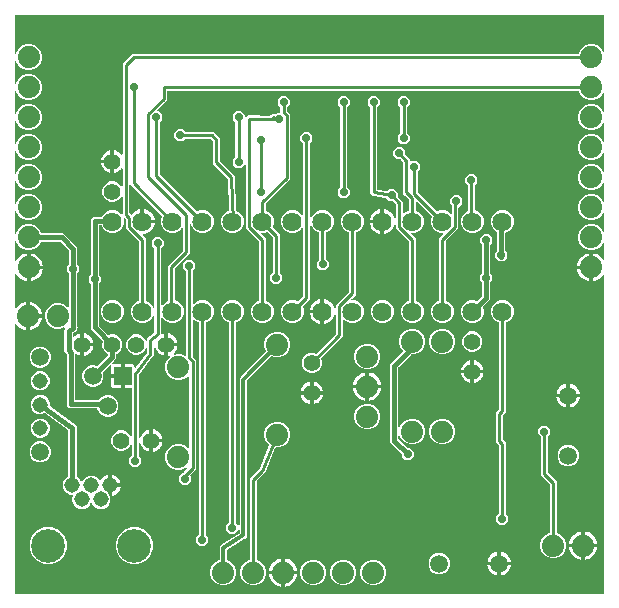
<source format=gbr>
G04 EAGLE Gerber X2 export*
%TF.Part,Single*%
%TF.FileFunction,Copper,L2,Bot,Mixed*%
%TF.FilePolarity,Positive*%
%TF.GenerationSoftware,Autodesk,EAGLE,8.7.1*%
%TF.CreationDate,2018-04-12T17:58:56Z*%
G75*
%MOMM*%
%FSLAX34Y34*%
%LPD*%
%AMOC8*
5,1,8,0,0,1.08239X$1,22.5*%
G01*
%ADD10C,1.879600*%
%ADD11C,1.625600*%
%ADD12C,1.508000*%
%ADD13C,1.408000*%
%ADD14R,1.498600X1.498600*%
%ADD15C,1.498600*%
%ADD16C,1.308000*%
%ADD17C,2.850000*%
%ADD18C,0.304800*%
%ADD19C,0.711200*%
%ADD20C,0.254000*%
%ADD21C,0.406400*%

G36*
X931184Y155655D02*
X931184Y155655D01*
X931203Y155653D01*
X931305Y155675D01*
X931407Y155692D01*
X931424Y155701D01*
X931444Y155705D01*
X931533Y155758D01*
X931624Y155807D01*
X931638Y155821D01*
X931655Y155831D01*
X931722Y155910D01*
X931794Y155985D01*
X931802Y156003D01*
X931815Y156018D01*
X931854Y156115D01*
X931897Y156208D01*
X931899Y156228D01*
X931907Y156246D01*
X931925Y156413D01*
X931925Y424527D01*
X931924Y424535D01*
X931925Y424543D01*
X931904Y424657D01*
X931886Y424770D01*
X931882Y424777D01*
X931880Y424785D01*
X931824Y424886D01*
X931770Y424987D01*
X931765Y424993D01*
X931761Y425000D01*
X931675Y425078D01*
X931592Y425157D01*
X931585Y425160D01*
X931579Y425165D01*
X931473Y425212D01*
X931369Y425260D01*
X931361Y425261D01*
X931354Y425264D01*
X931239Y425275D01*
X931125Y425287D01*
X931117Y425286D01*
X931109Y425286D01*
X930997Y425260D01*
X930884Y425235D01*
X930877Y425231D01*
X930870Y425229D01*
X930772Y425168D01*
X930673Y425109D01*
X930668Y425103D01*
X930661Y425099D01*
X930548Y424975D01*
X929856Y424022D01*
X928528Y422694D01*
X927007Y421589D01*
X925333Y420736D01*
X923546Y420155D01*
X922273Y419954D01*
X922273Y431038D01*
X922270Y431058D01*
X922272Y431077D01*
X922250Y431179D01*
X922233Y431281D01*
X922224Y431298D01*
X922220Y431318D01*
X922167Y431407D01*
X922118Y431498D01*
X922104Y431512D01*
X922094Y431529D01*
X922015Y431596D01*
X921940Y431667D01*
X921922Y431676D01*
X921907Y431689D01*
X921811Y431727D01*
X921717Y431771D01*
X921697Y431773D01*
X921679Y431781D01*
X921512Y431799D01*
X920749Y431799D01*
X920749Y431801D01*
X921512Y431801D01*
X921532Y431804D01*
X921551Y431802D01*
X921653Y431824D01*
X921755Y431841D01*
X921772Y431850D01*
X921792Y431854D01*
X921881Y431907D01*
X921972Y431956D01*
X921986Y431970D01*
X922003Y431980D01*
X922070Y432059D01*
X922141Y432134D01*
X922150Y432152D01*
X922163Y432167D01*
X922202Y432263D01*
X922245Y432357D01*
X922247Y432377D01*
X922255Y432395D01*
X922273Y432562D01*
X922273Y443646D01*
X923546Y443445D01*
X925333Y442864D01*
X927007Y442011D01*
X928528Y440906D01*
X929856Y439578D01*
X930548Y438625D01*
X930554Y438620D01*
X930558Y438613D01*
X930641Y438534D01*
X930723Y438452D01*
X930730Y438449D01*
X930736Y438443D01*
X930840Y438395D01*
X930944Y438344D01*
X930952Y438343D01*
X930959Y438340D01*
X931073Y438327D01*
X931188Y438312D01*
X931196Y438313D01*
X931203Y438313D01*
X931316Y438337D01*
X931429Y438359D01*
X931436Y438363D01*
X931444Y438365D01*
X931542Y438424D01*
X931643Y438481D01*
X931648Y438487D01*
X931655Y438491D01*
X931730Y438579D01*
X931807Y438665D01*
X931810Y438672D01*
X931815Y438678D01*
X931858Y438785D01*
X931903Y438891D01*
X931904Y438899D01*
X931907Y438906D01*
X931925Y439073D01*
X931925Y451810D01*
X931924Y451817D01*
X931924Y451818D01*
X931923Y451822D01*
X931910Y451906D01*
X931900Y452003D01*
X931890Y452027D01*
X931886Y452053D01*
X931840Y452139D01*
X931800Y452228D01*
X931783Y452247D01*
X931770Y452270D01*
X931700Y452337D01*
X931634Y452409D01*
X931611Y452421D01*
X931592Y452439D01*
X931504Y452480D01*
X931418Y452527D01*
X931393Y452532D01*
X931369Y452543D01*
X931272Y452554D01*
X931176Y452571D01*
X931150Y452567D01*
X931125Y452570D01*
X931029Y452550D01*
X930933Y452535D01*
X930910Y452524D01*
X930884Y452518D01*
X930801Y452468D01*
X930714Y452424D01*
X930695Y452405D01*
X930673Y452392D01*
X930610Y452318D01*
X930542Y452248D01*
X930526Y452220D01*
X930513Y452205D01*
X930501Y452174D01*
X930461Y452101D01*
X930010Y451013D01*
X926937Y447940D01*
X922923Y446277D01*
X918577Y446277D01*
X914563Y447940D01*
X911490Y451013D01*
X909827Y455027D01*
X909827Y459373D01*
X911490Y463387D01*
X914563Y466460D01*
X918577Y468123D01*
X922923Y468123D01*
X926937Y466460D01*
X930010Y463387D01*
X930461Y462299D01*
X930512Y462216D01*
X930558Y462130D01*
X930576Y462112D01*
X930590Y462090D01*
X930666Y462027D01*
X930736Y461961D01*
X930760Y461950D01*
X930780Y461933D01*
X930871Y461898D01*
X930959Y461857D01*
X930985Y461854D01*
X931009Y461845D01*
X931107Y461841D01*
X931203Y461830D01*
X931229Y461835D01*
X931255Y461834D01*
X931349Y461861D01*
X931444Y461882D01*
X931466Y461895D01*
X931491Y461903D01*
X931571Y461958D01*
X931655Y462008D01*
X931672Y462028D01*
X931693Y462043D01*
X931752Y462121D01*
X931815Y462195D01*
X931825Y462219D01*
X931840Y462240D01*
X931870Y462333D01*
X931907Y462423D01*
X931910Y462456D01*
X931916Y462474D01*
X931916Y462507D01*
X931925Y462590D01*
X931925Y477210D01*
X931910Y477306D01*
X931900Y477403D01*
X931890Y477427D01*
X931886Y477453D01*
X931840Y477539D01*
X931800Y477628D01*
X931783Y477647D01*
X931770Y477670D01*
X931700Y477737D01*
X931634Y477809D01*
X931611Y477821D01*
X931592Y477839D01*
X931504Y477880D01*
X931418Y477927D01*
X931393Y477932D01*
X931369Y477943D01*
X931272Y477954D01*
X931176Y477971D01*
X931150Y477967D01*
X931125Y477970D01*
X931029Y477950D01*
X930933Y477935D01*
X930910Y477924D01*
X930884Y477918D01*
X930801Y477868D01*
X930714Y477824D01*
X930695Y477805D01*
X930673Y477792D01*
X930610Y477718D01*
X930542Y477648D01*
X930526Y477620D01*
X930513Y477605D01*
X930501Y477574D01*
X930461Y477501D01*
X930010Y476413D01*
X926937Y473340D01*
X922923Y471677D01*
X918577Y471677D01*
X914563Y473340D01*
X911490Y476413D01*
X909827Y480427D01*
X909827Y484773D01*
X911490Y488787D01*
X914563Y491860D01*
X918577Y493523D01*
X922923Y493523D01*
X926937Y491860D01*
X930010Y488787D01*
X930461Y487699D01*
X930512Y487616D01*
X930558Y487530D01*
X930576Y487512D01*
X930590Y487490D01*
X930666Y487427D01*
X930736Y487361D01*
X930760Y487350D01*
X930780Y487333D01*
X930871Y487298D01*
X930959Y487257D01*
X930985Y487254D01*
X931009Y487245D01*
X931107Y487241D01*
X931203Y487230D01*
X931229Y487235D01*
X931255Y487234D01*
X931349Y487261D01*
X931444Y487282D01*
X931466Y487295D01*
X931491Y487303D01*
X931571Y487358D01*
X931655Y487408D01*
X931672Y487428D01*
X931693Y487443D01*
X931752Y487521D01*
X931815Y487595D01*
X931825Y487619D01*
X931840Y487640D01*
X931870Y487733D01*
X931907Y487823D01*
X931910Y487856D01*
X931916Y487874D01*
X931916Y487907D01*
X931925Y487990D01*
X931925Y502610D01*
X931910Y502706D01*
X931900Y502803D01*
X931890Y502827D01*
X931886Y502853D01*
X931840Y502939D01*
X931800Y503028D01*
X931783Y503047D01*
X931770Y503070D01*
X931700Y503137D01*
X931634Y503209D01*
X931611Y503221D01*
X931592Y503239D01*
X931504Y503280D01*
X931418Y503327D01*
X931393Y503332D01*
X931369Y503343D01*
X931272Y503354D01*
X931176Y503371D01*
X931150Y503367D01*
X931125Y503370D01*
X931029Y503350D01*
X930933Y503335D01*
X930910Y503324D01*
X930884Y503318D01*
X930801Y503268D01*
X930714Y503224D01*
X930695Y503205D01*
X930673Y503192D01*
X930610Y503118D01*
X930542Y503048D01*
X930526Y503020D01*
X930513Y503005D01*
X930501Y502974D01*
X930461Y502901D01*
X930010Y501813D01*
X926937Y498740D01*
X922923Y497077D01*
X918577Y497077D01*
X914563Y498740D01*
X911490Y501813D01*
X909827Y505827D01*
X909827Y510173D01*
X911490Y514187D01*
X914563Y517260D01*
X918577Y518923D01*
X922923Y518923D01*
X926937Y517260D01*
X930010Y514187D01*
X930461Y513099D01*
X930512Y513016D01*
X930558Y512930D01*
X930576Y512912D01*
X930590Y512890D01*
X930666Y512827D01*
X930736Y512761D01*
X930760Y512750D01*
X930780Y512733D01*
X930871Y512698D01*
X930959Y512657D01*
X930985Y512654D01*
X931009Y512645D01*
X931107Y512641D01*
X931203Y512630D01*
X931229Y512635D01*
X931255Y512634D01*
X931349Y512661D01*
X931444Y512682D01*
X931466Y512695D01*
X931491Y512703D01*
X931571Y512758D01*
X931655Y512808D01*
X931672Y512828D01*
X931693Y512843D01*
X931752Y512921D01*
X931815Y512995D01*
X931825Y513019D01*
X931840Y513040D01*
X931870Y513133D01*
X931907Y513223D01*
X931910Y513256D01*
X931916Y513274D01*
X931916Y513307D01*
X931925Y513390D01*
X931925Y528010D01*
X931910Y528106D01*
X931900Y528203D01*
X931890Y528227D01*
X931886Y528253D01*
X931840Y528339D01*
X931800Y528428D01*
X931783Y528447D01*
X931770Y528470D01*
X931700Y528537D01*
X931634Y528609D01*
X931611Y528621D01*
X931592Y528639D01*
X931504Y528680D01*
X931418Y528727D01*
X931393Y528732D01*
X931369Y528743D01*
X931272Y528754D01*
X931176Y528771D01*
X931150Y528767D01*
X931125Y528770D01*
X931029Y528750D01*
X930933Y528735D01*
X930910Y528724D01*
X930884Y528718D01*
X930801Y528668D01*
X930714Y528624D01*
X930695Y528605D01*
X930673Y528592D01*
X930610Y528518D01*
X930542Y528448D01*
X930526Y528420D01*
X930513Y528405D01*
X930501Y528374D01*
X930461Y528301D01*
X930010Y527213D01*
X926937Y524140D01*
X922923Y522477D01*
X918577Y522477D01*
X914563Y524140D01*
X911490Y527213D01*
X909827Y531227D01*
X909827Y535573D01*
X911490Y539587D01*
X914563Y542660D01*
X918577Y544323D01*
X922923Y544323D01*
X926937Y542660D01*
X930010Y539587D01*
X930461Y538499D01*
X930512Y538416D01*
X930558Y538330D01*
X930576Y538312D01*
X930590Y538290D01*
X930666Y538227D01*
X930736Y538161D01*
X930760Y538150D01*
X930780Y538133D01*
X930871Y538098D01*
X930959Y538057D01*
X930985Y538054D01*
X931009Y538045D01*
X931107Y538041D01*
X931203Y538030D01*
X931229Y538035D01*
X931255Y538034D01*
X931349Y538061D01*
X931444Y538082D01*
X931466Y538095D01*
X931491Y538103D01*
X931571Y538158D01*
X931655Y538208D01*
X931672Y538228D01*
X931693Y538243D01*
X931752Y538321D01*
X931815Y538395D01*
X931825Y538419D01*
X931840Y538440D01*
X931870Y538533D01*
X931907Y538623D01*
X931910Y538656D01*
X931916Y538674D01*
X931916Y538707D01*
X931925Y538790D01*
X931925Y553410D01*
X931910Y553506D01*
X931900Y553603D01*
X931890Y553627D01*
X931886Y553653D01*
X931840Y553739D01*
X931800Y553828D01*
X931783Y553847D01*
X931770Y553870D01*
X931700Y553937D01*
X931634Y554009D01*
X931611Y554021D01*
X931592Y554039D01*
X931504Y554080D01*
X931418Y554127D01*
X931393Y554132D01*
X931369Y554143D01*
X931272Y554154D01*
X931176Y554171D01*
X931150Y554167D01*
X931125Y554170D01*
X931029Y554150D01*
X930933Y554135D01*
X930910Y554124D01*
X930884Y554118D01*
X930801Y554068D01*
X930714Y554024D01*
X930695Y554005D01*
X930673Y553992D01*
X930610Y553918D01*
X930542Y553848D01*
X930526Y553820D01*
X930513Y553805D01*
X930501Y553774D01*
X930461Y553701D01*
X930010Y552613D01*
X926937Y549540D01*
X922923Y547877D01*
X918577Y547877D01*
X914563Y549540D01*
X911490Y552613D01*
X909827Y556627D01*
X909827Y560973D01*
X911490Y564987D01*
X914563Y568060D01*
X918577Y569723D01*
X922923Y569723D01*
X926937Y568060D01*
X930010Y564987D01*
X930461Y563899D01*
X930512Y563816D01*
X930558Y563730D01*
X930576Y563712D01*
X930590Y563690D01*
X930666Y563627D01*
X930736Y563561D01*
X930760Y563550D01*
X930780Y563533D01*
X930871Y563498D01*
X930959Y563457D01*
X930985Y563454D01*
X931009Y563445D01*
X931107Y563441D01*
X931203Y563430D01*
X931229Y563435D01*
X931255Y563434D01*
X931349Y563461D01*
X931444Y563482D01*
X931466Y563495D01*
X931491Y563503D01*
X931571Y563558D01*
X931655Y563608D01*
X931672Y563628D01*
X931693Y563643D01*
X931752Y563721D01*
X931815Y563795D01*
X931825Y563819D01*
X931840Y563840D01*
X931870Y563933D01*
X931907Y564023D01*
X931910Y564056D01*
X931916Y564074D01*
X931916Y564107D01*
X931925Y564190D01*
X931925Y578810D01*
X931910Y578906D01*
X931900Y579003D01*
X931890Y579027D01*
X931886Y579053D01*
X931840Y579139D01*
X931800Y579228D01*
X931783Y579247D01*
X931770Y579270D01*
X931700Y579337D01*
X931634Y579409D01*
X931611Y579421D01*
X931592Y579439D01*
X931504Y579480D01*
X931418Y579527D01*
X931393Y579532D01*
X931369Y579543D01*
X931272Y579554D01*
X931176Y579571D01*
X931150Y579567D01*
X931125Y579570D01*
X931029Y579550D01*
X930933Y579535D01*
X930910Y579524D01*
X930884Y579518D01*
X930801Y579468D01*
X930714Y579424D01*
X930695Y579405D01*
X930673Y579392D01*
X930610Y579318D01*
X930542Y579248D01*
X930526Y579220D01*
X930513Y579205D01*
X930501Y579174D01*
X930461Y579101D01*
X930010Y578013D01*
X926937Y574940D01*
X922923Y573277D01*
X918577Y573277D01*
X914563Y574940D01*
X911490Y578013D01*
X910280Y580935D01*
X910218Y581035D01*
X910158Y581135D01*
X910153Y581139D01*
X910150Y581144D01*
X910060Y581219D01*
X909971Y581295D01*
X909965Y581297D01*
X909961Y581301D01*
X909852Y581343D01*
X909743Y581387D01*
X909735Y581388D01*
X909731Y581389D01*
X909713Y581390D01*
X909576Y581405D01*
X562356Y581405D01*
X562336Y581402D01*
X562317Y581404D01*
X562215Y581382D01*
X562113Y581366D01*
X562096Y581356D01*
X562076Y581352D01*
X561987Y581299D01*
X561896Y581250D01*
X561882Y581236D01*
X561865Y581226D01*
X561798Y581147D01*
X561726Y581072D01*
X561718Y581054D01*
X561705Y581039D01*
X561666Y580943D01*
X561623Y580849D01*
X561621Y580829D01*
X561613Y580811D01*
X561595Y580644D01*
X561595Y573332D01*
X553443Y565180D01*
X553401Y565122D01*
X553352Y565070D01*
X553330Y565023D01*
X553300Y564981D01*
X553278Y564912D01*
X553248Y564847D01*
X553243Y564795D01*
X553227Y564745D01*
X553229Y564674D01*
X553221Y564603D01*
X553232Y564552D01*
X553234Y564500D01*
X553258Y564432D01*
X553273Y564362D01*
X553300Y564317D01*
X553318Y564269D01*
X553363Y564213D01*
X553400Y564151D01*
X553439Y564117D01*
X553472Y564077D01*
X553532Y564038D01*
X553587Y563991D01*
X553635Y563972D01*
X553679Y563944D01*
X553748Y563926D01*
X553815Y563899D01*
X553886Y563891D01*
X553917Y563883D01*
X553940Y563885D01*
X553981Y563881D01*
X554555Y563881D01*
X557531Y560905D01*
X557531Y556695D01*
X555468Y554632D01*
X555415Y554559D01*
X555355Y554489D01*
X555343Y554459D01*
X555324Y554433D01*
X555297Y554346D01*
X555263Y554261D01*
X555259Y554220D01*
X555252Y554198D01*
X555253Y554165D01*
X555245Y554094D01*
X555245Y511048D01*
X555259Y510958D01*
X555267Y510867D01*
X555279Y510837D01*
X555284Y510805D01*
X555327Y510724D01*
X555363Y510640D01*
X555389Y510608D01*
X555400Y510588D01*
X555423Y510565D01*
X555468Y510509D01*
X586461Y479516D01*
X586555Y479449D01*
X586649Y479378D01*
X586656Y479376D01*
X586661Y479373D01*
X586771Y479339D01*
X586883Y479302D01*
X586890Y479302D01*
X586896Y479300D01*
X587012Y479303D01*
X587129Y479305D01*
X587136Y479307D01*
X587142Y479307D01*
X587159Y479313D01*
X587290Y479351D01*
X589494Y480264D01*
X593334Y480264D01*
X596881Y478794D01*
X599597Y476079D01*
X601066Y472531D01*
X601066Y468691D01*
X599597Y465143D01*
X596881Y462428D01*
X593334Y460958D01*
X589494Y460958D01*
X585946Y462428D01*
X583230Y465143D01*
X582109Y467850D01*
X582058Y467933D01*
X582012Y468019D01*
X581993Y468037D01*
X581980Y468059D01*
X581905Y468121D01*
X581834Y468188D01*
X581810Y468199D01*
X581790Y468216D01*
X581699Y468251D01*
X581611Y468292D01*
X581585Y468295D01*
X581561Y468304D01*
X581463Y468308D01*
X581367Y468319D01*
X581341Y468313D01*
X581315Y468314D01*
X581221Y468287D01*
X581126Y468267D01*
X581104Y468253D01*
X581079Y468246D01*
X580999Y468190D01*
X580915Y468140D01*
X580898Y468121D01*
X580877Y468106D01*
X580818Y468028D01*
X580755Y467954D01*
X580745Y467929D01*
X580730Y467908D01*
X580700Y467816D01*
X580663Y467725D01*
X580660Y467693D01*
X580654Y467674D01*
X580654Y467641D01*
X580645Y467559D01*
X580645Y443342D01*
X568168Y430865D01*
X568115Y430791D01*
X568055Y430722D01*
X568043Y430692D01*
X568024Y430666D01*
X567997Y430579D01*
X567963Y430494D01*
X567959Y430453D01*
X567952Y430431D01*
X567953Y430398D01*
X567945Y430327D01*
X567945Y404568D01*
X567947Y404553D01*
X567946Y404541D01*
X567959Y404479D01*
X567964Y404452D01*
X567981Y404337D01*
X567983Y404331D01*
X567984Y404325D01*
X568039Y404223D01*
X568092Y404118D01*
X568097Y404113D01*
X568100Y404108D01*
X568184Y404028D01*
X568268Y403946D01*
X568274Y403942D01*
X568278Y403938D01*
X568295Y403931D01*
X568415Y403865D01*
X571481Y402594D01*
X574197Y399879D01*
X575666Y396331D01*
X575666Y392491D01*
X574197Y388943D01*
X571481Y386228D01*
X567934Y384758D01*
X564094Y384758D01*
X560546Y386228D01*
X557814Y388960D01*
X557756Y389001D01*
X557704Y389051D01*
X557657Y389073D01*
X557615Y389103D01*
X557546Y389124D01*
X557481Y389154D01*
X557429Y389160D01*
X557379Y389175D01*
X557308Y389174D01*
X557237Y389181D01*
X557186Y389170D01*
X557134Y389169D01*
X557066Y389144D01*
X556996Y389129D01*
X556951Y389102D01*
X556903Y389085D01*
X556847Y389040D01*
X556785Y389003D01*
X556751Y388963D01*
X556711Y388931D01*
X556672Y388871D01*
X556625Y388816D01*
X556606Y388768D01*
X556578Y388724D01*
X556560Y388655D01*
X556533Y388588D01*
X556525Y388517D01*
X556517Y388485D01*
X556519Y388462D01*
X556515Y388421D01*
X556515Y376534D01*
X556522Y376487D01*
X556521Y376439D01*
X556542Y376366D01*
X556554Y376291D01*
X556577Y376249D01*
X556590Y376203D01*
X556656Y376098D01*
X556659Y376040D01*
X556681Y375984D01*
X556693Y375926D01*
X556725Y375871D01*
X556749Y375811D01*
X556787Y375765D01*
X556817Y375714D01*
X556865Y375671D01*
X556906Y375622D01*
X556957Y375591D01*
X557002Y375552D01*
X557061Y375527D01*
X557116Y375494D01*
X557174Y375480D01*
X557229Y375457D01*
X557293Y375453D01*
X557356Y375439D01*
X557415Y375445D01*
X557475Y375441D01*
X557569Y375460D01*
X557600Y375463D01*
X557614Y375469D01*
X557639Y375474D01*
X558690Y375816D01*
X559410Y375930D01*
X559410Y367233D01*
X559414Y367214D01*
X559411Y367194D01*
X559433Y367093D01*
X559450Y366991D01*
X559459Y366973D01*
X559464Y366954D01*
X559517Y366864D01*
X559565Y366773D01*
X559580Y366760D01*
X559590Y366742D01*
X559669Y366675D01*
X559744Y366604D01*
X559762Y366595D01*
X559777Y366582D01*
X559873Y366544D01*
X559967Y366500D01*
X559986Y366498D01*
X560005Y366491D01*
X560172Y366472D01*
X560934Y366472D01*
X560934Y366470D01*
X560172Y366470D01*
X560152Y366467D01*
X560132Y366469D01*
X560031Y366447D01*
X559929Y366431D01*
X559911Y366421D01*
X559892Y366417D01*
X559803Y366364D01*
X559711Y366315D01*
X559698Y366301D01*
X559681Y366291D01*
X559613Y366212D01*
X559542Y366137D01*
X559534Y366119D01*
X559521Y366104D01*
X559482Y366008D01*
X559438Y365914D01*
X559436Y365894D01*
X559429Y365876D01*
X559410Y365709D01*
X559410Y357012D01*
X558690Y357126D01*
X557256Y357592D01*
X555912Y358277D01*
X554692Y359164D01*
X553626Y360230D01*
X552739Y361450D01*
X552055Y362793D01*
X551859Y363395D01*
X551858Y363398D01*
X551857Y363402D01*
X551802Y363506D01*
X551747Y363613D01*
X551744Y363616D01*
X551742Y363619D01*
X551656Y363701D01*
X551570Y363784D01*
X551566Y363786D01*
X551564Y363789D01*
X551455Y363839D01*
X551348Y363890D01*
X551344Y363891D01*
X551340Y363892D01*
X551222Y363906D01*
X551104Y363920D01*
X551100Y363919D01*
X551096Y363920D01*
X550980Y363894D01*
X550863Y363870D01*
X550860Y363868D01*
X550856Y363867D01*
X550753Y363806D01*
X550651Y363746D01*
X550648Y363743D01*
X550645Y363741D01*
X550567Y363650D01*
X550489Y363561D01*
X550487Y363557D01*
X550485Y363554D01*
X550440Y363443D01*
X550394Y363334D01*
X550394Y363330D01*
X550393Y363326D01*
X550374Y363159D01*
X550374Y358577D01*
X550379Y358546D01*
X550380Y358480D01*
X550500Y357549D01*
X550485Y357531D01*
X550454Y357456D01*
X550416Y357385D01*
X550409Y357343D01*
X550393Y357303D01*
X550381Y357199D01*
X549717Y356534D01*
X549698Y356509D01*
X549652Y356461D01*
X537623Y340882D01*
X537603Y340844D01*
X537575Y340812D01*
X537545Y340737D01*
X537507Y340666D01*
X537499Y340624D01*
X537483Y340584D01*
X537467Y340434D01*
X537465Y340423D01*
X537465Y340421D01*
X537465Y340417D01*
X537465Y287858D01*
X537465Y287854D01*
X537465Y287850D01*
X537485Y287732D01*
X537504Y287615D01*
X537506Y287612D01*
X537507Y287608D01*
X537564Y287503D01*
X537620Y287398D01*
X537622Y287395D01*
X537624Y287392D01*
X537712Y287311D01*
X537798Y287229D01*
X537802Y287227D01*
X537804Y287224D01*
X537913Y287175D01*
X538021Y287125D01*
X538025Y287125D01*
X538029Y287123D01*
X538148Y287111D01*
X538265Y287098D01*
X538269Y287099D01*
X538273Y287098D01*
X538389Y287125D01*
X538506Y287150D01*
X538509Y287152D01*
X538513Y287153D01*
X538614Y287215D01*
X538717Y287276D01*
X538719Y287279D01*
X538723Y287282D01*
X538800Y287373D01*
X538877Y287463D01*
X538878Y287467D01*
X538881Y287470D01*
X538950Y287623D01*
X539355Y288869D01*
X540039Y290212D01*
X540926Y291433D01*
X541992Y292499D01*
X543212Y293385D01*
X544556Y294070D01*
X545990Y294536D01*
X546710Y294650D01*
X546710Y285953D01*
X546714Y285934D01*
X546711Y285914D01*
X546733Y285813D01*
X546750Y285711D01*
X546759Y285693D01*
X546764Y285674D01*
X546817Y285584D01*
X546865Y285493D01*
X546880Y285480D01*
X546890Y285462D01*
X546969Y285395D01*
X547044Y285324D01*
X547062Y285315D01*
X547077Y285302D01*
X547173Y285264D01*
X547267Y285220D01*
X547286Y285218D01*
X547305Y285211D01*
X547472Y285192D01*
X548234Y285192D01*
X548234Y285190D01*
X547472Y285190D01*
X547452Y285187D01*
X547432Y285189D01*
X547331Y285167D01*
X547229Y285151D01*
X547211Y285141D01*
X547192Y285137D01*
X547103Y285084D01*
X547011Y285035D01*
X546998Y285021D01*
X546981Y285011D01*
X546913Y284932D01*
X546842Y284857D01*
X546834Y284839D01*
X546821Y284824D01*
X546782Y284728D01*
X546738Y284634D01*
X546736Y284614D01*
X546729Y284596D01*
X546710Y284429D01*
X546710Y275732D01*
X545990Y275846D01*
X544556Y276312D01*
X543212Y276997D01*
X541992Y277884D01*
X540926Y278950D01*
X540039Y280170D01*
X539355Y281513D01*
X538950Y282759D01*
X538948Y282763D01*
X538947Y282767D01*
X538892Y282872D01*
X538837Y282978D01*
X538834Y282981D01*
X538832Y282984D01*
X538746Y283066D01*
X538661Y283149D01*
X538657Y283151D01*
X538654Y283154D01*
X538546Y283204D01*
X538439Y283255D01*
X538435Y283256D01*
X538431Y283257D01*
X538314Y283270D01*
X538194Y283285D01*
X538190Y283284D01*
X538187Y283284D01*
X538071Y283259D01*
X537954Y283235D01*
X537950Y283233D01*
X537946Y283232D01*
X537844Y283171D01*
X537741Y283111D01*
X537738Y283108D01*
X537735Y283106D01*
X537657Y283014D01*
X537579Y282926D01*
X537578Y282922D01*
X537575Y282919D01*
X537530Y282807D01*
X537485Y282699D01*
X537485Y282695D01*
X537483Y282691D01*
X537465Y282524D01*
X537465Y272676D01*
X537479Y272586D01*
X537487Y272495D01*
X537499Y272465D01*
X537504Y272433D01*
X537547Y272352D01*
X537583Y272269D01*
X537609Y272236D01*
X537620Y272216D01*
X537643Y272194D01*
X537688Y272138D01*
X539751Y270075D01*
X539751Y265865D01*
X536775Y262889D01*
X532565Y262889D01*
X529589Y265865D01*
X529589Y270075D01*
X531652Y272138D01*
X531705Y272211D01*
X531765Y272281D01*
X531777Y272311D01*
X531796Y272337D01*
X531823Y272424D01*
X531857Y272509D01*
X531861Y272550D01*
X531868Y272572D01*
X531867Y272605D01*
X531875Y272676D01*
X531875Y280812D01*
X531860Y280908D01*
X531850Y281005D01*
X531840Y281029D01*
X531836Y281055D01*
X531790Y281141D01*
X531750Y281230D01*
X531733Y281249D01*
X531720Y281272D01*
X531650Y281339D01*
X531584Y281411D01*
X531561Y281423D01*
X531542Y281441D01*
X531454Y281482D01*
X531368Y281529D01*
X531343Y281534D01*
X531319Y281545D01*
X531222Y281556D01*
X531126Y281573D01*
X531100Y281569D01*
X531075Y281572D01*
X530979Y281551D01*
X530883Y281537D01*
X530860Y281525D01*
X530834Y281520D01*
X530751Y281470D01*
X530664Y281426D01*
X530645Y281407D01*
X530623Y281394D01*
X530560Y281320D01*
X530492Y281250D01*
X530476Y281222D01*
X530463Y281207D01*
X530451Y281176D01*
X530411Y281103D01*
X530094Y280340D01*
X527685Y277930D01*
X524537Y276626D01*
X521130Y276626D01*
X517982Y277930D01*
X515573Y280340D01*
X514269Y283488D01*
X514269Y286895D01*
X515573Y290043D01*
X517982Y292452D01*
X521130Y293756D01*
X524537Y293756D01*
X527685Y292452D01*
X530094Y290043D01*
X530411Y289279D01*
X530462Y289196D01*
X530508Y289110D01*
X530527Y289092D01*
X530540Y289070D01*
X530615Y289008D01*
X530686Y288941D01*
X530710Y288930D01*
X530730Y288913D01*
X530821Y288878D01*
X530909Y288837D01*
X530935Y288834D01*
X530959Y288825D01*
X531057Y288821D01*
X531153Y288810D01*
X531179Y288816D01*
X531205Y288815D01*
X531299Y288842D01*
X531394Y288862D01*
X531416Y288876D01*
X531441Y288883D01*
X531521Y288939D01*
X531605Y288989D01*
X531622Y289009D01*
X531643Y289023D01*
X531702Y289102D01*
X531765Y289176D01*
X531775Y289200D01*
X531790Y289221D01*
X531820Y289313D01*
X531857Y289404D01*
X531860Y289436D01*
X531866Y289455D01*
X531866Y289488D01*
X531875Y289570D01*
X531875Y329006D01*
X531872Y329026D01*
X531874Y329046D01*
X531852Y329147D01*
X531836Y329249D01*
X531826Y329267D01*
X531822Y329286D01*
X531769Y329375D01*
X531720Y329466D01*
X531706Y329480D01*
X531696Y329497D01*
X531617Y329564D01*
X531542Y329636D01*
X531524Y329644D01*
X531509Y329657D01*
X531413Y329696D01*
X531319Y329739D01*
X531299Y329742D01*
X531281Y329749D01*
X531114Y329767D01*
X525627Y329767D01*
X525627Y339039D01*
X525624Y339059D01*
X525626Y339079D01*
X525604Y339180D01*
X525587Y339282D01*
X525578Y339299D01*
X525574Y339319D01*
X525520Y339408D01*
X525472Y339499D01*
X525458Y339513D01*
X525447Y339530D01*
X525369Y339597D01*
X525294Y339669D01*
X525276Y339677D01*
X525260Y339690D01*
X525164Y339729D01*
X525071Y339772D01*
X525051Y339774D01*
X525032Y339782D01*
X524866Y339800D01*
X524103Y339800D01*
X524103Y339802D01*
X524866Y339802D01*
X524885Y339805D01*
X524905Y339803D01*
X525006Y339825D01*
X525108Y339842D01*
X525126Y339851D01*
X525145Y339855D01*
X525234Y339909D01*
X525326Y339957D01*
X525339Y339971D01*
X525356Y339982D01*
X525424Y340060D01*
X525495Y340135D01*
X525503Y340153D01*
X525516Y340168D01*
X525555Y340265D01*
X525599Y340358D01*
X525601Y340378D01*
X525608Y340397D01*
X525627Y340563D01*
X525627Y349835D01*
X531931Y349835D01*
X532577Y349662D01*
X533157Y349327D01*
X533630Y348854D01*
X533964Y348275D01*
X534160Y347543D01*
X534169Y347524D01*
X534172Y347504D01*
X534219Y347413D01*
X534261Y347319D01*
X534276Y347304D01*
X534285Y347286D01*
X534359Y347214D01*
X534429Y347139D01*
X534447Y347129D01*
X534462Y347115D01*
X534555Y347071D01*
X534645Y347022D01*
X534665Y347018D01*
X534684Y347009D01*
X534786Y346997D01*
X534887Y346979D01*
X534908Y346982D01*
X534928Y346980D01*
X535028Y347001D01*
X535130Y347016D01*
X535149Y347026D01*
X535169Y347030D01*
X535258Y347082D01*
X535349Y347129D01*
X535363Y347144D01*
X535381Y347155D01*
X535498Y347275D01*
X544626Y359097D01*
X544646Y359135D01*
X544674Y359168D01*
X544705Y359243D01*
X544743Y359314D01*
X544750Y359356D01*
X544766Y359396D01*
X544783Y359545D01*
X544785Y359556D01*
X544784Y359559D01*
X544785Y359563D01*
X544785Y362598D01*
X544769Y362693D01*
X544760Y362791D01*
X544749Y362815D01*
X544745Y362840D01*
X544700Y362926D01*
X544660Y363016D01*
X544642Y363035D01*
X544630Y363058D01*
X544559Y363125D01*
X544493Y363197D01*
X544471Y363209D01*
X544452Y363227D01*
X544363Y363268D01*
X544278Y363315D01*
X544252Y363320D01*
X544229Y363331D01*
X544132Y363342D01*
X544036Y363359D01*
X544010Y363355D01*
X543984Y363358D01*
X543889Y363337D01*
X543793Y363323D01*
X543769Y363311D01*
X543744Y363306D01*
X543660Y363256D01*
X543573Y363212D01*
X543555Y363193D01*
X543533Y363180D01*
X543469Y363105D01*
X543401Y363036D01*
X543385Y363007D01*
X543373Y362993D01*
X543360Y362962D01*
X543320Y362889D01*
X542794Y361620D01*
X540385Y359210D01*
X537237Y357906D01*
X533830Y357906D01*
X530682Y359210D01*
X528273Y361620D01*
X526969Y364768D01*
X526969Y368175D01*
X528273Y371323D01*
X530682Y373732D01*
X533830Y375036D01*
X537237Y375036D01*
X540385Y373732D01*
X542794Y371323D01*
X543295Y370115D01*
X543323Y370069D01*
X543343Y370019D01*
X543387Y369965D01*
X543424Y369906D01*
X543466Y369872D01*
X543501Y369830D01*
X543560Y369794D01*
X543614Y369749D01*
X543664Y369730D01*
X543710Y369702D01*
X543778Y369686D01*
X543843Y369661D01*
X543897Y369659D01*
X543950Y369647D01*
X544019Y369654D01*
X544089Y369651D01*
X544141Y369666D01*
X544195Y369671D01*
X544258Y369700D01*
X544325Y369719D01*
X544370Y369750D01*
X544419Y369772D01*
X544470Y369820D01*
X544527Y369860D01*
X544560Y369903D01*
X544599Y369940D01*
X544632Y370001D01*
X544674Y370057D01*
X544691Y370108D01*
X544717Y370156D01*
X544741Y370263D01*
X544750Y370291D01*
X544750Y370302D01*
X544754Y370319D01*
X544780Y370542D01*
X544778Y370571D01*
X544785Y370629D01*
X544785Y371591D01*
X544790Y371596D01*
X544826Y371663D01*
X544871Y371724D01*
X544885Y371770D01*
X544908Y371812D01*
X544925Y371886D01*
X545683Y372487D01*
X545702Y372509D01*
X545748Y372545D01*
X546428Y373225D01*
X546436Y373225D01*
X546508Y373247D01*
X546583Y373259D01*
X546626Y373281D01*
X546671Y373295D01*
X546781Y373364D01*
X546801Y373374D01*
X546805Y373379D01*
X546814Y373384D01*
X550637Y376417D01*
X550645Y376425D01*
X550655Y376431D01*
X550727Y376516D01*
X550803Y376599D01*
X550807Y376609D01*
X550815Y376618D01*
X550857Y376722D01*
X550901Y376824D01*
X550902Y376836D01*
X550907Y376847D01*
X550925Y377013D01*
X550925Y390255D01*
X550910Y390351D01*
X550900Y390448D01*
X550890Y390472D01*
X550886Y390498D01*
X550840Y390584D01*
X550800Y390673D01*
X550783Y390692D01*
X550770Y390715D01*
X550700Y390782D01*
X550634Y390854D01*
X550611Y390866D01*
X550592Y390884D01*
X550504Y390925D01*
X550418Y390972D01*
X550393Y390977D01*
X550369Y390988D01*
X550272Y390999D01*
X550176Y391016D01*
X550150Y391012D01*
X550125Y391015D01*
X550029Y390994D01*
X549933Y390980D01*
X549910Y390968D01*
X549884Y390963D01*
X549801Y390913D01*
X549714Y390869D01*
X549695Y390850D01*
X549673Y390837D01*
X549610Y390763D01*
X549542Y390693D01*
X549526Y390665D01*
X549513Y390650D01*
X549501Y390619D01*
X549461Y390546D01*
X548797Y388943D01*
X546081Y386228D01*
X542534Y384758D01*
X538694Y384758D01*
X535146Y386228D01*
X532430Y388943D01*
X530961Y392491D01*
X530961Y396331D01*
X532430Y399879D01*
X535146Y402594D01*
X537349Y403507D01*
X537448Y403568D01*
X537549Y403628D01*
X537553Y403633D01*
X537558Y403637D01*
X537632Y403726D01*
X537708Y403815D01*
X537711Y403821D01*
X537715Y403826D01*
X537756Y403934D01*
X537800Y404044D01*
X537801Y404051D01*
X537803Y404056D01*
X537804Y404074D01*
X537819Y404210D01*
X537819Y453692D01*
X537804Y453782D01*
X537797Y453873D01*
X537784Y453903D01*
X537779Y453935D01*
X537736Y454016D01*
X537701Y454099D01*
X537675Y454132D01*
X537664Y454152D01*
X537641Y454174D01*
X537596Y454230D01*
X526897Y464930D01*
X526897Y472136D01*
X526882Y472225D01*
X526875Y472316D01*
X526862Y472346D01*
X526857Y472378D01*
X526814Y472459D01*
X526779Y472543D01*
X526753Y472575D01*
X526742Y472596D01*
X526719Y472618D01*
X526674Y472674D01*
X526166Y473182D01*
X526108Y473224D01*
X526056Y473273D01*
X526008Y473295D01*
X525966Y473325D01*
X525898Y473346D01*
X525833Y473377D01*
X525781Y473382D01*
X525731Y473398D01*
X525659Y473396D01*
X525588Y473404D01*
X525537Y473393D01*
X525485Y473391D01*
X525418Y473367D01*
X525348Y473351D01*
X525303Y473325D01*
X525254Y473307D01*
X525198Y473262D01*
X525137Y473225D01*
X525103Y473186D01*
X525062Y473153D01*
X525023Y473093D01*
X524977Y473038D01*
X524957Y472990D01*
X524929Y472946D01*
X524912Y472877D01*
X524885Y472810D01*
X524877Y472739D01*
X524869Y472708D01*
X524871Y472684D01*
X524866Y472644D01*
X524866Y468691D01*
X523397Y465143D01*
X520681Y462428D01*
X517134Y460958D01*
X513294Y460958D01*
X509746Y462428D01*
X507030Y465143D01*
X506202Y467143D01*
X506140Y467243D01*
X506080Y467343D01*
X506076Y467347D01*
X506072Y467352D01*
X505982Y467427D01*
X505894Y467503D01*
X505888Y467505D01*
X505883Y467509D01*
X505775Y467551D01*
X505665Y467595D01*
X505658Y467596D01*
X505653Y467597D01*
X505635Y467598D01*
X505499Y467613D01*
X504698Y467613D01*
X504678Y467610D01*
X504659Y467612D01*
X504557Y467590D01*
X504455Y467574D01*
X504438Y467564D01*
X504418Y467560D01*
X504329Y467507D01*
X504238Y467458D01*
X504224Y467444D01*
X504207Y467434D01*
X504140Y467355D01*
X504068Y467280D01*
X504060Y467262D01*
X504047Y467247D01*
X504008Y467151D01*
X503965Y467057D01*
X503963Y467037D01*
X503955Y467019D01*
X503937Y466852D01*
X503937Y425584D01*
X503951Y425494D01*
X503959Y425403D01*
X503971Y425373D01*
X503976Y425341D01*
X504019Y425260D01*
X504055Y425177D01*
X504081Y425144D01*
X504092Y425124D01*
X504115Y425102D01*
X504160Y425046D01*
X505461Y423745D01*
X505461Y419535D01*
X504160Y418234D01*
X504107Y418161D01*
X504047Y418091D01*
X504035Y418061D01*
X504016Y418035D01*
X503989Y417948D01*
X503955Y417863D01*
X503951Y417822D01*
X503944Y417800D01*
X503945Y417767D01*
X503937Y417696D01*
X503937Y383093D01*
X503951Y383003D01*
X503959Y382912D01*
X503971Y382883D01*
X503976Y382851D01*
X504019Y382770D01*
X504055Y382686D01*
X504081Y382654D01*
X504092Y382633D01*
X504115Y382611D01*
X504160Y382555D01*
X511855Y374859D01*
X511951Y374791D01*
X512044Y374721D01*
X512050Y374719D01*
X512055Y374716D01*
X512167Y374681D01*
X512278Y374645D01*
X512284Y374645D01*
X512290Y374643D01*
X512407Y374646D01*
X512524Y374648D01*
X512531Y374650D01*
X512536Y374650D01*
X512554Y374656D01*
X512685Y374694D01*
X513510Y375036D01*
X516917Y375036D01*
X520065Y373732D01*
X522474Y371323D01*
X523778Y368175D01*
X523778Y364768D01*
X522474Y361620D01*
X520065Y359210D01*
X519240Y358869D01*
X519141Y358807D01*
X519041Y358747D01*
X519037Y358742D01*
X519031Y358739D01*
X518957Y358649D01*
X518881Y358560D01*
X518878Y358554D01*
X518874Y358550D01*
X518833Y358441D01*
X518789Y358332D01*
X518788Y358325D01*
X518786Y358320D01*
X518785Y358302D01*
X518770Y358165D01*
X518770Y354838D01*
X516464Y352531D01*
X514858Y350926D01*
X514830Y350887D01*
X514795Y350854D01*
X514759Y350787D01*
X514714Y350726D01*
X514700Y350680D01*
X514677Y350638D01*
X514664Y350563D01*
X514642Y350491D01*
X514643Y350443D01*
X514635Y350395D01*
X514646Y350321D01*
X514648Y350245D01*
X514665Y350200D01*
X514672Y350152D01*
X514707Y350085D01*
X514733Y350014D01*
X514763Y349976D01*
X514785Y349934D01*
X514839Y349881D01*
X514887Y349822D01*
X514927Y349796D01*
X514961Y349762D01*
X515030Y349730D01*
X515093Y349689D01*
X515140Y349677D01*
X515183Y349656D01*
X515259Y349647D01*
X515332Y349629D01*
X515380Y349632D01*
X515427Y349627D01*
X515555Y349646D01*
X515577Y349648D01*
X515583Y349650D01*
X515593Y349652D01*
X516276Y349835D01*
X522580Y349835D01*
X522580Y341324D01*
X514070Y341324D01*
X514070Y347629D01*
X514253Y348312D01*
X514258Y348359D01*
X514272Y348405D01*
X514270Y348481D01*
X514277Y348556D01*
X514267Y348603D01*
X514265Y348651D01*
X514239Y348722D01*
X514222Y348796D01*
X514197Y348837D01*
X514181Y348882D01*
X514134Y348941D01*
X514094Y349006D01*
X514057Y349037D01*
X514027Y349074D01*
X513963Y349115D01*
X513905Y349164D01*
X513861Y349181D01*
X513820Y349207D01*
X513747Y349226D01*
X513676Y349253D01*
X513628Y349255D01*
X513582Y349267D01*
X513506Y349261D01*
X513431Y349265D01*
X513384Y349252D01*
X513337Y349248D01*
X513267Y349218D01*
X513194Y349198D01*
X513154Y349170D01*
X513110Y349152D01*
X513010Y349071D01*
X512991Y349058D01*
X512987Y349053D01*
X512979Y349047D01*
X507438Y343506D01*
X507371Y343412D01*
X507300Y343317D01*
X507298Y343311D01*
X507295Y343306D01*
X507261Y343195D01*
X507224Y343083D01*
X507224Y343077D01*
X507222Y343071D01*
X507226Y342954D01*
X507227Y342837D01*
X507229Y342830D01*
X507229Y342825D01*
X507235Y342808D01*
X507273Y342676D01*
X507721Y341595D01*
X507721Y338007D01*
X506348Y334693D01*
X503812Y332156D01*
X500497Y330783D01*
X496910Y330783D01*
X493595Y332156D01*
X491059Y334693D01*
X489686Y338007D01*
X489686Y341595D01*
X491059Y344909D01*
X493595Y347446D01*
X496910Y348819D01*
X500497Y348819D01*
X501579Y348371D01*
X501692Y348344D01*
X501806Y348316D01*
X501812Y348316D01*
X501818Y348315D01*
X501935Y348326D01*
X502051Y348335D01*
X502057Y348337D01*
X502063Y348338D01*
X502171Y348386D01*
X502277Y348431D01*
X502283Y348436D01*
X502288Y348438D01*
X502302Y348451D01*
X502408Y348536D01*
X511434Y357561D01*
X511487Y357635D01*
X511546Y357705D01*
X511559Y357735D01*
X511577Y357761D01*
X511604Y357848D01*
X511638Y357933D01*
X511643Y357974D01*
X511650Y357996D01*
X511649Y358028D01*
X511657Y358100D01*
X511657Y358165D01*
X511655Y358177D01*
X511656Y358184D01*
X511648Y358221D01*
X511638Y358280D01*
X511621Y358396D01*
X511618Y358402D01*
X511617Y358408D01*
X511563Y358511D01*
X511509Y358616D01*
X511505Y358620D01*
X511502Y358626D01*
X511417Y358706D01*
X511334Y358788D01*
X511327Y358791D01*
X511324Y358795D01*
X511307Y358803D01*
X511187Y358869D01*
X510362Y359210D01*
X507953Y361620D01*
X506649Y364768D01*
X506649Y368175D01*
X506991Y369000D01*
X507017Y369113D01*
X507046Y369227D01*
X507045Y369233D01*
X507047Y369239D01*
X507036Y369356D01*
X507027Y369472D01*
X507024Y369478D01*
X507024Y369484D01*
X506976Y369592D01*
X506930Y369698D01*
X506926Y369704D01*
X506924Y369709D01*
X506911Y369723D01*
X506826Y369829D01*
X499130Y377525D01*
X496823Y379832D01*
X496823Y417696D01*
X496809Y417786D01*
X496801Y417877D01*
X496789Y417907D01*
X496784Y417939D01*
X496741Y418020D01*
X496705Y418103D01*
X496679Y418136D01*
X496668Y418156D01*
X496645Y418178D01*
X496600Y418234D01*
X495299Y419535D01*
X495299Y423745D01*
X496600Y425046D01*
X496653Y425119D01*
X496713Y425189D01*
X496725Y425219D01*
X496744Y425245D01*
X496771Y425332D01*
X496805Y425417D01*
X496809Y425458D01*
X496816Y425480D01*
X496815Y425513D01*
X496823Y425584D01*
X496823Y472643D01*
X498907Y474727D01*
X505962Y474727D01*
X506076Y474746D01*
X506193Y474763D01*
X506198Y474765D01*
X506204Y474766D01*
X506307Y474821D01*
X506412Y474874D01*
X506416Y474879D01*
X506422Y474882D01*
X506502Y474966D01*
X506584Y475050D01*
X506588Y475056D01*
X506591Y475060D01*
X506599Y475077D01*
X506665Y475197D01*
X507030Y476079D01*
X509746Y478794D01*
X513294Y480264D01*
X517134Y480264D01*
X520681Y478794D01*
X522702Y476774D01*
X522760Y476732D01*
X522812Y476683D01*
X522859Y476661D01*
X522901Y476631D01*
X522970Y476609D01*
X523035Y476579D01*
X523087Y476573D01*
X523137Y476558D01*
X523208Y476560D01*
X523279Y476552D01*
X523330Y476563D01*
X523382Y476565D01*
X523450Y476589D01*
X523520Y476604D01*
X523565Y476631D01*
X523613Y476649D01*
X523669Y476694D01*
X523731Y476731D01*
X523765Y476770D01*
X523805Y476803D01*
X523844Y476863D01*
X523891Y476917D01*
X523910Y476966D01*
X523938Y477010D01*
X523956Y477079D01*
X523983Y477146D01*
X523991Y477217D01*
X523999Y477248D01*
X523997Y477271D01*
X524001Y477312D01*
X524001Y491019D01*
X523986Y491115D01*
X523976Y491212D01*
X523966Y491236D01*
X523962Y491261D01*
X523916Y491347D01*
X523876Y491436D01*
X523859Y491456D01*
X523846Y491479D01*
X523776Y491546D01*
X523710Y491618D01*
X523687Y491630D01*
X523668Y491648D01*
X523580Y491689D01*
X523494Y491736D01*
X523469Y491741D01*
X523445Y491752D01*
X523348Y491763D01*
X523252Y491780D01*
X523226Y491776D01*
X523201Y491779D01*
X523106Y491758D01*
X523009Y491744D01*
X522986Y491732D01*
X522960Y491727D01*
X522877Y491677D01*
X522790Y491633D01*
X522771Y491614D01*
X522749Y491600D01*
X522686Y491526D01*
X522618Y491457D01*
X522602Y491428D01*
X522589Y491414D01*
X522577Y491383D01*
X522537Y491310D01*
X522474Y491160D01*
X520065Y488750D01*
X516917Y487446D01*
X513510Y487446D01*
X510362Y488750D01*
X507953Y491160D01*
X506649Y494308D01*
X506649Y497715D01*
X507953Y500863D01*
X510362Y503272D01*
X513510Y504576D01*
X516917Y504576D01*
X520065Y503272D01*
X522474Y500863D01*
X522537Y500712D01*
X522588Y500630D01*
X522634Y500544D01*
X522653Y500526D01*
X522666Y500503D01*
X522741Y500441D01*
X522812Y500374D01*
X522836Y500363D01*
X522856Y500347D01*
X522947Y500312D01*
X523035Y500271D01*
X523061Y500268D01*
X523085Y500258D01*
X523183Y500254D01*
X523279Y500243D01*
X523305Y500249D01*
X523331Y500248D01*
X523425Y500275D01*
X523520Y500296D01*
X523542Y500309D01*
X523567Y500316D01*
X523647Y500372D01*
X523731Y500422D01*
X523748Y500442D01*
X523769Y500457D01*
X523828Y500535D01*
X523891Y500609D01*
X523901Y500633D01*
X523916Y500654D01*
X523946Y500746D01*
X523983Y500837D01*
X523986Y500869D01*
X523992Y500888D01*
X523992Y500921D01*
X524001Y501004D01*
X524001Y514864D01*
X524000Y514872D01*
X524001Y514880D01*
X523980Y514993D01*
X523962Y515107D01*
X523958Y515114D01*
X523956Y515121D01*
X523900Y515223D01*
X523846Y515324D01*
X523841Y515329D01*
X523837Y515336D01*
X523751Y515414D01*
X523668Y515493D01*
X523661Y515497D01*
X523655Y515502D01*
X523550Y515548D01*
X523445Y515597D01*
X523437Y515598D01*
X523430Y515601D01*
X523314Y515611D01*
X523201Y515624D01*
X523193Y515622D01*
X523185Y515623D01*
X523073Y515596D01*
X522960Y515572D01*
X522953Y515568D01*
X522946Y515566D01*
X522848Y515505D01*
X522749Y515446D01*
X522744Y515440D01*
X522737Y515435D01*
X522624Y515311D01*
X522521Y515170D01*
X521455Y514104D01*
X520235Y513217D01*
X518891Y512532D01*
X517457Y512066D01*
X516737Y511952D01*
X516737Y520649D01*
X516734Y520669D01*
X516736Y520689D01*
X516714Y520790D01*
X516697Y520892D01*
X516688Y520909D01*
X516684Y520929D01*
X516630Y521018D01*
X516582Y521109D01*
X516568Y521123D01*
X516557Y521140D01*
X516479Y521207D01*
X516404Y521279D01*
X516386Y521287D01*
X516370Y521300D01*
X516274Y521339D01*
X516181Y521382D01*
X516161Y521384D01*
X516142Y521392D01*
X515976Y521410D01*
X515213Y521410D01*
X515213Y521412D01*
X515976Y521412D01*
X515995Y521415D01*
X516015Y521413D01*
X516116Y521435D01*
X516218Y521452D01*
X516236Y521461D01*
X516255Y521465D01*
X516344Y521519D01*
X516436Y521567D01*
X516449Y521581D01*
X516466Y521592D01*
X516534Y521670D01*
X516605Y521745D01*
X516613Y521763D01*
X516626Y521778D01*
X516665Y521875D01*
X516709Y521968D01*
X516711Y521988D01*
X516718Y522007D01*
X516737Y522173D01*
X516737Y530870D01*
X517457Y530756D01*
X518891Y530290D01*
X520235Y529605D01*
X521455Y528719D01*
X522521Y527653D01*
X522624Y527511D01*
X522630Y527505D01*
X522634Y527498D01*
X522717Y527420D01*
X522799Y527338D01*
X522806Y527335D01*
X522812Y527329D01*
X522917Y527280D01*
X523020Y527230D01*
X523028Y527229D01*
X523035Y527225D01*
X523150Y527213D01*
X523264Y527198D01*
X523272Y527199D01*
X523279Y527198D01*
X523392Y527223D01*
X523505Y527245D01*
X523512Y527249D01*
X523520Y527251D01*
X523618Y527310D01*
X523719Y527367D01*
X523724Y527373D01*
X523731Y527377D01*
X523806Y527464D01*
X523882Y527550D01*
X523886Y527558D01*
X523891Y527564D01*
X523934Y527671D01*
X523979Y527776D01*
X523980Y527784D01*
X523983Y527792D01*
X524001Y527959D01*
X524001Y604154D01*
X532242Y612395D01*
X909576Y612395D01*
X909691Y612414D01*
X909807Y612431D01*
X909813Y612433D01*
X909819Y612434D01*
X909922Y612489D01*
X910026Y612542D01*
X910031Y612547D01*
X910036Y612550D01*
X910116Y612634D01*
X910199Y612718D01*
X910202Y612724D01*
X910206Y612728D01*
X910214Y612745D01*
X910280Y612865D01*
X911490Y615787D01*
X914563Y618860D01*
X918577Y620523D01*
X922923Y620523D01*
X926937Y618860D01*
X930010Y615787D01*
X930461Y614699D01*
X930512Y614616D01*
X930558Y614530D01*
X930576Y614512D01*
X930590Y614490D01*
X930666Y614427D01*
X930736Y614361D01*
X930760Y614350D01*
X930780Y614333D01*
X930871Y614298D01*
X930959Y614257D01*
X930985Y614254D01*
X931009Y614245D01*
X931107Y614241D01*
X931203Y614230D01*
X931229Y614235D01*
X931255Y614234D01*
X931349Y614261D01*
X931444Y614282D01*
X931466Y614295D01*
X931491Y614303D01*
X931571Y614358D01*
X931655Y614408D01*
X931672Y614428D01*
X931693Y614443D01*
X931752Y614521D01*
X931815Y614595D01*
X931825Y614619D01*
X931840Y614640D01*
X931870Y614733D01*
X931907Y614823D01*
X931910Y614856D01*
X931916Y614874D01*
X931916Y614907D01*
X931925Y614990D01*
X931925Y645009D01*
X931922Y645029D01*
X931924Y645049D01*
X931902Y645150D01*
X931886Y645252D01*
X931876Y645270D01*
X931872Y645289D01*
X931819Y645378D01*
X931770Y645469D01*
X931756Y645483D01*
X931746Y645500D01*
X931667Y645567D01*
X931592Y645639D01*
X931574Y645647D01*
X931559Y645660D01*
X931463Y645699D01*
X931369Y645742D01*
X931349Y645745D01*
X931331Y645752D01*
X931164Y645770D01*
X433426Y645770D01*
X433406Y645767D01*
X433386Y645769D01*
X433285Y645747D01*
X433183Y645731D01*
X433165Y645721D01*
X433146Y645717D01*
X433057Y645664D01*
X432965Y645616D01*
X432952Y645601D01*
X432935Y645591D01*
X432867Y645512D01*
X432796Y645437D01*
X432788Y645419D01*
X432775Y645404D01*
X432736Y645308D01*
X432692Y645214D01*
X432690Y645194D01*
X432683Y645176D01*
X432664Y645009D01*
X432664Y613396D01*
X432680Y613300D01*
X432689Y613203D01*
X432700Y613179D01*
X432704Y613153D01*
X432750Y613067D01*
X432789Y612978D01*
X432807Y612959D01*
X432819Y612936D01*
X432890Y612868D01*
X432956Y612797D01*
X432979Y612784D01*
X432998Y612766D01*
X433086Y612725D01*
X433171Y612678D01*
X433197Y612674D01*
X433221Y612663D01*
X433317Y612652D01*
X433413Y612635D01*
X433439Y612638D01*
X433465Y612635D01*
X433560Y612656D01*
X433657Y612670D01*
X433680Y612682D01*
X433705Y612688D01*
X433789Y612738D01*
X433876Y612782D01*
X433894Y612801D01*
X433917Y612814D01*
X433980Y612888D01*
X434048Y612957D01*
X434064Y612986D01*
X434076Y613001D01*
X434089Y613031D01*
X434129Y613104D01*
X435240Y615787D01*
X438313Y618860D01*
X442327Y620523D01*
X446673Y620523D01*
X450687Y618860D01*
X453760Y615787D01*
X455423Y611773D01*
X455423Y607427D01*
X453760Y603413D01*
X450687Y600340D01*
X446673Y598677D01*
X442327Y598677D01*
X438313Y600340D01*
X435240Y603413D01*
X434129Y606096D01*
X434077Y606179D01*
X434032Y606264D01*
X434013Y606282D01*
X433999Y606305D01*
X433924Y606367D01*
X433854Y606434D01*
X433830Y606445D01*
X433810Y606462D01*
X433719Y606496D01*
X433631Y606537D01*
X433605Y606540D01*
X433580Y606550D01*
X433483Y606554D01*
X433386Y606565D01*
X433361Y606559D01*
X433334Y606560D01*
X433241Y606533D01*
X433146Y606512D01*
X433123Y606499D01*
X433098Y606492D01*
X433018Y606436D01*
X432935Y606386D01*
X432918Y606366D01*
X432896Y606351D01*
X432838Y606273D01*
X432775Y606199D01*
X432765Y606175D01*
X432749Y606154D01*
X432719Y606061D01*
X432683Y605971D01*
X432679Y605939D01*
X432673Y605920D01*
X432673Y605887D01*
X432664Y605804D01*
X432664Y587996D01*
X432680Y587900D01*
X432689Y587803D01*
X432700Y587779D01*
X432704Y587753D01*
X432750Y587667D01*
X432789Y587578D01*
X432807Y587559D01*
X432819Y587536D01*
X432890Y587468D01*
X432956Y587397D01*
X432979Y587384D01*
X432998Y587366D01*
X433086Y587325D01*
X433171Y587278D01*
X433197Y587274D01*
X433221Y587263D01*
X433317Y587252D01*
X433413Y587235D01*
X433439Y587238D01*
X433465Y587235D01*
X433560Y587256D01*
X433657Y587270D01*
X433680Y587282D01*
X433705Y587288D01*
X433789Y587338D01*
X433876Y587382D01*
X433894Y587401D01*
X433917Y587414D01*
X433980Y587488D01*
X434048Y587557D01*
X434064Y587586D01*
X434076Y587601D01*
X434089Y587631D01*
X434129Y587704D01*
X435240Y590387D01*
X438313Y593460D01*
X442327Y595123D01*
X446673Y595123D01*
X450687Y593460D01*
X453760Y590387D01*
X455423Y586373D01*
X455423Y582027D01*
X453760Y578013D01*
X450687Y574940D01*
X446673Y573277D01*
X442327Y573277D01*
X438313Y574940D01*
X435240Y578013D01*
X434129Y580696D01*
X434077Y580779D01*
X434032Y580864D01*
X434013Y580882D01*
X433999Y580905D01*
X433924Y580967D01*
X433854Y581034D01*
X433830Y581045D01*
X433810Y581062D01*
X433719Y581096D01*
X433631Y581137D01*
X433605Y581140D01*
X433580Y581150D01*
X433483Y581154D01*
X433386Y581165D01*
X433361Y581159D01*
X433334Y581160D01*
X433241Y581133D01*
X433146Y581112D01*
X433123Y581099D01*
X433098Y581092D01*
X433018Y581036D01*
X432935Y580986D01*
X432918Y580966D01*
X432896Y580951D01*
X432838Y580873D01*
X432775Y580799D01*
X432765Y580775D01*
X432749Y580754D01*
X432719Y580661D01*
X432683Y580571D01*
X432679Y580539D01*
X432673Y580520D01*
X432673Y580487D01*
X432664Y580404D01*
X432664Y562596D01*
X432680Y562500D01*
X432689Y562403D01*
X432700Y562379D01*
X432704Y562353D01*
X432750Y562267D01*
X432789Y562178D01*
X432807Y562159D01*
X432819Y562136D01*
X432890Y562068D01*
X432956Y561997D01*
X432979Y561984D01*
X432998Y561966D01*
X433086Y561925D01*
X433171Y561878D01*
X433197Y561874D01*
X433221Y561863D01*
X433317Y561852D01*
X433413Y561835D01*
X433439Y561838D01*
X433465Y561835D01*
X433560Y561856D01*
X433657Y561870D01*
X433680Y561882D01*
X433705Y561888D01*
X433789Y561938D01*
X433876Y561982D01*
X433894Y562001D01*
X433917Y562014D01*
X433980Y562088D01*
X434048Y562157D01*
X434064Y562186D01*
X434076Y562201D01*
X434089Y562231D01*
X434129Y562304D01*
X435240Y564987D01*
X438313Y568060D01*
X442327Y569723D01*
X446673Y569723D01*
X450687Y568060D01*
X453760Y564987D01*
X455423Y560973D01*
X455423Y556627D01*
X453760Y552613D01*
X450687Y549540D01*
X446673Y547877D01*
X442327Y547877D01*
X438313Y549540D01*
X435240Y552613D01*
X434129Y555296D01*
X434077Y555379D01*
X434032Y555464D01*
X434013Y555482D01*
X433999Y555505D01*
X433924Y555567D01*
X433854Y555634D01*
X433830Y555645D01*
X433810Y555662D01*
X433719Y555696D01*
X433631Y555737D01*
X433605Y555740D01*
X433580Y555750D01*
X433483Y555754D01*
X433386Y555765D01*
X433361Y555759D01*
X433334Y555760D01*
X433241Y555733D01*
X433146Y555712D01*
X433123Y555699D01*
X433098Y555692D01*
X433018Y555636D01*
X432935Y555586D01*
X432918Y555566D01*
X432896Y555551D01*
X432838Y555473D01*
X432775Y555399D01*
X432765Y555375D01*
X432749Y555354D01*
X432719Y555261D01*
X432683Y555171D01*
X432679Y555139D01*
X432673Y555120D01*
X432673Y555087D01*
X432664Y555004D01*
X432664Y537196D01*
X432680Y537100D01*
X432689Y537003D01*
X432700Y536979D01*
X432704Y536953D01*
X432750Y536867D01*
X432789Y536778D01*
X432807Y536759D01*
X432819Y536736D01*
X432890Y536668D01*
X432956Y536597D01*
X432979Y536584D01*
X432998Y536566D01*
X433086Y536525D01*
X433171Y536478D01*
X433197Y536474D01*
X433221Y536463D01*
X433317Y536452D01*
X433413Y536434D01*
X433439Y536438D01*
X433465Y536435D01*
X433560Y536456D01*
X433657Y536470D01*
X433680Y536482D01*
X433705Y536488D01*
X433789Y536538D01*
X433876Y536582D01*
X433894Y536600D01*
X433917Y536614D01*
X433980Y536688D01*
X434048Y536757D01*
X434064Y536786D01*
X434076Y536801D01*
X434089Y536831D01*
X434129Y536904D01*
X435240Y539587D01*
X438313Y542660D01*
X442327Y544323D01*
X446673Y544323D01*
X450687Y542660D01*
X453760Y539587D01*
X455423Y535573D01*
X455423Y531227D01*
X453760Y527213D01*
X450687Y524140D01*
X446673Y522477D01*
X442327Y522477D01*
X438313Y524140D01*
X435240Y527213D01*
X434129Y529896D01*
X434077Y529979D01*
X434032Y530064D01*
X434013Y530082D01*
X433999Y530105D01*
X433924Y530167D01*
X433854Y530234D01*
X433830Y530245D01*
X433810Y530262D01*
X433719Y530296D01*
X433631Y530337D01*
X433605Y530340D01*
X433580Y530350D01*
X433483Y530354D01*
X433386Y530365D01*
X433361Y530359D01*
X433334Y530360D01*
X433241Y530333D01*
X433146Y530312D01*
X433123Y530299D01*
X433098Y530292D01*
X433018Y530236D01*
X432935Y530186D01*
X432918Y530166D01*
X432896Y530151D01*
X432838Y530073D01*
X432775Y529999D01*
X432765Y529975D01*
X432749Y529954D01*
X432719Y529861D01*
X432683Y529771D01*
X432679Y529739D01*
X432673Y529720D01*
X432673Y529687D01*
X432664Y529604D01*
X432664Y511796D01*
X432680Y511700D01*
X432689Y511603D01*
X432700Y511579D01*
X432704Y511553D01*
X432750Y511467D01*
X432789Y511378D01*
X432807Y511359D01*
X432819Y511336D01*
X432890Y511268D01*
X432956Y511197D01*
X432979Y511184D01*
X432998Y511166D01*
X433086Y511125D01*
X433171Y511078D01*
X433197Y511074D01*
X433221Y511063D01*
X433317Y511052D01*
X433413Y511034D01*
X433439Y511038D01*
X433465Y511035D01*
X433560Y511056D01*
X433657Y511070D01*
X433680Y511082D01*
X433705Y511088D01*
X433789Y511138D01*
X433876Y511182D01*
X433894Y511200D01*
X433917Y511214D01*
X433980Y511288D01*
X434048Y511357D01*
X434064Y511386D01*
X434076Y511401D01*
X434089Y511431D01*
X434129Y511504D01*
X435240Y514187D01*
X438313Y517260D01*
X442327Y518923D01*
X446673Y518923D01*
X450687Y517260D01*
X453760Y514187D01*
X455423Y510173D01*
X455423Y505827D01*
X453760Y501813D01*
X450687Y498740D01*
X446673Y497077D01*
X442327Y497077D01*
X438313Y498740D01*
X435240Y501813D01*
X434129Y504496D01*
X434077Y504579D01*
X434032Y504664D01*
X434013Y504682D01*
X433999Y504705D01*
X433924Y504767D01*
X433854Y504834D01*
X433830Y504845D01*
X433810Y504862D01*
X433719Y504896D01*
X433631Y504937D01*
X433605Y504940D01*
X433580Y504950D01*
X433483Y504954D01*
X433386Y504965D01*
X433361Y504959D01*
X433334Y504960D01*
X433241Y504933D01*
X433146Y504912D01*
X433123Y504899D01*
X433098Y504892D01*
X433018Y504836D01*
X432935Y504786D01*
X432918Y504766D01*
X432896Y504751D01*
X432838Y504673D01*
X432775Y504599D01*
X432765Y504575D01*
X432749Y504554D01*
X432719Y504461D01*
X432683Y504371D01*
X432679Y504339D01*
X432673Y504320D01*
X432673Y504287D01*
X432664Y504204D01*
X432664Y486396D01*
X432680Y486300D01*
X432689Y486203D01*
X432700Y486179D01*
X432704Y486153D01*
X432750Y486067D01*
X432789Y485978D01*
X432807Y485959D01*
X432819Y485936D01*
X432890Y485868D01*
X432956Y485797D01*
X432979Y485784D01*
X432998Y485766D01*
X433086Y485725D01*
X433171Y485678D01*
X433197Y485674D01*
X433221Y485663D01*
X433317Y485652D01*
X433413Y485634D01*
X433439Y485638D01*
X433465Y485635D01*
X433560Y485656D01*
X433657Y485670D01*
X433680Y485682D01*
X433705Y485688D01*
X433789Y485738D01*
X433876Y485782D01*
X433894Y485800D01*
X433917Y485814D01*
X433980Y485888D01*
X434048Y485957D01*
X434064Y485986D01*
X434076Y486001D01*
X434089Y486031D01*
X434129Y486104D01*
X435240Y488787D01*
X438313Y491860D01*
X442327Y493523D01*
X446673Y493523D01*
X450687Y491860D01*
X453760Y488787D01*
X455423Y484773D01*
X455423Y480427D01*
X453760Y476413D01*
X450687Y473340D01*
X446673Y471677D01*
X442327Y471677D01*
X438313Y473340D01*
X435240Y476413D01*
X434129Y479096D01*
X434077Y479179D01*
X434032Y479264D01*
X434013Y479282D01*
X433999Y479305D01*
X433924Y479367D01*
X433854Y479434D01*
X433830Y479445D01*
X433810Y479462D01*
X433719Y479496D01*
X433631Y479537D01*
X433605Y479540D01*
X433580Y479550D01*
X433483Y479554D01*
X433386Y479565D01*
X433361Y479559D01*
X433334Y479560D01*
X433241Y479533D01*
X433146Y479512D01*
X433123Y479499D01*
X433098Y479492D01*
X433018Y479436D01*
X432935Y479386D01*
X432918Y479366D01*
X432896Y479351D01*
X432838Y479273D01*
X432775Y479199D01*
X432765Y479175D01*
X432749Y479154D01*
X432719Y479061D01*
X432683Y478971D01*
X432679Y478939D01*
X432673Y478920D01*
X432673Y478887D01*
X432664Y478804D01*
X432664Y460996D01*
X432680Y460900D01*
X432689Y460803D01*
X432700Y460779D01*
X432704Y460753D01*
X432750Y460667D01*
X432789Y460578D01*
X432807Y460559D01*
X432819Y460536D01*
X432890Y460468D01*
X432956Y460397D01*
X432979Y460384D01*
X432998Y460366D01*
X433086Y460325D01*
X433171Y460278D01*
X433197Y460274D01*
X433221Y460263D01*
X433317Y460252D01*
X433413Y460234D01*
X433439Y460238D01*
X433465Y460235D01*
X433560Y460256D01*
X433657Y460270D01*
X433680Y460282D01*
X433705Y460288D01*
X433789Y460338D01*
X433876Y460382D01*
X433894Y460400D01*
X433917Y460414D01*
X433980Y460488D01*
X434048Y460557D01*
X434064Y460586D01*
X434076Y460601D01*
X434089Y460631D01*
X434129Y460704D01*
X435240Y463387D01*
X438313Y466460D01*
X442327Y468123D01*
X446673Y468123D01*
X450687Y466460D01*
X453760Y463387D01*
X454655Y461227D01*
X454716Y461127D01*
X454776Y461027D01*
X454781Y461023D01*
X454784Y461018D01*
X454874Y460943D01*
X454963Y460867D01*
X454969Y460865D01*
X454974Y460861D01*
X455082Y460819D01*
X455191Y460775D01*
X455199Y460774D01*
X455203Y460773D01*
X455222Y460772D01*
X455358Y460757D01*
X473913Y460757D01*
X485700Y448970D01*
X485700Y434474D01*
X485714Y434384D01*
X485721Y434293D01*
X485734Y434263D01*
X485739Y434231D01*
X485782Y434150D01*
X485818Y434067D01*
X485843Y434034D01*
X485854Y434014D01*
X485878Y433992D01*
X485923Y433936D01*
X487224Y432635D01*
X487224Y428425D01*
X485923Y427124D01*
X485869Y427051D01*
X485810Y426981D01*
X485798Y426951D01*
X485779Y426925D01*
X485752Y426838D01*
X485718Y426753D01*
X485714Y426712D01*
X485707Y426690D01*
X485708Y426657D01*
X485700Y426586D01*
X485700Y381628D01*
X485703Y381610D01*
X485700Y381592D01*
X485722Y381489D01*
X485739Y381386D01*
X485748Y381369D01*
X485752Y381351D01*
X485830Y381203D01*
X485915Y381076D01*
X485714Y380038D01*
X485713Y380012D01*
X485700Y379893D01*
X485700Y378835D01*
X485592Y378727D01*
X485581Y378712D01*
X485566Y378700D01*
X485509Y378612D01*
X485448Y378527D01*
X485443Y378509D01*
X485433Y378494D01*
X485383Y378333D01*
X485354Y378184D01*
X484477Y377592D01*
X484457Y377574D01*
X484364Y377499D01*
X483616Y376751D01*
X483463Y376751D01*
X483445Y376748D01*
X483427Y376750D01*
X483324Y376728D01*
X483221Y376711D01*
X483204Y376703D01*
X483186Y376699D01*
X483038Y376621D01*
X482130Y376008D01*
X482100Y375980D01*
X482065Y375959D01*
X482011Y375896D01*
X481951Y375839D01*
X481931Y375803D01*
X481905Y375772D01*
X481874Y375695D01*
X481835Y375623D01*
X481828Y375582D01*
X481813Y375544D01*
X481795Y375385D01*
X481794Y375380D01*
X481794Y375379D01*
X481794Y375377D01*
X481794Y373839D01*
X481806Y373768D01*
X481808Y373696D01*
X481826Y373647D01*
X481834Y373596D01*
X481868Y373533D01*
X481892Y373465D01*
X481925Y373425D01*
X481949Y373379D01*
X482001Y373329D01*
X482046Y373273D01*
X482090Y373245D01*
X482127Y373209D01*
X482193Y373179D01*
X482253Y373140D01*
X482303Y373128D01*
X482351Y373106D01*
X482422Y373098D01*
X482491Y373080D01*
X482543Y373084D01*
X482595Y373079D01*
X482665Y373094D01*
X482737Y373099D01*
X482784Y373120D01*
X482835Y373131D01*
X482897Y373168D01*
X482963Y373196D01*
X483019Y373241D01*
X483046Y373257D01*
X483062Y373275D01*
X483094Y373301D01*
X483572Y373779D01*
X484792Y374665D01*
X486136Y375350D01*
X487570Y375816D01*
X488290Y375930D01*
X488290Y367233D01*
X488294Y367214D01*
X488291Y367194D01*
X488313Y367093D01*
X488330Y366991D01*
X488339Y366973D01*
X488344Y366954D01*
X488397Y366864D01*
X488445Y366773D01*
X488460Y366760D01*
X488470Y366742D01*
X488549Y366675D01*
X488624Y366604D01*
X488642Y366595D01*
X488657Y366582D01*
X488753Y366544D01*
X488847Y366500D01*
X488866Y366498D01*
X488885Y366491D01*
X489052Y366472D01*
X489814Y366472D01*
X489814Y366470D01*
X489052Y366470D01*
X489032Y366467D01*
X489012Y366469D01*
X488911Y366447D01*
X488809Y366431D01*
X488791Y366421D01*
X488772Y366417D01*
X488683Y366364D01*
X488591Y366315D01*
X488578Y366301D01*
X488561Y366291D01*
X488493Y366212D01*
X488422Y366137D01*
X488414Y366119D01*
X488401Y366104D01*
X488362Y366008D01*
X488318Y365914D01*
X488316Y365894D01*
X488309Y365876D01*
X488290Y365709D01*
X488290Y357012D01*
X487570Y357126D01*
X486136Y357592D01*
X484739Y358304D01*
X484697Y358318D01*
X484607Y358363D01*
X484594Y358365D01*
X484583Y358370D01*
X484505Y358379D01*
X484504Y358379D01*
X484503Y358379D01*
X484473Y358382D01*
X484363Y358398D01*
X484351Y358396D01*
X484339Y358397D01*
X484230Y358374D01*
X484121Y358354D01*
X484110Y358348D01*
X484098Y358345D01*
X484003Y358288D01*
X483906Y358235D01*
X483898Y358225D01*
X483887Y358219D01*
X483815Y358135D01*
X483740Y358053D01*
X483735Y358041D01*
X483727Y358032D01*
X483686Y357929D01*
X483641Y357828D01*
X483640Y357815D01*
X483635Y357804D01*
X483617Y357637D01*
X483617Y320548D01*
X483620Y320528D01*
X483618Y320509D01*
X483640Y320407D01*
X483656Y320305D01*
X483666Y320288D01*
X483670Y320268D01*
X483723Y320179D01*
X483772Y320088D01*
X483786Y320074D01*
X483796Y320057D01*
X483875Y319990D01*
X483950Y319918D01*
X483968Y319910D01*
X483983Y319897D01*
X484079Y319858D01*
X484173Y319815D01*
X484193Y319813D01*
X484211Y319805D01*
X484378Y319787D01*
X503721Y319787D01*
X503811Y319801D01*
X503902Y319809D01*
X503932Y319821D01*
X503964Y319826D01*
X504044Y319869D01*
X504128Y319905D01*
X504160Y319931D01*
X504181Y319942D01*
X504203Y319965D01*
X504259Y320010D01*
X506295Y322046D01*
X509610Y323419D01*
X513197Y323419D01*
X516512Y322046D01*
X519048Y319509D01*
X520421Y316195D01*
X520421Y312607D01*
X519048Y309293D01*
X516512Y306756D01*
X513197Y305383D01*
X509610Y305383D01*
X506295Y306756D01*
X503759Y309293D01*
X502553Y312203D01*
X502492Y312303D01*
X502432Y312403D01*
X502427Y312407D01*
X502424Y312412D01*
X502334Y312487D01*
X502245Y312563D01*
X502239Y312565D01*
X502234Y312569D01*
X502126Y312611D01*
X502017Y312655D01*
X502009Y312656D01*
X502005Y312657D01*
X501986Y312658D01*
X501850Y312673D01*
X478587Y312673D01*
X476503Y314757D01*
X476503Y357932D01*
X476484Y358048D01*
X476467Y358166D01*
X476464Y358171D01*
X476464Y358175D01*
X476456Y358189D01*
X476398Y358319D01*
X475452Y359924D01*
X475444Y359933D01*
X475439Y359944D01*
X475334Y360075D01*
X474681Y360729D01*
X474681Y361025D01*
X474662Y361141D01*
X474644Y361258D01*
X474642Y361263D01*
X474641Y361267D01*
X474634Y361281D01*
X474575Y361411D01*
X474425Y361666D01*
X474657Y362561D01*
X474658Y362573D01*
X474662Y362584D01*
X474681Y362751D01*
X474681Y376352D01*
X474678Y376370D01*
X474680Y376389D01*
X474658Y376491D01*
X474641Y376595D01*
X474632Y376611D01*
X474629Y376629D01*
X474551Y376778D01*
X474465Y376904D01*
X474667Y377943D01*
X474668Y377969D01*
X474681Y378088D01*
X474681Y379146D01*
X474789Y379254D01*
X474800Y379269D01*
X474814Y379280D01*
X474871Y379368D01*
X474932Y379453D01*
X474938Y379471D01*
X474948Y379487D01*
X474998Y379647D01*
X475085Y380094D01*
X475088Y380206D01*
X475094Y380260D01*
X475091Y380275D01*
X475093Y380331D01*
X475092Y380335D01*
X475092Y380340D01*
X475057Y380454D01*
X475025Y380567D01*
X475022Y380571D01*
X475020Y380576D01*
X474951Y380672D01*
X474884Y380769D01*
X474880Y380772D01*
X474878Y380776D01*
X474781Y380846D01*
X474687Y380916D01*
X474682Y380917D01*
X474678Y380920D01*
X474565Y380955D01*
X474453Y380992D01*
X474448Y380992D01*
X474444Y380993D01*
X474326Y380991D01*
X474207Y380990D01*
X474202Y380988D01*
X474198Y380988D01*
X474183Y380983D01*
X474046Y380943D01*
X471361Y379831D01*
X467016Y379831D01*
X463002Y381494D01*
X459929Y384566D01*
X458266Y388581D01*
X458266Y392926D01*
X459929Y396941D01*
X463002Y400013D01*
X467016Y401676D01*
X471361Y401676D01*
X475376Y400013D01*
X477287Y398103D01*
X477345Y398061D01*
X477397Y398012D01*
X477444Y397990D01*
X477486Y397959D01*
X477555Y397938D01*
X477620Y397908D01*
X477672Y397902D01*
X477721Y397887D01*
X477793Y397889D01*
X477864Y397881D01*
X477915Y397892D01*
X477967Y397893D01*
X478035Y397918D01*
X478105Y397933D01*
X478149Y397960D01*
X478198Y397978D01*
X478254Y398023D01*
X478316Y398059D01*
X478350Y398099D01*
X478390Y398131D01*
X478429Y398192D01*
X478476Y398246D01*
X478495Y398295D01*
X478523Y398338D01*
X478541Y398408D01*
X478568Y398474D01*
X478576Y398546D01*
X478583Y398577D01*
X478582Y398600D01*
X478586Y398641D01*
X478586Y426586D01*
X478571Y426676D01*
X478564Y426767D01*
X478552Y426797D01*
X478546Y426829D01*
X478504Y426910D01*
X478468Y426993D01*
X478442Y427026D01*
X478431Y427046D01*
X478408Y427068D01*
X478363Y427124D01*
X477062Y428425D01*
X477062Y432635D01*
X478363Y433936D01*
X478416Y434009D01*
X478476Y434079D01*
X478488Y434109D01*
X478507Y434135D01*
X478533Y434222D01*
X478568Y434307D01*
X478572Y434348D01*
X478579Y434370D01*
X478578Y434403D01*
X478586Y434474D01*
X478586Y445709D01*
X478584Y445720D01*
X478585Y445728D01*
X478577Y445767D01*
X478571Y445799D01*
X478564Y445890D01*
X478552Y445919D01*
X478546Y445951D01*
X478504Y446032D01*
X478468Y446116D01*
X478442Y446148D01*
X478431Y446169D01*
X478408Y446191D01*
X478363Y446247D01*
X471190Y453420D01*
X471116Y453473D01*
X471046Y453533D01*
X471016Y453545D01*
X470990Y453564D01*
X470903Y453591D01*
X470818Y453625D01*
X470777Y453629D01*
X470755Y453636D01*
X470723Y453635D01*
X470651Y453643D01*
X455358Y453643D01*
X455243Y453624D01*
X455127Y453607D01*
X455122Y453605D01*
X455115Y453604D01*
X455013Y453549D01*
X454908Y453496D01*
X454903Y453491D01*
X454898Y453488D01*
X454818Y453404D01*
X454736Y453320D01*
X454732Y453314D01*
X454729Y453310D01*
X454721Y453293D01*
X454655Y453173D01*
X453760Y451013D01*
X450687Y447940D01*
X446673Y446277D01*
X442327Y446277D01*
X438313Y447940D01*
X435240Y451013D01*
X434129Y453696D01*
X434077Y453779D01*
X434032Y453864D01*
X434013Y453882D01*
X433999Y453905D01*
X433924Y453967D01*
X433854Y454034D01*
X433830Y454045D01*
X433810Y454062D01*
X433719Y454096D01*
X433631Y454137D01*
X433605Y454140D01*
X433580Y454150D01*
X433483Y454154D01*
X433386Y454165D01*
X433361Y454159D01*
X433334Y454160D01*
X433241Y454133D01*
X433146Y454112D01*
X433123Y454099D01*
X433098Y454092D01*
X433018Y454036D01*
X432935Y453986D01*
X432918Y453966D01*
X432896Y453951D01*
X432838Y453873D01*
X432775Y453799D01*
X432765Y453775D01*
X432749Y453754D01*
X432719Y453661D01*
X432683Y453571D01*
X432679Y453539D01*
X432673Y453520D01*
X432673Y453487D01*
X432664Y453404D01*
X432664Y438039D01*
X432675Y437973D01*
X432676Y437905D01*
X432695Y437852D01*
X432704Y437797D01*
X432736Y437737D01*
X432758Y437673D01*
X432793Y437629D01*
X432819Y437579D01*
X432868Y437533D01*
X432910Y437479D01*
X432957Y437448D01*
X432998Y437410D01*
X433059Y437381D01*
X433116Y437344D01*
X433170Y437330D01*
X433221Y437306D01*
X433288Y437299D01*
X433354Y437281D01*
X433409Y437285D01*
X433465Y437279D01*
X433531Y437293D01*
X433599Y437298D01*
X433651Y437319D01*
X433705Y437331D01*
X433764Y437366D01*
X433826Y437392D01*
X433869Y437429D01*
X433917Y437458D01*
X433961Y437509D01*
X434012Y437554D01*
X434055Y437619D01*
X434076Y437644D01*
X434084Y437664D01*
X434104Y437694D01*
X434289Y438057D01*
X435394Y439578D01*
X436722Y440906D01*
X438243Y442011D01*
X439917Y442864D01*
X441704Y443445D01*
X442977Y443646D01*
X442977Y432562D01*
X442980Y432542D01*
X442978Y432523D01*
X443000Y432421D01*
X443017Y432319D01*
X443026Y432302D01*
X443030Y432282D01*
X443083Y432193D01*
X443132Y432102D01*
X443146Y432088D01*
X443156Y432071D01*
X443235Y432004D01*
X443310Y431933D01*
X443328Y431924D01*
X443343Y431911D01*
X443439Y431873D01*
X443533Y431829D01*
X443553Y431827D01*
X443571Y431819D01*
X443738Y431801D01*
X444501Y431801D01*
X444501Y431799D01*
X443738Y431799D01*
X443718Y431796D01*
X443699Y431798D01*
X443597Y431776D01*
X443495Y431759D01*
X443478Y431750D01*
X443458Y431746D01*
X443369Y431693D01*
X443278Y431644D01*
X443264Y431630D01*
X443247Y431620D01*
X443180Y431541D01*
X443109Y431466D01*
X443100Y431448D01*
X443087Y431433D01*
X443048Y431337D01*
X443005Y431243D01*
X443003Y431223D01*
X442995Y431205D01*
X442977Y431038D01*
X442977Y419954D01*
X441704Y420155D01*
X439917Y420736D01*
X438243Y421589D01*
X436722Y422694D01*
X435394Y424022D01*
X434289Y425543D01*
X434104Y425906D01*
X434064Y425961D01*
X434032Y426021D01*
X433992Y426059D01*
X433958Y426104D01*
X433903Y426144D01*
X433854Y426190D01*
X433803Y426214D01*
X433757Y426246D01*
X433692Y426265D01*
X433631Y426294D01*
X433575Y426300D01*
X433521Y426316D01*
X433453Y426313D01*
X433386Y426321D01*
X433331Y426309D01*
X433275Y426307D01*
X433212Y426283D01*
X433146Y426269D01*
X433098Y426240D01*
X433045Y426220D01*
X432993Y426177D01*
X432935Y426142D01*
X432898Y426100D01*
X432855Y426064D01*
X432819Y426007D01*
X432775Y425956D01*
X432754Y425904D01*
X432724Y425856D01*
X432708Y425790D01*
X432683Y425727D01*
X432674Y425649D01*
X432666Y425617D01*
X432668Y425596D01*
X432664Y425561D01*
X432664Y398096D01*
X432666Y398088D01*
X432664Y398080D01*
X432686Y397967D01*
X432704Y397854D01*
X432708Y397846D01*
X432709Y397839D01*
X432765Y397738D01*
X432819Y397636D01*
X432825Y397631D01*
X432829Y397624D01*
X432914Y397546D01*
X432998Y397467D01*
X433005Y397463D01*
X433011Y397458D01*
X433116Y397412D01*
X433221Y397363D01*
X433229Y397362D01*
X433236Y397359D01*
X433351Y397349D01*
X433465Y397336D01*
X433473Y397338D01*
X433481Y397337D01*
X433593Y397364D01*
X433705Y397388D01*
X433712Y397392D01*
X433720Y397394D01*
X433818Y397456D01*
X433917Y397515D01*
X433922Y397521D01*
X433929Y397525D01*
X434041Y397649D01*
X434682Y398531D01*
X436011Y399860D01*
X437532Y400965D01*
X439206Y401818D01*
X440993Y402398D01*
X442266Y402600D01*
X442266Y391516D01*
X442269Y391496D01*
X442267Y391476D01*
X442289Y391375D01*
X442305Y391273D01*
X442315Y391255D01*
X442319Y391236D01*
X442372Y391147D01*
X442420Y391056D01*
X442435Y391042D01*
X442445Y391025D01*
X442524Y390957D01*
X442599Y390886D01*
X442617Y390878D01*
X442632Y390865D01*
X442728Y390826D01*
X442822Y390783D01*
X442842Y390780D01*
X442860Y390773D01*
X443027Y390754D01*
X443790Y390754D01*
X443790Y390753D01*
X443027Y390753D01*
X443007Y390749D01*
X442987Y390752D01*
X442886Y390730D01*
X442784Y390713D01*
X442767Y390704D01*
X442747Y390699D01*
X442658Y390646D01*
X442567Y390598D01*
X442553Y390583D01*
X442536Y390573D01*
X442469Y390495D01*
X442397Y390420D01*
X442389Y390401D01*
X442376Y390386D01*
X442337Y390290D01*
X442294Y390196D01*
X442292Y390177D01*
X442284Y390158D01*
X442266Y389991D01*
X442266Y378907D01*
X440993Y379109D01*
X439206Y379690D01*
X437532Y380543D01*
X436011Y381647D01*
X434682Y382976D01*
X434041Y383858D01*
X434036Y383864D01*
X434032Y383871D01*
X433949Y383950D01*
X433867Y384031D01*
X433859Y384035D01*
X433854Y384040D01*
X433749Y384089D01*
X433646Y384140D01*
X433638Y384141D01*
X433631Y384144D01*
X433516Y384157D01*
X433402Y384172D01*
X433394Y384170D01*
X433386Y384171D01*
X433274Y384147D01*
X433161Y384125D01*
X433154Y384121D01*
X433146Y384119D01*
X433047Y384060D01*
X432947Y384003D01*
X432942Y383997D01*
X432935Y383993D01*
X432859Y383905D01*
X432783Y383819D01*
X432780Y383812D01*
X432775Y383806D01*
X432732Y383699D01*
X432686Y383593D01*
X432686Y383585D01*
X432683Y383578D01*
X432664Y383411D01*
X432664Y156413D01*
X432668Y156393D01*
X432665Y156374D01*
X432687Y156272D01*
X432704Y156170D01*
X432713Y156153D01*
X432718Y156133D01*
X432771Y156044D01*
X432819Y155953D01*
X432834Y155939D01*
X432844Y155922D01*
X432923Y155855D01*
X432998Y155784D01*
X433016Y155775D01*
X433031Y155762D01*
X433127Y155724D01*
X433221Y155680D01*
X433240Y155678D01*
X433259Y155670D01*
X433426Y155652D01*
X931164Y155652D01*
X931184Y155655D01*
G37*
%LPC*%
G36*
X640294Y384758D02*
X640294Y384758D01*
X636746Y386228D01*
X634030Y388943D01*
X632561Y392491D01*
X632561Y396331D01*
X634030Y399879D01*
X636746Y402594D01*
X638949Y403507D01*
X639048Y403568D01*
X639149Y403628D01*
X639153Y403633D01*
X639158Y403637D01*
X639232Y403726D01*
X639308Y403815D01*
X639311Y403821D01*
X639315Y403826D01*
X639356Y403934D01*
X639400Y404044D01*
X639401Y404051D01*
X639403Y404056D01*
X639404Y404074D01*
X639419Y404210D01*
X639419Y453692D01*
X639404Y453782D01*
X639397Y453873D01*
X639384Y453903D01*
X639379Y453935D01*
X639336Y454016D01*
X639301Y454099D01*
X639275Y454132D01*
X639264Y454152D01*
X639241Y454174D01*
X639196Y454230D01*
X628497Y464930D01*
X628497Y517874D01*
X628485Y517944D01*
X628483Y518016D01*
X628465Y518065D01*
X628457Y518117D01*
X628424Y518180D01*
X628399Y518247D01*
X628366Y518288D01*
X628342Y518334D01*
X628290Y518383D01*
X628245Y518439D01*
X628201Y518467D01*
X628164Y518503D01*
X628099Y518533D01*
X628038Y518572D01*
X627988Y518585D01*
X627941Y518607D01*
X627869Y518615D01*
X627800Y518632D01*
X627748Y518628D01*
X627696Y518634D01*
X627626Y518619D01*
X627555Y518613D01*
X627507Y518593D01*
X627456Y518582D01*
X627394Y518545D01*
X627328Y518517D01*
X627272Y518472D01*
X627245Y518456D01*
X627229Y518438D01*
X627197Y518412D01*
X624405Y515619D01*
X620195Y515619D01*
X617219Y518595D01*
X617219Y522805D01*
X619282Y524868D01*
X619335Y524941D01*
X619395Y525011D01*
X619407Y525041D01*
X619426Y525067D01*
X619453Y525154D01*
X619487Y525239D01*
X619491Y525280D01*
X619498Y525302D01*
X619497Y525335D01*
X619505Y525406D01*
X619505Y554094D01*
X619491Y554184D01*
X619483Y554275D01*
X619471Y554305D01*
X619466Y554337D01*
X619423Y554418D01*
X619387Y554501D01*
X619361Y554534D01*
X619350Y554554D01*
X619327Y554576D01*
X619282Y554632D01*
X617219Y556695D01*
X617219Y560905D01*
X620195Y563881D01*
X624405Y563881D01*
X627381Y560905D01*
X627381Y559516D01*
X627392Y559447D01*
X627394Y559377D01*
X627412Y559326D01*
X627420Y559273D01*
X627453Y559211D01*
X627477Y559145D01*
X627511Y559103D01*
X627536Y559056D01*
X627586Y559008D01*
X627630Y558953D01*
X627675Y558923D01*
X627714Y558886D01*
X627778Y558857D01*
X627836Y558819D01*
X627888Y558805D01*
X627937Y558783D01*
X628007Y558775D01*
X628075Y558758D01*
X628128Y558762D01*
X628181Y558756D01*
X628250Y558771D01*
X628320Y558776D01*
X628369Y558797D01*
X628422Y558808D01*
X628482Y558844D01*
X628547Y558871D01*
X628605Y558918D01*
X628633Y558934D01*
X628648Y558951D01*
X628678Y558976D01*
X629318Y559610D01*
X629318Y559611D01*
X629320Y559612D01*
X630139Y560431D01*
X631294Y560426D01*
X631295Y560426D01*
X631297Y560426D01*
X632716Y560426D01*
X632767Y560420D01*
X648459Y560357D01*
X648460Y560357D01*
X648578Y560376D01*
X648702Y560396D01*
X648703Y560396D01*
X648704Y560397D01*
X648854Y560466D01*
X651065Y561792D01*
X652728Y561376D01*
X652789Y561371D01*
X652849Y561356D01*
X652911Y561361D01*
X652973Y561356D01*
X653033Y561371D01*
X653094Y561375D01*
X653151Y561400D01*
X653212Y561415D01*
X653264Y561448D01*
X653320Y561472D01*
X653392Y561529D01*
X653420Y561547D01*
X653430Y561560D01*
X653451Y561576D01*
X654485Y562611D01*
X656844Y562611D01*
X656864Y562614D01*
X656883Y562612D01*
X656985Y562634D01*
X657087Y562650D01*
X657104Y562660D01*
X657124Y562664D01*
X657213Y562717D01*
X657304Y562766D01*
X657318Y562780D01*
X657335Y562790D01*
X657402Y562869D01*
X657474Y562944D01*
X657482Y562962D01*
X657495Y562977D01*
X657534Y563073D01*
X657577Y563167D01*
X657579Y563187D01*
X657587Y563205D01*
X657605Y563372D01*
X657605Y566794D01*
X657591Y566884D01*
X657583Y566975D01*
X657571Y567005D01*
X657566Y567037D01*
X657523Y567118D01*
X657487Y567201D01*
X657461Y567234D01*
X657450Y567254D01*
X657427Y567276D01*
X657382Y567332D01*
X655319Y569395D01*
X655319Y573605D01*
X658295Y576581D01*
X662505Y576581D01*
X665481Y573605D01*
X665481Y569395D01*
X663418Y567332D01*
X663365Y567259D01*
X663305Y567189D01*
X663293Y567159D01*
X663274Y567133D01*
X663247Y567046D01*
X663213Y566961D01*
X663209Y566920D01*
X663202Y566898D01*
X663203Y566865D01*
X663195Y566794D01*
X663195Y564532D01*
X663209Y564442D01*
X663217Y564351D01*
X663229Y564322D01*
X663234Y564290D01*
X663277Y564209D01*
X663313Y564125D01*
X663339Y564093D01*
X663350Y564072D01*
X663373Y564050D01*
X663418Y563994D01*
X665989Y561423D01*
X665989Y506647D01*
X645231Y485889D01*
X645178Y485815D01*
X645119Y485746D01*
X645107Y485716D01*
X645088Y485690D01*
X645061Y485603D01*
X645027Y485518D01*
X645022Y485477D01*
X645015Y485455D01*
X645016Y485422D01*
X645008Y485351D01*
X645008Y480410D01*
X645027Y480295D01*
X645044Y480179D01*
X645047Y480174D01*
X645048Y480168D01*
X645103Y480065D01*
X645156Y479960D01*
X645160Y479956D01*
X645163Y479950D01*
X645248Y479870D01*
X645331Y479788D01*
X645338Y479784D01*
X645342Y479781D01*
X645358Y479773D01*
X645478Y479707D01*
X647681Y478794D01*
X650397Y476079D01*
X651866Y472531D01*
X651866Y468691D01*
X650954Y466488D01*
X650946Y466453D01*
X650943Y466447D01*
X650941Y466435D01*
X650927Y466374D01*
X650899Y466261D01*
X650899Y466255D01*
X650898Y466248D01*
X650909Y466132D01*
X650918Y466016D01*
X650920Y466010D01*
X650921Y466004D01*
X650968Y465896D01*
X651014Y465789D01*
X651019Y465783D01*
X651021Y465779D01*
X651033Y465765D01*
X651119Y465658D01*
X654985Y461792D01*
X656845Y459932D01*
X656845Y427616D01*
X656859Y427526D01*
X656867Y427435D01*
X656879Y427405D01*
X656884Y427373D01*
X656927Y427292D01*
X656963Y427209D01*
X656989Y427176D01*
X657000Y427156D01*
X657023Y427134D01*
X657068Y427078D01*
X659131Y425015D01*
X659131Y420805D01*
X656155Y417829D01*
X651945Y417829D01*
X648969Y420805D01*
X648969Y425015D01*
X651032Y427078D01*
X651085Y427151D01*
X651145Y427221D01*
X651157Y427251D01*
X651176Y427277D01*
X651203Y427364D01*
X651237Y427449D01*
X651241Y427490D01*
X651248Y427512D01*
X651247Y427545D01*
X651255Y427616D01*
X651255Y457302D01*
X651241Y457392D01*
X651233Y457483D01*
X651221Y457513D01*
X651216Y457545D01*
X651173Y457625D01*
X651137Y457709D01*
X651111Y457741D01*
X651100Y457762D01*
X651077Y457784D01*
X651032Y457840D01*
X647166Y461706D01*
X647072Y461774D01*
X646978Y461844D01*
X646972Y461846D01*
X646967Y461850D01*
X646856Y461884D01*
X646744Y461920D01*
X646738Y461920D01*
X646732Y461922D01*
X646615Y461919D01*
X646498Y461918D01*
X646491Y461916D01*
X646486Y461916D01*
X646468Y461909D01*
X646337Y461871D01*
X644134Y460958D01*
X642210Y460958D01*
X642140Y460947D01*
X642068Y460945D01*
X642019Y460927D01*
X641968Y460919D01*
X641904Y460885D01*
X641837Y460861D01*
X641796Y460828D01*
X641750Y460804D01*
X641701Y460752D01*
X641645Y460707D01*
X641617Y460663D01*
X641581Y460625D01*
X641551Y460560D01*
X641512Y460500D01*
X641499Y460449D01*
X641477Y460402D01*
X641469Y460331D01*
X641452Y460261D01*
X641456Y460209D01*
X641450Y460158D01*
X641465Y460088D01*
X641471Y460016D01*
X641491Y459968D01*
X641502Y459917D01*
X641539Y459856D01*
X641567Y459790D01*
X641612Y459734D01*
X641629Y459706D01*
X641646Y459691D01*
X641672Y459659D01*
X645008Y456323D01*
X645008Y404210D01*
X645027Y404095D01*
X645044Y403979D01*
X645047Y403974D01*
X645048Y403968D01*
X645102Y403865D01*
X645156Y403760D01*
X645160Y403756D01*
X645163Y403750D01*
X645247Y403670D01*
X645331Y403588D01*
X645338Y403584D01*
X645342Y403581D01*
X645358Y403573D01*
X645478Y403507D01*
X647681Y402594D01*
X650397Y399879D01*
X651866Y396331D01*
X651866Y392491D01*
X650397Y388943D01*
X647681Y386228D01*
X644134Y384758D01*
X640294Y384758D01*
G37*
%LPD*%
%LPC*%
G36*
X767294Y384758D02*
X767294Y384758D01*
X763746Y386228D01*
X761030Y388943D01*
X759561Y392491D01*
X759561Y396331D01*
X761030Y399879D01*
X763746Y402594D01*
X765949Y403507D01*
X766048Y403568D01*
X766149Y403628D01*
X766153Y403633D01*
X766158Y403637D01*
X766232Y403726D01*
X766308Y403815D01*
X766311Y403821D01*
X766315Y403826D01*
X766356Y403934D01*
X766400Y404044D01*
X766401Y404051D01*
X766403Y404056D01*
X766404Y404074D01*
X766419Y404210D01*
X766419Y453692D01*
X766404Y453782D01*
X766397Y453873D01*
X766384Y453903D01*
X766379Y453935D01*
X766336Y454016D01*
X766301Y454099D01*
X766275Y454132D01*
X766264Y454152D01*
X766241Y454174D01*
X766196Y454230D01*
X755497Y464930D01*
X755497Y467237D01*
X755496Y467241D01*
X755497Y467245D01*
X755476Y467364D01*
X755457Y467480D01*
X755455Y467484D01*
X755455Y467488D01*
X755397Y467593D01*
X755342Y467697D01*
X755339Y467700D01*
X755337Y467704D01*
X755250Y467785D01*
X755164Y467867D01*
X755160Y467869D01*
X755157Y467871D01*
X755049Y467920D01*
X754941Y467970D01*
X754937Y467971D01*
X754933Y467973D01*
X754814Y467985D01*
X754696Y467998D01*
X754692Y467997D01*
X754688Y467997D01*
X754573Y467971D01*
X754456Y467945D01*
X754452Y467943D01*
X754448Y467942D01*
X754347Y467880D01*
X754245Y467819D01*
X754242Y467816D01*
X754239Y467814D01*
X754162Y467722D01*
X754085Y467632D01*
X754083Y467628D01*
X754081Y467625D01*
X754012Y467473D01*
X753701Y466516D01*
X752938Y465020D01*
X751951Y463661D01*
X750764Y462474D01*
X749405Y461486D01*
X747909Y460724D01*
X746312Y460205D01*
X745337Y460051D01*
X745337Y469849D01*
X745334Y469869D01*
X745336Y469889D01*
X745314Y469990D01*
X745297Y470092D01*
X745288Y470109D01*
X745284Y470129D01*
X745230Y470218D01*
X745182Y470309D01*
X745168Y470323D01*
X745157Y470340D01*
X745079Y470407D01*
X745004Y470479D01*
X744986Y470487D01*
X744970Y470500D01*
X744874Y470539D01*
X744781Y470582D01*
X744761Y470584D01*
X744742Y470592D01*
X744576Y470610D01*
X743813Y470610D01*
X743813Y470612D01*
X744576Y470612D01*
X744595Y470615D01*
X744615Y470613D01*
X744716Y470635D01*
X744818Y470652D01*
X744836Y470661D01*
X744855Y470665D01*
X744944Y470719D01*
X745036Y470767D01*
X745049Y470781D01*
X745066Y470792D01*
X745134Y470870D01*
X745205Y470945D01*
X745213Y470963D01*
X745226Y470978D01*
X745265Y471075D01*
X745309Y471168D01*
X745311Y471188D01*
X745318Y471207D01*
X745337Y471373D01*
X745337Y481172D01*
X746312Y481017D01*
X747909Y480498D01*
X749405Y479736D01*
X750764Y478749D01*
X751951Y477561D01*
X752938Y476203D01*
X753701Y474707D01*
X754012Y473750D01*
X754013Y473746D01*
X754014Y473742D01*
X754069Y473638D01*
X754124Y473531D01*
X754127Y473528D01*
X754129Y473525D01*
X754215Y473443D01*
X754301Y473360D01*
X754305Y473358D01*
X754307Y473356D01*
X754416Y473305D01*
X754523Y473254D01*
X754527Y473254D01*
X754531Y473252D01*
X754648Y473239D01*
X754767Y473224D01*
X754771Y473225D01*
X754775Y473225D01*
X754892Y473250D01*
X755008Y473274D01*
X755011Y473276D01*
X755015Y473277D01*
X755119Y473339D01*
X755220Y473398D01*
X755223Y473401D01*
X755226Y473403D01*
X755305Y473495D01*
X755382Y473583D01*
X755384Y473587D01*
X755386Y473590D01*
X755431Y473702D01*
X755477Y473811D01*
X755477Y473815D01*
X755478Y473818D01*
X755497Y473985D01*
X755497Y484836D01*
X755482Y484926D01*
X755475Y485017D01*
X755462Y485046D01*
X755457Y485078D01*
X755414Y485159D01*
X755379Y485243D01*
X755353Y485275D01*
X755342Y485296D01*
X755319Y485318D01*
X755274Y485374D01*
X753191Y487456D01*
X753117Y487509D01*
X753048Y487569D01*
X753018Y487581D01*
X752992Y487600D01*
X752905Y487627D01*
X752820Y487661D01*
X752779Y487665D01*
X752757Y487672D01*
X752724Y487671D01*
X752653Y487679D01*
X749735Y487679D01*
X746790Y490625D01*
X746767Y490641D01*
X746748Y490663D01*
X746667Y490713D01*
X746590Y490768D01*
X746563Y490777D01*
X746538Y490792D01*
X746377Y490837D01*
X736431Y492495D01*
X736398Y492495D01*
X736306Y492505D01*
X735442Y492505D01*
X735430Y492518D01*
X735406Y492535D01*
X735388Y492557D01*
X735307Y492606D01*
X735230Y492662D01*
X735202Y492670D01*
X735178Y492685D01*
X735016Y492731D01*
X734999Y492734D01*
X734497Y493436D01*
X734474Y493459D01*
X734416Y493532D01*
X733805Y494142D01*
X733805Y494160D01*
X733801Y494189D01*
X733803Y494217D01*
X733781Y494310D01*
X733766Y494403D01*
X733752Y494429D01*
X733745Y494457D01*
X733663Y494603D01*
X733653Y494618D01*
X733795Y495469D01*
X733795Y495502D01*
X733805Y495594D01*
X733805Y566794D01*
X733791Y566884D01*
X733783Y566975D01*
X733771Y567005D01*
X733766Y567037D01*
X733723Y567118D01*
X733687Y567201D01*
X733661Y567234D01*
X733650Y567254D01*
X733627Y567276D01*
X733582Y567332D01*
X731519Y569395D01*
X731519Y573605D01*
X734495Y576581D01*
X738705Y576581D01*
X741681Y573605D01*
X741681Y569395D01*
X739618Y567332D01*
X739565Y567259D01*
X739505Y567189D01*
X739493Y567159D01*
X739474Y567133D01*
X739447Y567046D01*
X739413Y566961D01*
X739409Y566920D01*
X739402Y566898D01*
X739403Y566865D01*
X739395Y566794D01*
X739395Y498312D01*
X739408Y498233D01*
X739412Y498153D01*
X739427Y498112D01*
X739434Y498070D01*
X739472Y497999D01*
X739501Y497924D01*
X739529Y497891D01*
X739550Y497852D01*
X739608Y497797D01*
X739659Y497735D01*
X739697Y497713D01*
X739728Y497683D01*
X739801Y497649D01*
X739869Y497607D01*
X739925Y497592D01*
X739951Y497579D01*
X739979Y497576D01*
X740031Y497561D01*
X747723Y496279D01*
X747754Y496279D01*
X747784Y496272D01*
X747877Y496279D01*
X747969Y496279D01*
X747999Y496288D01*
X748029Y496291D01*
X748115Y496327D01*
X748203Y496356D01*
X748227Y496375D01*
X748256Y496387D01*
X748387Y496492D01*
X749735Y497841D01*
X753945Y497841D01*
X756921Y494865D01*
X756921Y491947D01*
X756935Y491857D01*
X756943Y491766D01*
X756955Y491736D01*
X756960Y491704D01*
X757003Y491624D01*
X757039Y491540D01*
X757065Y491507D01*
X757076Y491487D01*
X757099Y491465D01*
X757144Y491409D01*
X759226Y489326D01*
X761086Y487466D01*
X761086Y477973D01*
X761098Y477902D01*
X761100Y477830D01*
X761118Y477781D01*
X761126Y477730D01*
X761160Y477667D01*
X761184Y477599D01*
X761217Y477559D01*
X761241Y477513D01*
X761293Y477463D01*
X761338Y477407D01*
X761382Y477379D01*
X761419Y477343D01*
X761484Y477313D01*
X761545Y477274D01*
X761595Y477261D01*
X761643Y477240D01*
X761714Y477232D01*
X761783Y477214D01*
X761835Y477218D01*
X761887Y477212D01*
X761957Y477228D01*
X762029Y477233D01*
X762076Y477254D01*
X762127Y477265D01*
X762189Y477302D01*
X762255Y477330D01*
X762311Y477374D01*
X762338Y477391D01*
X762354Y477409D01*
X762386Y477434D01*
X763746Y478794D01*
X765949Y479707D01*
X766048Y479768D01*
X766149Y479828D01*
X766153Y479833D01*
X766158Y479837D01*
X766232Y479926D01*
X766308Y480015D01*
X766311Y480021D01*
X766315Y480026D01*
X766356Y480134D01*
X766400Y480244D01*
X766401Y480251D01*
X766403Y480256D01*
X766404Y480274D01*
X766419Y480410D01*
X766419Y488791D01*
X766404Y488881D01*
X766397Y488972D01*
X766384Y489002D01*
X766379Y489034D01*
X766336Y489114D01*
X766301Y489198D01*
X766275Y489230D01*
X766264Y489251D01*
X766241Y489273D01*
X766196Y489329D01*
X763351Y492174D01*
X761491Y494034D01*
X761491Y520751D01*
X761477Y520841D01*
X761469Y520932D01*
X761457Y520962D01*
X761452Y520994D01*
X761409Y521074D01*
X761373Y521158D01*
X761347Y521190D01*
X761336Y521211D01*
X761313Y521233D01*
X761268Y521289D01*
X759541Y523016D01*
X759467Y523069D01*
X759398Y523129D01*
X759368Y523141D01*
X759342Y523160D01*
X759255Y523187D01*
X759170Y523221D01*
X759129Y523225D01*
X759107Y523232D01*
X759074Y523231D01*
X759003Y523239D01*
X756085Y523239D01*
X753109Y526215D01*
X753109Y530425D01*
X756085Y533401D01*
X760295Y533401D01*
X763271Y530425D01*
X763271Y527507D01*
X763285Y527417D01*
X763293Y527326D01*
X763305Y527296D01*
X763310Y527264D01*
X763353Y527184D01*
X763389Y527100D01*
X763415Y527068D01*
X763426Y527047D01*
X763449Y527025D01*
X763494Y526969D01*
X767081Y523382D01*
X767081Y522104D01*
X767092Y522033D01*
X767094Y521961D01*
X767112Y521912D01*
X767120Y521861D01*
X767154Y521798D01*
X767179Y521730D01*
X767211Y521690D01*
X767236Y521644D01*
X767287Y521594D01*
X767332Y521538D01*
X767376Y521510D01*
X767414Y521474D01*
X767479Y521444D01*
X767539Y521405D01*
X767590Y521393D01*
X767637Y521371D01*
X767708Y521363D01*
X767778Y521345D01*
X767830Y521349D01*
X767881Y521344D01*
X767952Y521359D01*
X768023Y521364D01*
X768071Y521385D01*
X768122Y521396D01*
X768183Y521433D01*
X768249Y521461D01*
X768305Y521506D01*
X768333Y521522D01*
X768348Y521540D01*
X768380Y521565D01*
X768786Y521971D01*
X772995Y521971D01*
X775971Y518995D01*
X775971Y514785D01*
X773908Y512722D01*
X773855Y512648D01*
X773795Y512579D01*
X773783Y512549D01*
X773764Y512523D01*
X773737Y512436D01*
X773703Y512351D01*
X773699Y512310D01*
X773692Y512288D01*
X773693Y512255D01*
X773685Y512184D01*
X773685Y495808D01*
X773699Y495718D01*
X773707Y495627D01*
X773719Y495597D01*
X773724Y495565D01*
X773767Y495484D01*
X773803Y495400D01*
X773829Y495368D01*
X773840Y495348D01*
X773863Y495325D01*
X773908Y495269D01*
X789661Y479516D01*
X789755Y479449D01*
X789849Y479378D01*
X789855Y479376D01*
X789861Y479373D01*
X789971Y479339D01*
X790083Y479302D01*
X790090Y479302D01*
X790096Y479300D01*
X790212Y479303D01*
X790329Y479305D01*
X790336Y479307D01*
X790341Y479307D01*
X790359Y479313D01*
X790490Y479351D01*
X792694Y480264D01*
X796534Y480264D01*
X800081Y478794D01*
X801441Y477434D01*
X801500Y477393D01*
X801552Y477343D01*
X801599Y477321D01*
X801641Y477291D01*
X801710Y477270D01*
X801775Y477240D01*
X801826Y477234D01*
X801876Y477218D01*
X801948Y477220D01*
X802019Y477212D01*
X802070Y477224D01*
X802122Y477225D01*
X802189Y477249D01*
X802259Y477265D01*
X802304Y477291D01*
X802353Y477309D01*
X802409Y477354D01*
X802471Y477391D01*
X802504Y477430D01*
X802545Y477463D01*
X802584Y477523D01*
X802631Y477578D01*
X802650Y477626D01*
X802678Y477670D01*
X802696Y477739D01*
X802722Y477806D01*
X802730Y477877D01*
X802738Y477908D01*
X802736Y477932D01*
X802741Y477973D01*
X802741Y483889D01*
X802726Y483979D01*
X802719Y484070D01*
X802706Y484099D01*
X802701Y484131D01*
X802658Y484212D01*
X802623Y484296D01*
X802597Y484328D01*
X802586Y484349D01*
X802563Y484371D01*
X802518Y484427D01*
X801369Y485575D01*
X801369Y489785D01*
X804345Y492761D01*
X808555Y492761D01*
X811531Y489785D01*
X811531Y485575D01*
X808553Y482598D01*
X808500Y482524D01*
X808441Y482455D01*
X808429Y482425D01*
X808410Y482398D01*
X808383Y482311D01*
X808349Y482227D01*
X808344Y482186D01*
X808337Y482163D01*
X808338Y482131D01*
X808330Y482060D01*
X808330Y464930D01*
X797631Y454230D01*
X797578Y454156D01*
X797519Y454087D01*
X797507Y454057D01*
X797488Y454031D01*
X797461Y453944D01*
X797427Y453859D01*
X797422Y453818D01*
X797415Y453796D01*
X797416Y453763D01*
X797408Y453692D01*
X797408Y404210D01*
X797427Y404095D01*
X797444Y403979D01*
X797447Y403974D01*
X797448Y403968D01*
X797502Y403865D01*
X797556Y403760D01*
X797560Y403756D01*
X797563Y403750D01*
X797647Y403670D01*
X797731Y403588D01*
X797738Y403584D01*
X797742Y403581D01*
X797758Y403573D01*
X797878Y403507D01*
X800081Y402594D01*
X802797Y399879D01*
X804266Y396331D01*
X804266Y392491D01*
X802797Y388943D01*
X800081Y386228D01*
X796534Y384758D01*
X792694Y384758D01*
X789146Y386228D01*
X786430Y388943D01*
X784961Y392491D01*
X784961Y396331D01*
X786430Y399879D01*
X789146Y402594D01*
X791349Y403507D01*
X791448Y403568D01*
X791549Y403628D01*
X791553Y403633D01*
X791558Y403637D01*
X791632Y403726D01*
X791708Y403815D01*
X791711Y403821D01*
X791715Y403826D01*
X791756Y403934D01*
X791800Y404044D01*
X791801Y404051D01*
X791803Y404056D01*
X791804Y404074D01*
X791819Y404210D01*
X791819Y456323D01*
X795155Y459659D01*
X795197Y459717D01*
X795246Y459769D01*
X795268Y459816D01*
X795299Y459859D01*
X795320Y459927D01*
X795350Y459992D01*
X795356Y460044D01*
X795371Y460094D01*
X795369Y460165D01*
X795377Y460237D01*
X795366Y460288D01*
X795365Y460340D01*
X795340Y460407D01*
X795325Y460477D01*
X795298Y460522D01*
X795280Y460571D01*
X795235Y460627D01*
X795199Y460688D01*
X795159Y460722D01*
X795126Y460763D01*
X795066Y460801D01*
X795012Y460848D01*
X794963Y460868D01*
X794920Y460896D01*
X794850Y460913D01*
X794784Y460940D01*
X794712Y460948D01*
X794681Y460956D01*
X794658Y460954D01*
X794617Y460958D01*
X792694Y460958D01*
X789146Y462428D01*
X786430Y465143D01*
X784961Y468691D01*
X784961Y472531D01*
X785873Y474734D01*
X785900Y474848D01*
X785929Y474962D01*
X785928Y474968D01*
X785930Y474974D01*
X785919Y475090D01*
X785910Y475207D01*
X785907Y475212D01*
X785907Y475219D01*
X785859Y475326D01*
X785813Y475433D01*
X785809Y475439D01*
X785807Y475443D01*
X785794Y475457D01*
X785708Y475564D01*
X773308Y487965D01*
X773250Y488006D01*
X773198Y488056D01*
X773150Y488078D01*
X773108Y488108D01*
X773040Y488129D01*
X772975Y488159D01*
X772923Y488165D01*
X772873Y488180D01*
X772801Y488179D01*
X772730Y488187D01*
X772679Y488175D01*
X772627Y488174D01*
X772560Y488149D01*
X772490Y488134D01*
X772445Y488108D01*
X772396Y488090D01*
X772340Y488045D01*
X772279Y488008D01*
X772245Y487969D01*
X772204Y487936D01*
X772165Y487876D01*
X772119Y487821D01*
X772099Y487773D01*
X772071Y487729D01*
X772054Y487660D01*
X772027Y487593D01*
X772019Y487522D01*
X772011Y487491D01*
X772013Y487467D01*
X772008Y487426D01*
X772008Y480410D01*
X772027Y480295D01*
X772044Y480179D01*
X772047Y480174D01*
X772048Y480168D01*
X772103Y480065D01*
X772156Y479960D01*
X772160Y479956D01*
X772163Y479950D01*
X772248Y479870D01*
X772331Y479788D01*
X772338Y479784D01*
X772342Y479781D01*
X772358Y479773D01*
X772478Y479707D01*
X774681Y478794D01*
X777397Y476079D01*
X778866Y472531D01*
X778866Y468691D01*
X777397Y465143D01*
X774681Y462428D01*
X771134Y460958D01*
X769210Y460958D01*
X769140Y460947D01*
X769068Y460945D01*
X769019Y460927D01*
X768968Y460919D01*
X768904Y460885D01*
X768837Y460861D01*
X768796Y460828D01*
X768750Y460804D01*
X768701Y460752D01*
X768645Y460707D01*
X768617Y460663D01*
X768581Y460625D01*
X768551Y460560D01*
X768512Y460500D01*
X768499Y460449D01*
X768477Y460402D01*
X768469Y460331D01*
X768452Y460261D01*
X768456Y460209D01*
X768450Y460158D01*
X768465Y460088D01*
X768471Y460016D01*
X768491Y459968D01*
X768502Y459917D01*
X768539Y459856D01*
X768567Y459790D01*
X768612Y459734D01*
X768629Y459706D01*
X768646Y459691D01*
X768672Y459659D01*
X772008Y456323D01*
X772008Y404210D01*
X772027Y404095D01*
X772044Y403979D01*
X772047Y403974D01*
X772048Y403968D01*
X772102Y403865D01*
X772156Y403760D01*
X772160Y403756D01*
X772163Y403750D01*
X772247Y403670D01*
X772331Y403588D01*
X772338Y403584D01*
X772342Y403581D01*
X772358Y403573D01*
X772478Y403507D01*
X774681Y402594D01*
X777397Y399879D01*
X778866Y396331D01*
X778866Y392491D01*
X777397Y388943D01*
X774681Y386228D01*
X771134Y384758D01*
X767294Y384758D01*
G37*
%LPD*%
%LPC*%
G36*
X589309Y196290D02*
X589309Y196290D01*
X586333Y199267D01*
X586333Y203476D01*
X588396Y205539D01*
X588449Y205613D01*
X588508Y205682D01*
X588521Y205712D01*
X588539Y205738D01*
X588566Y205825D01*
X588600Y205910D01*
X588605Y205951D01*
X588612Y205974D01*
X588611Y206006D01*
X588619Y206077D01*
X588619Y384612D01*
X588600Y384727D01*
X588583Y384843D01*
X588580Y384849D01*
X588579Y384855D01*
X588525Y384957D01*
X588471Y385062D01*
X588467Y385067D01*
X588464Y385072D01*
X588380Y385152D01*
X588296Y385235D01*
X588289Y385238D01*
X588286Y385242D01*
X588269Y385249D01*
X588149Y385315D01*
X585946Y386228D01*
X584484Y387690D01*
X584426Y387731D01*
X584374Y387781D01*
X584327Y387803D01*
X584285Y387833D01*
X584216Y387854D01*
X584151Y387884D01*
X584099Y387890D01*
X584049Y387905D01*
X583978Y387904D01*
X583907Y387911D01*
X583856Y387900D01*
X583804Y387899D01*
X583736Y387874D01*
X583666Y387859D01*
X583621Y387832D01*
X583573Y387815D01*
X583517Y387770D01*
X583455Y387733D01*
X583421Y387693D01*
X583381Y387661D01*
X583342Y387601D01*
X583295Y387546D01*
X583276Y387498D01*
X583248Y387454D01*
X583230Y387385D01*
X583203Y387318D01*
X583195Y387247D01*
X583187Y387215D01*
X583189Y387192D01*
X583185Y387151D01*
X583185Y356840D01*
X583199Y356750D01*
X583207Y356659D01*
X583219Y356629D01*
X583224Y356597D01*
X583267Y356517D01*
X583303Y356433D01*
X583329Y356401D01*
X583340Y356380D01*
X583363Y356358D01*
X583408Y356302D01*
X586080Y353629D01*
X586080Y260818D01*
X581417Y256155D01*
X581405Y256139D01*
X581390Y256126D01*
X581334Y256039D01*
X581274Y255955D01*
X581268Y255936D01*
X581257Y255919D01*
X581232Y255819D01*
X581201Y255720D01*
X581202Y255700D01*
X581197Y255681D01*
X581205Y255578D01*
X581208Y255474D01*
X581214Y255455D01*
X581216Y255435D01*
X581256Y255341D01*
X581292Y255243D01*
X581305Y255227D01*
X581312Y255209D01*
X581417Y255078D01*
X581661Y254835D01*
X581661Y250625D01*
X578685Y247649D01*
X574475Y247649D01*
X571499Y250625D01*
X571499Y254835D01*
X574475Y257811D01*
X574853Y257811D01*
X574943Y257825D01*
X575034Y257833D01*
X575064Y257845D01*
X575096Y257850D01*
X575176Y257893D01*
X575260Y257929D01*
X575292Y257955D01*
X575313Y257966D01*
X575335Y257989D01*
X575391Y258034D01*
X575645Y258288D01*
X578054Y260696D01*
X578111Y260776D01*
X578173Y260851D01*
X578182Y260875D01*
X578198Y260896D01*
X578226Y260989D01*
X578261Y261080D01*
X578262Y261106D01*
X578270Y261131D01*
X578267Y261229D01*
X578272Y261326D01*
X578264Y261351D01*
X578264Y261377D01*
X578230Y261469D01*
X578203Y261562D01*
X578188Y261584D01*
X578179Y261608D01*
X578118Y261684D01*
X578063Y261764D01*
X578042Y261780D01*
X578025Y261800D01*
X577944Y261853D01*
X577865Y261911D01*
X577841Y261919D01*
X577819Y261933D01*
X577724Y261957D01*
X577632Y261987D01*
X577605Y261987D01*
X577580Y261993D01*
X577483Y261986D01*
X577386Y261985D01*
X577354Y261976D01*
X577335Y261974D01*
X577305Y261961D01*
X577224Y261938D01*
X573266Y260298D01*
X568921Y260298D01*
X564906Y261961D01*
X561834Y265034D01*
X560171Y269049D01*
X560171Y273394D01*
X561834Y277408D01*
X564906Y280481D01*
X568921Y282144D01*
X573266Y282144D01*
X577281Y280481D01*
X579191Y278570D01*
X579250Y278529D01*
X579302Y278479D01*
X579349Y278457D01*
X579391Y278427D01*
X579460Y278406D01*
X579525Y278376D01*
X579576Y278370D01*
X579626Y278355D01*
X579698Y278356D01*
X579769Y278349D01*
X579820Y278360D01*
X579872Y278361D01*
X579939Y278386D01*
X580009Y278401D01*
X580054Y278427D01*
X580103Y278445D01*
X580159Y278490D01*
X580221Y278527D01*
X580254Y278567D01*
X580295Y278599D01*
X580334Y278659D01*
X580381Y278714D01*
X580400Y278762D01*
X580428Y278806D01*
X580446Y278875D01*
X580472Y278942D01*
X580480Y279013D01*
X580488Y279045D01*
X580486Y279068D01*
X580491Y279109D01*
X580491Y339534D01*
X580479Y339604D01*
X580477Y339676D01*
X580460Y339725D01*
X580451Y339776D01*
X580418Y339840D01*
X580393Y339907D01*
X580360Y339948D01*
X580336Y339994D01*
X580284Y340043D01*
X580239Y340099D01*
X580195Y340127D01*
X580158Y340163D01*
X580093Y340193D01*
X580032Y340232D01*
X579982Y340245D01*
X579935Y340267D01*
X579863Y340275D01*
X579794Y340292D01*
X579742Y340288D01*
X579690Y340294D01*
X579620Y340279D01*
X579549Y340273D01*
X579501Y340253D01*
X579450Y340242D01*
X579388Y340205D01*
X579322Y340177D01*
X579266Y340132D01*
X579239Y340115D01*
X579224Y340098D01*
X579191Y340072D01*
X577281Y338161D01*
X573266Y336498D01*
X568921Y336498D01*
X564906Y338161D01*
X561834Y341234D01*
X560171Y345249D01*
X560171Y349594D01*
X561834Y353608D01*
X564156Y355931D01*
X564196Y355986D01*
X564243Y356035D01*
X564267Y356085D01*
X564300Y356131D01*
X564320Y356195D01*
X564349Y356257D01*
X564356Y356312D01*
X564372Y356366D01*
X564370Y356434D01*
X564379Y356501D01*
X564367Y356556D01*
X564366Y356612D01*
X564343Y356675D01*
X564329Y356742D01*
X564301Y356790D01*
X564281Y356843D01*
X564239Y356896D01*
X564205Y356954D01*
X564163Y356991D01*
X564128Y357035D01*
X564071Y357071D01*
X564020Y357116D01*
X563968Y357137D01*
X563921Y357168D01*
X563855Y357184D01*
X563792Y357210D01*
X563737Y357214D01*
X563682Y357228D01*
X563615Y357222D01*
X563547Y357227D01*
X563470Y357211D01*
X563437Y357209D01*
X563418Y357200D01*
X563383Y357193D01*
X563177Y357126D01*
X562457Y357012D01*
X562457Y364948D01*
X570392Y364948D01*
X570278Y364228D01*
X569812Y362793D01*
X569128Y361450D01*
X568241Y360230D01*
X567248Y359236D01*
X567191Y359157D01*
X567129Y359082D01*
X567119Y359058D01*
X567104Y359036D01*
X567075Y358943D01*
X567041Y358852D01*
X567039Y358826D01*
X567032Y358801D01*
X567034Y358704D01*
X567030Y358607D01*
X567037Y358581D01*
X567038Y358555D01*
X567072Y358464D01*
X567099Y358370D01*
X567114Y358349D01*
X567123Y358324D01*
X567184Y358248D01*
X567239Y358168D01*
X567260Y358153D01*
X567276Y358132D01*
X567358Y358079D01*
X567436Y358022D01*
X567461Y358013D01*
X567483Y357999D01*
X567578Y357975D01*
X567670Y357945D01*
X567696Y357946D01*
X567722Y357939D01*
X567819Y357947D01*
X567916Y357948D01*
X567947Y357957D01*
X567967Y357958D01*
X567997Y357971D01*
X568077Y357994D01*
X568921Y358344D01*
X573266Y358344D01*
X576543Y356987D01*
X576587Y356976D01*
X576629Y356957D01*
X576706Y356948D01*
X576782Y356931D01*
X576828Y356935D01*
X576873Y356930D01*
X576950Y356946D01*
X577027Y356954D01*
X577069Y356972D01*
X577114Y356982D01*
X577181Y357022D01*
X577252Y357054D01*
X577286Y357085D01*
X577325Y357108D01*
X577376Y357167D01*
X577433Y357220D01*
X577455Y357260D01*
X577485Y357295D01*
X577514Y357367D01*
X577551Y357436D01*
X577560Y357481D01*
X577577Y357523D01*
X577592Y357659D01*
X577595Y357678D01*
X577594Y357683D01*
X577595Y357690D01*
X577595Y428364D01*
X577581Y428454D01*
X577573Y428545D01*
X577561Y428575D01*
X577556Y428607D01*
X577513Y428688D01*
X577477Y428772D01*
X577451Y428804D01*
X577440Y428824D01*
X577417Y428846D01*
X577372Y428902D01*
X575309Y430965D01*
X575309Y435175D01*
X578285Y438151D01*
X582495Y438151D01*
X585471Y435175D01*
X585471Y430965D01*
X583408Y428902D01*
X583355Y428828D01*
X583295Y428759D01*
X583283Y428729D01*
X583264Y428703D01*
X583237Y428616D01*
X583203Y428531D01*
X583199Y428490D01*
X583192Y428468D01*
X583193Y428435D01*
X583185Y428364D01*
X583185Y401671D01*
X583196Y401600D01*
X583198Y401529D01*
X583216Y401480D01*
X583224Y401428D01*
X583258Y401365D01*
X583283Y401298D01*
X583315Y401257D01*
X583340Y401211D01*
X583392Y401162D01*
X583436Y401106D01*
X583480Y401077D01*
X583518Y401042D01*
X583583Y401011D01*
X583643Y400973D01*
X583694Y400960D01*
X583741Y400938D01*
X583812Y400930D01*
X583882Y400913D01*
X583934Y400917D01*
X583985Y400911D01*
X584056Y400926D01*
X584127Y400932D01*
X584175Y400952D01*
X584226Y400963D01*
X584287Y401000D01*
X584353Y401028D01*
X584409Y401073D01*
X584437Y401089D01*
X584452Y401107D01*
X584484Y401133D01*
X585946Y402594D01*
X589494Y404064D01*
X593334Y404064D01*
X596881Y402594D01*
X599597Y399879D01*
X601066Y396331D01*
X601066Y392491D01*
X599597Y388943D01*
X596881Y386228D01*
X594678Y385315D01*
X594579Y385254D01*
X594479Y385194D01*
X594475Y385189D01*
X594469Y385186D01*
X594395Y385096D01*
X594319Y385007D01*
X594316Y385001D01*
X594312Y384996D01*
X594271Y384888D01*
X594227Y384779D01*
X594226Y384771D01*
X594224Y384767D01*
X594223Y384748D01*
X594208Y384612D01*
X594208Y206077D01*
X594223Y205987D01*
X594230Y205896D01*
X594243Y205866D01*
X594248Y205834D01*
X594291Y205754D01*
X594326Y205670D01*
X594352Y205638D01*
X594363Y205617D01*
X594387Y205595D01*
X594431Y205539D01*
X596494Y203476D01*
X596494Y199267D01*
X593518Y196290D01*
X589309Y196290D01*
G37*
%LPD*%
%LPC*%
G36*
X607021Y162508D02*
X607021Y162508D01*
X603006Y164171D01*
X599934Y167244D01*
X598271Y171259D01*
X598271Y175604D01*
X599934Y179618D01*
X603006Y182691D01*
X605675Y183796D01*
X605775Y183858D01*
X605875Y183918D01*
X605879Y183923D01*
X605884Y183926D01*
X605959Y184017D01*
X606034Y184105D01*
X606037Y184111D01*
X606041Y184115D01*
X606082Y184224D01*
X606126Y184333D01*
X606127Y184341D01*
X606129Y184345D01*
X606130Y184363D01*
X606145Y184500D01*
X606145Y193117D01*
X606144Y193123D01*
X606145Y193128D01*
X606124Y193243D01*
X606105Y193360D01*
X606102Y193365D01*
X606101Y193370D01*
X606029Y193521D01*
X605940Y193663D01*
X606126Y194474D01*
X606126Y194475D01*
X606126Y194477D01*
X606145Y194644D01*
X606145Y195475D01*
X606263Y195594D01*
X606266Y195598D01*
X606271Y195602D01*
X606339Y195699D01*
X606407Y195793D01*
X606408Y195799D01*
X606412Y195803D01*
X606467Y195962D01*
X606504Y196125D01*
X607209Y196566D01*
X607210Y196568D01*
X607212Y196568D01*
X607343Y196673D01*
X607931Y197261D01*
X608098Y197261D01*
X608104Y197262D01*
X608109Y197261D01*
X608224Y197282D01*
X608341Y197301D01*
X608346Y197304D01*
X608351Y197305D01*
X608502Y197377D01*
X622806Y206344D01*
X622846Y206379D01*
X622893Y206407D01*
X622938Y206460D01*
X622991Y206506D01*
X623017Y206553D01*
X623053Y206594D01*
X623079Y206659D01*
X623114Y206719D01*
X623124Y206772D01*
X623144Y206822D01*
X623157Y206932D01*
X623162Y206960D01*
X623161Y206972D01*
X623163Y206989D01*
X623163Y208858D01*
X623151Y208928D01*
X623150Y209000D01*
X623132Y209049D01*
X623123Y209100D01*
X623090Y209164D01*
X623065Y209231D01*
X623033Y209272D01*
X623008Y209318D01*
X622956Y209367D01*
X622911Y209423D01*
X622868Y209451D01*
X622830Y209487D01*
X622765Y209517D01*
X622704Y209556D01*
X622654Y209569D01*
X622607Y209591D01*
X622535Y209599D01*
X622466Y209616D01*
X622414Y209612D01*
X622362Y209618D01*
X622292Y209602D01*
X622221Y209597D01*
X622173Y209577D01*
X622122Y209565D01*
X622060Y209529D01*
X621994Y209501D01*
X621938Y209456D01*
X621911Y209439D01*
X621896Y209422D01*
X621863Y209396D01*
X618918Y206450D01*
X614709Y206450D01*
X611733Y209427D01*
X611733Y213636D01*
X613796Y215699D01*
X613849Y215773D01*
X613908Y215842D01*
X613921Y215872D01*
X613939Y215898D01*
X613966Y215985D01*
X614000Y216070D01*
X614005Y216111D01*
X614012Y216134D01*
X614011Y216166D01*
X614019Y216237D01*
X614019Y384612D01*
X614000Y384727D01*
X613983Y384843D01*
X613980Y384849D01*
X613979Y384855D01*
X613925Y384957D01*
X613871Y385062D01*
X613867Y385067D01*
X613864Y385072D01*
X613780Y385152D01*
X613696Y385235D01*
X613689Y385238D01*
X613686Y385242D01*
X613669Y385249D01*
X613549Y385315D01*
X611346Y386228D01*
X608630Y388943D01*
X607161Y392491D01*
X607161Y396331D01*
X608630Y399879D01*
X611346Y402594D01*
X614894Y404064D01*
X618734Y404064D01*
X622281Y402594D01*
X624997Y399879D01*
X626466Y396331D01*
X626466Y392491D01*
X624997Y388943D01*
X622281Y386228D01*
X620078Y385315D01*
X619979Y385254D01*
X619879Y385194D01*
X619875Y385189D01*
X619869Y385186D01*
X619795Y385096D01*
X619719Y385007D01*
X619716Y385001D01*
X619712Y384996D01*
X619671Y384888D01*
X619627Y384779D01*
X619626Y384771D01*
X619624Y384767D01*
X619623Y384748D01*
X619608Y384612D01*
X619608Y216237D01*
X619623Y216147D01*
X619630Y216056D01*
X619643Y216026D01*
X619648Y215994D01*
X619691Y215914D01*
X619726Y215830D01*
X619752Y215798D01*
X619763Y215777D01*
X619786Y215755D01*
X619831Y215699D01*
X621863Y213667D01*
X621922Y213625D01*
X621974Y213575D01*
X622021Y213553D01*
X622063Y213523D01*
X622132Y213502D01*
X622197Y213472D01*
X622248Y213466D01*
X622298Y213451D01*
X622370Y213453D01*
X622441Y213445D01*
X622492Y213456D01*
X622544Y213457D01*
X622611Y213482D01*
X622682Y213497D01*
X622726Y213524D01*
X622775Y213541D01*
X622831Y213586D01*
X622893Y213623D01*
X622926Y213663D01*
X622967Y213695D01*
X623006Y213755D01*
X623053Y213810D01*
X623072Y213858D01*
X623100Y213902D01*
X623118Y213972D01*
X623144Y214038D01*
X623152Y214109D01*
X623160Y214141D01*
X623158Y214164D01*
X623163Y214205D01*
X623163Y336458D01*
X623162Y336465D01*
X623163Y336474D01*
X623135Y337735D01*
X624028Y338627D01*
X624031Y338632D01*
X624039Y338638D01*
X645042Y360571D01*
X645104Y360661D01*
X645169Y360748D01*
X645173Y360762D01*
X645182Y360774D01*
X645211Y360879D01*
X645245Y360982D01*
X645245Y360997D01*
X645249Y361011D01*
X645244Y361119D01*
X645243Y361228D01*
X645238Y361245D01*
X645237Y361256D01*
X645227Y361284D01*
X645196Y361389D01*
X643991Y364299D01*
X643991Y368644D01*
X645654Y372658D01*
X648726Y375731D01*
X652741Y377394D01*
X657086Y377394D01*
X661101Y375731D01*
X664173Y372658D01*
X665836Y368644D01*
X665836Y364299D01*
X664173Y360284D01*
X661101Y357211D01*
X657086Y355548D01*
X652741Y355548D01*
X650311Y356555D01*
X650309Y356556D01*
X650307Y356557D01*
X650189Y356584D01*
X650071Y356611D01*
X650069Y356611D01*
X650067Y356612D01*
X649944Y356599D01*
X649826Y356588D01*
X649824Y356587D01*
X649822Y356587D01*
X649709Y356536D01*
X649602Y356488D01*
X649600Y356487D01*
X649598Y356486D01*
X649470Y356378D01*
X629472Y335496D01*
X629425Y335427D01*
X629371Y335364D01*
X629356Y335326D01*
X629333Y335293D01*
X629310Y335213D01*
X629279Y335136D01*
X629273Y335083D01*
X629265Y335056D01*
X629267Y335027D01*
X629260Y334969D01*
X629260Y205976D01*
X629261Y205970D01*
X629261Y205965D01*
X629281Y205850D01*
X629300Y205733D01*
X629303Y205728D01*
X629304Y205723D01*
X629377Y205572D01*
X629466Y205430D01*
X629280Y204619D01*
X629280Y204618D01*
X629279Y204616D01*
X629260Y204449D01*
X629260Y203618D01*
X629142Y203499D01*
X629139Y203495D01*
X629134Y203491D01*
X629066Y203394D01*
X628999Y203300D01*
X628997Y203294D01*
X628994Y203290D01*
X628938Y203131D01*
X628901Y202968D01*
X628196Y202526D01*
X628195Y202525D01*
X628193Y202525D01*
X628062Y202420D01*
X627475Y201832D01*
X627307Y201832D01*
X627302Y201831D01*
X627296Y201832D01*
X627181Y201811D01*
X627064Y201792D01*
X627059Y201789D01*
X627054Y201788D01*
X626903Y201716D01*
X612599Y192749D01*
X612559Y192713D01*
X612513Y192686D01*
X612467Y192633D01*
X612415Y192586D01*
X612388Y192540D01*
X612353Y192499D01*
X612327Y192434D01*
X612292Y192374D01*
X612281Y192321D01*
X612261Y192271D01*
X612249Y192161D01*
X612243Y192132D01*
X612244Y192121D01*
X612242Y192104D01*
X612242Y184500D01*
X612261Y184385D01*
X612278Y184269D01*
X612281Y184263D01*
X612282Y184257D01*
X612336Y184154D01*
X612390Y184049D01*
X612394Y184045D01*
X612397Y184040D01*
X612481Y183960D01*
X612565Y183877D01*
X612572Y183874D01*
X612576Y183870D01*
X612592Y183862D01*
X612712Y183796D01*
X615381Y182691D01*
X618453Y179618D01*
X620116Y175604D01*
X620116Y171259D01*
X618453Y167244D01*
X615381Y164171D01*
X611366Y162508D01*
X607021Y162508D01*
G37*
%LPD*%
%LPC*%
G36*
X665694Y384758D02*
X665694Y384758D01*
X662146Y386228D01*
X659430Y388943D01*
X657961Y392491D01*
X657961Y396331D01*
X659430Y399879D01*
X662146Y402594D01*
X665694Y404064D01*
X669534Y404064D01*
X671737Y403151D01*
X671850Y403125D01*
X671964Y403096D01*
X671970Y403097D01*
X671976Y403095D01*
X672093Y403106D01*
X672209Y403115D01*
X672215Y403118D01*
X672221Y403118D01*
X672329Y403166D01*
X672435Y403212D01*
X672441Y403216D01*
X672446Y403218D01*
X672460Y403231D01*
X672566Y403316D01*
X676432Y407182D01*
X676485Y407256D01*
X676545Y407326D01*
X676557Y407356D01*
X676576Y407382D01*
X676603Y407469D01*
X676637Y407554D01*
X676641Y407595D01*
X676648Y407617D01*
X676647Y407649D01*
X676655Y407721D01*
X676655Y464164D01*
X676644Y464235D01*
X676642Y464306D01*
X676624Y464355D01*
X676616Y464407D01*
X676582Y464470D01*
X676557Y464537D01*
X676525Y464578D01*
X676500Y464624D01*
X676448Y464674D01*
X676404Y464730D01*
X676360Y464758D01*
X676322Y464794D01*
X676257Y464824D01*
X676197Y464863D01*
X676146Y464875D01*
X676099Y464897D01*
X676028Y464905D01*
X675958Y464923D01*
X675906Y464919D01*
X675855Y464924D01*
X675784Y464909D01*
X675713Y464903D01*
X675665Y464883D01*
X675614Y464872D01*
X675553Y464835D01*
X675487Y464807D01*
X675431Y464762D01*
X675403Y464746D01*
X675388Y464728D01*
X675356Y464702D01*
X673081Y462428D01*
X669534Y460958D01*
X665694Y460958D01*
X662146Y462428D01*
X659430Y465143D01*
X657961Y468691D01*
X657961Y472531D01*
X659430Y476079D01*
X662146Y478794D01*
X665694Y480264D01*
X669534Y480264D01*
X673081Y478794D01*
X675356Y476520D01*
X675414Y476478D01*
X675466Y476429D01*
X675513Y476407D01*
X675555Y476377D01*
X675624Y476355D01*
X675689Y476325D01*
X675741Y476319D01*
X675791Y476304D01*
X675862Y476306D01*
X675933Y476298D01*
X675984Y476309D01*
X676036Y476311D01*
X676104Y476335D01*
X676174Y476350D01*
X676219Y476377D01*
X676267Y476395D01*
X676323Y476440D01*
X676385Y476477D01*
X676419Y476516D01*
X676459Y476549D01*
X676498Y476609D01*
X676545Y476663D01*
X676564Y476712D01*
X676592Y476756D01*
X676610Y476825D01*
X676637Y476892D01*
X676645Y476963D01*
X676653Y476994D01*
X676651Y477017D01*
X676655Y477058D01*
X676655Y536314D01*
X676641Y536404D01*
X676633Y536495D01*
X676621Y536525D01*
X676616Y536557D01*
X676573Y536638D01*
X676537Y536721D01*
X676511Y536754D01*
X676500Y536774D01*
X676477Y536796D01*
X676432Y536852D01*
X674369Y538915D01*
X674369Y543125D01*
X677345Y546101D01*
X681555Y546101D01*
X684531Y543125D01*
X684531Y538915D01*
X682468Y536852D01*
X682415Y536779D01*
X682355Y536709D01*
X682343Y536679D01*
X682324Y536653D01*
X682297Y536566D01*
X682263Y536481D01*
X682259Y536440D01*
X682252Y536418D01*
X682253Y536385D01*
X682245Y536314D01*
X682245Y473664D01*
X682260Y473568D01*
X682270Y473471D01*
X682280Y473447D01*
X682284Y473421D01*
X682330Y473335D01*
X682370Y473246D01*
X682387Y473227D01*
X682400Y473204D01*
X682470Y473137D01*
X682536Y473065D01*
X682559Y473052D01*
X682578Y473034D01*
X682666Y472993D01*
X682752Y472946D01*
X682777Y472942D01*
X682801Y472931D01*
X682898Y472920D01*
X682994Y472903D01*
X683020Y472906D01*
X683045Y472903D01*
X683141Y472924D01*
X683237Y472938D01*
X683260Y472950D01*
X683286Y472956D01*
X683369Y473006D01*
X683456Y473050D01*
X683475Y473069D01*
X683497Y473082D01*
X683560Y473156D01*
X683628Y473225D01*
X683644Y473254D01*
X683657Y473269D01*
X683669Y473300D01*
X683709Y473372D01*
X684830Y476079D01*
X687546Y478794D01*
X691094Y480264D01*
X694934Y480264D01*
X698481Y478794D01*
X701197Y476079D01*
X702666Y472531D01*
X702666Y468691D01*
X701197Y465143D01*
X698481Y462428D01*
X696278Y461515D01*
X696179Y461454D01*
X696079Y461394D01*
X696075Y461389D01*
X696069Y461386D01*
X695995Y461296D01*
X695919Y461207D01*
X695916Y461201D01*
X695912Y461196D01*
X695871Y461088D01*
X695827Y460979D01*
X695826Y460971D01*
X695824Y460967D01*
X695823Y460948D01*
X695808Y460812D01*
X695808Y439452D01*
X695823Y439362D01*
X695830Y439271D01*
X695843Y439241D01*
X695848Y439209D01*
X695891Y439129D01*
X695926Y439045D01*
X695952Y439013D01*
X695963Y438992D01*
X695987Y438970D01*
X696031Y438914D01*
X698501Y436445D01*
X698501Y432235D01*
X695525Y429259D01*
X691315Y429259D01*
X688339Y432235D01*
X688339Y436445D01*
X689996Y438101D01*
X690049Y438175D01*
X690108Y438245D01*
X690121Y438275D01*
X690139Y438301D01*
X690166Y438388D01*
X690200Y438473D01*
X690205Y438514D01*
X690212Y438536D01*
X690211Y438568D01*
X690219Y438639D01*
X690219Y460812D01*
X690200Y460927D01*
X690183Y461043D01*
X690180Y461049D01*
X690179Y461055D01*
X690125Y461157D01*
X690071Y461262D01*
X690067Y461267D01*
X690064Y461272D01*
X689980Y461352D01*
X689896Y461435D01*
X689889Y461438D01*
X689886Y461442D01*
X689869Y461449D01*
X689749Y461515D01*
X687546Y462428D01*
X684830Y465143D01*
X683709Y467850D01*
X683658Y467933D01*
X683612Y468019D01*
X683593Y468037D01*
X683580Y468059D01*
X683505Y468121D01*
X683434Y468188D01*
X683410Y468199D01*
X683390Y468216D01*
X683299Y468251D01*
X683211Y468292D01*
X683185Y468295D01*
X683161Y468304D01*
X683063Y468308D01*
X682967Y468319D01*
X682941Y468313D01*
X682915Y468314D01*
X682821Y468287D01*
X682726Y468267D01*
X682704Y468253D01*
X682679Y468246D01*
X682599Y468190D01*
X682515Y468140D01*
X682498Y468121D01*
X682477Y468106D01*
X682418Y468028D01*
X682355Y467954D01*
X682345Y467929D01*
X682330Y467908D01*
X682300Y467816D01*
X682263Y467725D01*
X682260Y467693D01*
X682254Y467674D01*
X682254Y467641D01*
X682245Y467559D01*
X682245Y405090D01*
X676519Y399364D01*
X676451Y399270D01*
X676381Y399175D01*
X676379Y399169D01*
X676375Y399164D01*
X676341Y399053D01*
X676305Y398941D01*
X676305Y398935D01*
X676303Y398929D01*
X676306Y398812D01*
X676307Y398695D01*
X676309Y398688D01*
X676309Y398683D01*
X676316Y398666D01*
X676354Y398534D01*
X677266Y396331D01*
X677266Y392491D01*
X675797Y388943D01*
X673081Y386228D01*
X669534Y384758D01*
X665694Y384758D01*
G37*
%LPD*%
G36*
X550229Y397813D02*
X550229Y397813D01*
X550255Y397812D01*
X550349Y397839D01*
X550444Y397859D01*
X550466Y397873D01*
X550491Y397880D01*
X550571Y397936D01*
X550655Y397986D01*
X550672Y398005D01*
X550693Y398020D01*
X550752Y398099D01*
X550815Y398173D01*
X550825Y398197D01*
X550840Y398218D01*
X550870Y398310D01*
X550907Y398401D01*
X550910Y398433D01*
X550916Y398452D01*
X550916Y398485D01*
X550925Y398567D01*
X550925Y447414D01*
X550911Y447504D01*
X550903Y447595D01*
X550891Y447625D01*
X550886Y447657D01*
X550843Y447738D01*
X550807Y447821D01*
X550781Y447854D01*
X550770Y447874D01*
X550747Y447896D01*
X550702Y447952D01*
X548639Y450015D01*
X548639Y454225D01*
X551615Y457201D01*
X555825Y457201D01*
X558801Y454225D01*
X558801Y450015D01*
X556738Y447952D01*
X556685Y447879D01*
X556625Y447809D01*
X556613Y447779D01*
X556594Y447753D01*
X556567Y447666D01*
X556533Y447581D01*
X556529Y447540D01*
X556522Y447518D01*
X556523Y447485D01*
X556515Y447414D01*
X556515Y400401D01*
X556526Y400330D01*
X556528Y400259D01*
X556546Y400210D01*
X556554Y400158D01*
X556588Y400095D01*
X556613Y400028D01*
X556645Y399987D01*
X556670Y399941D01*
X556722Y399892D01*
X556766Y399836D01*
X556810Y399807D01*
X556848Y399772D01*
X556913Y399741D01*
X556973Y399703D01*
X557024Y399690D01*
X557071Y399668D01*
X557142Y399660D01*
X557212Y399643D01*
X557264Y399647D01*
X557315Y399641D01*
X557386Y399656D01*
X557457Y399662D01*
X557505Y399682D01*
X557556Y399693D01*
X557617Y399730D01*
X557683Y399758D01*
X557739Y399803D01*
X557767Y399819D01*
X557782Y399837D01*
X557814Y399863D01*
X560546Y402594D01*
X561885Y403149D01*
X561985Y403211D01*
X562085Y403271D01*
X562089Y403276D01*
X562094Y403279D01*
X562169Y403368D01*
X562245Y403458D01*
X562247Y403464D01*
X562251Y403468D01*
X562293Y403576D01*
X562337Y403686D01*
X562338Y403693D01*
X562339Y403698D01*
X562340Y403716D01*
X562355Y403853D01*
X562355Y432958D01*
X574832Y445435D01*
X574885Y445509D01*
X574945Y445578D01*
X574957Y445608D01*
X574976Y445634D01*
X575003Y445721D01*
X575037Y445806D01*
X575041Y445847D01*
X575048Y445869D01*
X575047Y445902D01*
X575055Y445973D01*
X575055Y464164D01*
X575044Y464235D01*
X575042Y464306D01*
X575024Y464355D01*
X575016Y464407D01*
X574982Y464470D01*
X574957Y464537D01*
X574925Y464578D01*
X574900Y464624D01*
X574848Y464674D01*
X574804Y464730D01*
X574760Y464758D01*
X574722Y464794D01*
X574657Y464824D01*
X574597Y464863D01*
X574546Y464875D01*
X574499Y464897D01*
X574428Y464905D01*
X574358Y464923D01*
X574306Y464919D01*
X574255Y464924D01*
X574184Y464909D01*
X574113Y464903D01*
X574065Y464883D01*
X574014Y464872D01*
X573953Y464835D01*
X573887Y464807D01*
X573831Y464762D01*
X573803Y464746D01*
X573788Y464728D01*
X573756Y464702D01*
X571481Y462428D01*
X567934Y460958D01*
X564094Y460958D01*
X560546Y462428D01*
X557830Y465143D01*
X556361Y468691D01*
X556361Y472531D01*
X557273Y474734D01*
X557300Y474848D01*
X557329Y474961D01*
X557328Y474968D01*
X557330Y474974D01*
X557319Y475090D01*
X557310Y475207D01*
X557307Y475212D01*
X557307Y475219D01*
X557259Y475326D01*
X557213Y475433D01*
X557209Y475439D01*
X557207Y475443D01*
X557194Y475457D01*
X557108Y475564D01*
X532465Y500207D01*
X530890Y501782D01*
X530832Y501824D01*
X530780Y501873D01*
X530733Y501895D01*
X530691Y501926D01*
X530622Y501947D01*
X530557Y501977D01*
X530505Y501983D01*
X530455Y501998D01*
X530384Y501996D01*
X530313Y502004D01*
X530262Y501993D01*
X530210Y501992D01*
X530142Y501967D01*
X530072Y501952D01*
X530027Y501925D01*
X529979Y501907D01*
X529923Y501862D01*
X529861Y501826D01*
X529827Y501786D01*
X529787Y501754D01*
X529748Y501693D01*
X529701Y501639D01*
X529682Y501590D01*
X529654Y501547D01*
X529636Y501477D01*
X529609Y501411D01*
X529601Y501339D01*
X529593Y501308D01*
X529595Y501285D01*
X529591Y501244D01*
X529591Y477977D01*
X529605Y477887D01*
X529613Y477796D01*
X529625Y477766D01*
X529630Y477734D01*
X529673Y477654D01*
X529709Y477570D01*
X529735Y477537D01*
X529746Y477517D01*
X529769Y477495D01*
X529814Y477439D01*
X530674Y476579D01*
X530738Y476532D01*
X530797Y476479D01*
X530838Y476461D01*
X530873Y476435D01*
X530950Y476412D01*
X531022Y476380D01*
X531066Y476376D01*
X531109Y476363D01*
X531188Y476365D01*
X531267Y476358D01*
X531310Y476368D01*
X531354Y476369D01*
X531429Y476396D01*
X531507Y476415D01*
X531544Y476438D01*
X531585Y476453D01*
X531648Y476503D01*
X531715Y476545D01*
X531754Y476589D01*
X531778Y476607D01*
X531793Y476631D01*
X531828Y476669D01*
X532476Y477561D01*
X533663Y478749D01*
X535022Y479736D01*
X536518Y480498D01*
X538115Y481017D01*
X539090Y481172D01*
X539090Y471373D01*
X539094Y471354D01*
X539091Y471334D01*
X539113Y471233D01*
X539130Y471131D01*
X539139Y471113D01*
X539144Y471094D01*
X539197Y471004D01*
X539245Y470913D01*
X539260Y470900D01*
X539270Y470882D01*
X539349Y470815D01*
X539424Y470744D01*
X539442Y470735D01*
X539457Y470722D01*
X539553Y470684D01*
X539647Y470640D01*
X539666Y470638D01*
X539685Y470631D01*
X539852Y470612D01*
X540614Y470612D01*
X540614Y469849D01*
X540618Y469830D01*
X540616Y469810D01*
X540638Y469708D01*
X540654Y469606D01*
X540664Y469589D01*
X540668Y469569D01*
X540721Y469480D01*
X540769Y469389D01*
X540784Y469375D01*
X540794Y469358D01*
X540873Y469291D01*
X540948Y469220D01*
X540966Y469211D01*
X540981Y469198D01*
X541077Y469160D01*
X541171Y469116D01*
X541190Y469114D01*
X541209Y469106D01*
X541376Y469088D01*
X551174Y469088D01*
X551020Y468113D01*
X550501Y466516D01*
X549738Y465020D01*
X548751Y463661D01*
X547564Y462474D01*
X546205Y461486D01*
X544709Y460724D01*
X543112Y460205D01*
X541492Y459949D01*
X541480Y459945D01*
X541468Y459945D01*
X541364Y459906D01*
X541258Y459871D01*
X541249Y459864D01*
X541237Y459860D01*
X541150Y459790D01*
X541062Y459724D01*
X541055Y459714D01*
X541045Y459706D01*
X540985Y459612D01*
X540922Y459521D01*
X540919Y459510D01*
X540912Y459499D01*
X540885Y459391D01*
X540855Y459285D01*
X540855Y459273D01*
X540852Y459261D01*
X540861Y459150D01*
X540866Y459039D01*
X540871Y459028D01*
X540871Y459016D01*
X540915Y458913D01*
X540955Y458810D01*
X540963Y458800D01*
X540968Y458789D01*
X541073Y458658D01*
X543408Y456323D01*
X543408Y404210D01*
X543427Y404095D01*
X543444Y403979D01*
X543447Y403974D01*
X543448Y403968D01*
X543502Y403865D01*
X543556Y403760D01*
X543560Y403756D01*
X543563Y403750D01*
X543647Y403670D01*
X543731Y403588D01*
X543738Y403584D01*
X543742Y403581D01*
X543758Y403573D01*
X543878Y403507D01*
X546081Y402594D01*
X548797Y399879D01*
X549461Y398276D01*
X549512Y398193D01*
X549558Y398107D01*
X549576Y398089D01*
X549590Y398067D01*
X549666Y398005D01*
X549736Y397938D01*
X549760Y397927D01*
X549780Y397910D01*
X549871Y397875D01*
X549959Y397834D01*
X549985Y397831D01*
X550009Y397822D01*
X550107Y397818D01*
X550203Y397807D01*
X550229Y397813D01*
G37*
%LPC*%
G36*
X682496Y342362D02*
X682496Y342362D01*
X679348Y343666D01*
X676939Y346075D01*
X675635Y349223D01*
X675635Y352630D01*
X676939Y355778D01*
X679348Y358187D01*
X682496Y359491D01*
X685903Y359491D01*
X687490Y358834D01*
X687604Y358807D01*
X687717Y358779D01*
X687724Y358779D01*
X687730Y358778D01*
X687846Y358789D01*
X687963Y358798D01*
X687968Y358800D01*
X687975Y358801D01*
X688082Y358849D01*
X688189Y358894D01*
X688195Y358899D01*
X688199Y358901D01*
X688213Y358913D01*
X688320Y358999D01*
X704474Y375153D01*
X704521Y375219D01*
X704527Y375225D01*
X704529Y375229D01*
X704586Y375296D01*
X704599Y375326D01*
X704617Y375353D01*
X704644Y375439D01*
X704678Y375524D01*
X704683Y375565D01*
X704690Y375588D01*
X704689Y375620D01*
X704697Y375691D01*
X704697Y391037D01*
X704696Y391041D01*
X704697Y391045D01*
X704676Y391163D01*
X704657Y391280D01*
X704655Y391284D01*
X704654Y391288D01*
X704598Y391392D01*
X704542Y391497D01*
X704539Y391500D01*
X704537Y391504D01*
X704450Y391585D01*
X704364Y391667D01*
X704360Y391669D01*
X704357Y391671D01*
X704249Y391720D01*
X704141Y391770D01*
X704137Y391771D01*
X704133Y391773D01*
X704014Y391785D01*
X703896Y391798D01*
X703892Y391797D01*
X703888Y391797D01*
X703772Y391771D01*
X703656Y391745D01*
X703652Y391743D01*
X703648Y391742D01*
X703547Y391680D01*
X703445Y391619D01*
X703442Y391616D01*
X703439Y391614D01*
X703362Y391523D01*
X703285Y391432D01*
X703283Y391428D01*
X703281Y391425D01*
X703212Y391273D01*
X702901Y390316D01*
X702138Y388820D01*
X701151Y387461D01*
X699964Y386274D01*
X698605Y385286D01*
X697109Y384524D01*
X695512Y384005D01*
X694537Y383851D01*
X694537Y393649D01*
X694534Y393669D01*
X694536Y393689D01*
X694514Y393790D01*
X694497Y393892D01*
X694488Y393909D01*
X694484Y393929D01*
X694430Y394018D01*
X694382Y394109D01*
X694368Y394123D01*
X694357Y394140D01*
X694279Y394207D01*
X694204Y394279D01*
X694186Y394287D01*
X694170Y394300D01*
X694074Y394339D01*
X693981Y394382D01*
X693961Y394384D01*
X693942Y394392D01*
X693776Y394410D01*
X693013Y394410D01*
X693013Y394412D01*
X693776Y394412D01*
X693795Y394415D01*
X693815Y394413D01*
X693916Y394435D01*
X694018Y394452D01*
X694036Y394461D01*
X694055Y394465D01*
X694144Y394519D01*
X694236Y394567D01*
X694249Y394581D01*
X694266Y394592D01*
X694334Y394670D01*
X694405Y394745D01*
X694413Y394763D01*
X694426Y394778D01*
X694465Y394875D01*
X694509Y394968D01*
X694511Y394988D01*
X694518Y395007D01*
X694537Y395173D01*
X694537Y404972D01*
X695512Y404817D01*
X697109Y404298D01*
X698605Y403536D01*
X699964Y402549D01*
X701151Y401361D01*
X702138Y400003D01*
X702901Y398507D01*
X703212Y397550D01*
X703213Y397546D01*
X703214Y397542D01*
X703269Y397438D01*
X703324Y397331D01*
X703327Y397328D01*
X703329Y397325D01*
X703415Y397243D01*
X703501Y397160D01*
X703505Y397158D01*
X703507Y397156D01*
X703615Y397106D01*
X703723Y397054D01*
X703727Y397054D01*
X703731Y397052D01*
X703848Y397039D01*
X703967Y397024D01*
X703971Y397025D01*
X703975Y397025D01*
X704091Y397050D01*
X704208Y397074D01*
X704211Y397076D01*
X704215Y397077D01*
X704318Y397138D01*
X704420Y397198D01*
X704423Y397201D01*
X704426Y397203D01*
X704505Y397295D01*
X704582Y397383D01*
X704584Y397387D01*
X704586Y397390D01*
X704631Y397502D01*
X704677Y397611D01*
X704677Y397615D01*
X704678Y397618D01*
X704697Y397785D01*
X704697Y400093D01*
X715396Y410792D01*
X715449Y410866D01*
X715508Y410935D01*
X715521Y410966D01*
X715539Y410992D01*
X715566Y411079D01*
X715600Y411164D01*
X715605Y411205D01*
X715612Y411227D01*
X715611Y411259D01*
X715619Y411330D01*
X715619Y460812D01*
X715600Y460927D01*
X715583Y461043D01*
X715580Y461049D01*
X715579Y461055D01*
X715525Y461157D01*
X715471Y461262D01*
X715467Y461267D01*
X715464Y461272D01*
X715380Y461352D01*
X715296Y461435D01*
X715289Y461438D01*
X715286Y461442D01*
X715269Y461449D01*
X715149Y461515D01*
X712946Y462428D01*
X710230Y465143D01*
X708761Y468691D01*
X708761Y472531D01*
X710230Y476079D01*
X712946Y478794D01*
X716494Y480264D01*
X720334Y480264D01*
X723881Y478794D01*
X726597Y476079D01*
X728066Y472531D01*
X728066Y468691D01*
X726597Y465143D01*
X723881Y462428D01*
X721678Y461515D01*
X721579Y461454D01*
X721479Y461394D01*
X721475Y461389D01*
X721469Y461386D01*
X721395Y461296D01*
X721319Y461207D01*
X721316Y461201D01*
X721312Y461196D01*
X721271Y461088D01*
X721227Y460979D01*
X721226Y460971D01*
X721224Y460967D01*
X721223Y460948D01*
X721208Y460812D01*
X721208Y408700D01*
X717872Y405363D01*
X717830Y405305D01*
X717781Y405253D01*
X717759Y405206D01*
X717729Y405164D01*
X717707Y405095D01*
X717677Y405030D01*
X717671Y404978D01*
X717656Y404929D01*
X717658Y404857D01*
X717650Y404786D01*
X717661Y404735D01*
X717663Y404683D01*
X717687Y404615D01*
X717702Y404545D01*
X717729Y404501D01*
X717747Y404452D01*
X717792Y404396D01*
X717829Y404334D01*
X717868Y404300D01*
X717901Y404260D01*
X717961Y404221D01*
X718015Y404174D01*
X718064Y404155D01*
X718108Y404127D01*
X718177Y404109D01*
X718244Y404082D01*
X718315Y404074D01*
X718346Y404067D01*
X718369Y404068D01*
X718410Y404064D01*
X720334Y404064D01*
X723881Y402594D01*
X726597Y399879D01*
X728066Y396331D01*
X728066Y392491D01*
X726597Y388943D01*
X723881Y386228D01*
X720334Y384758D01*
X716494Y384758D01*
X712946Y386228D01*
X711586Y387588D01*
X711528Y387630D01*
X711476Y387679D01*
X711428Y387701D01*
X711386Y387732D01*
X711318Y387753D01*
X711253Y387783D01*
X711201Y387789D01*
X711151Y387804D01*
X711079Y387802D01*
X711008Y387810D01*
X710957Y387799D01*
X710905Y387798D01*
X710838Y387773D01*
X710768Y387758D01*
X710723Y387731D01*
X710674Y387713D01*
X710618Y387668D01*
X710557Y387631D01*
X710523Y387592D01*
X710482Y387559D01*
X710443Y387499D01*
X710397Y387445D01*
X710377Y387396D01*
X710349Y387352D01*
X710332Y387283D01*
X710305Y387216D01*
X710297Y387145D01*
X710289Y387114D01*
X710291Y387091D01*
X710286Y387050D01*
X710286Y373060D01*
X708426Y371200D01*
X692272Y355047D01*
X692205Y354953D01*
X692134Y354858D01*
X692132Y354852D01*
X692129Y354847D01*
X692095Y354736D01*
X692058Y354624D01*
X692058Y354618D01*
X692056Y354612D01*
X692059Y354495D01*
X692061Y354378D01*
X692063Y354371D01*
X692063Y354366D01*
X692069Y354348D01*
X692107Y354217D01*
X692765Y352630D01*
X692765Y349223D01*
X691461Y346075D01*
X689051Y343666D01*
X685903Y342362D01*
X682496Y342362D01*
G37*
%LPD*%
%LPC*%
G36*
X487829Y227226D02*
X487829Y227226D01*
X484865Y228454D01*
X482597Y230723D01*
X481369Y233687D01*
X481369Y236895D01*
X481898Y238174D01*
X481909Y238219D01*
X481928Y238260D01*
X481937Y238338D01*
X481955Y238413D01*
X481950Y238459D01*
X481955Y238505D01*
X481939Y238581D01*
X481932Y238658D01*
X481913Y238700D01*
X481903Y238745D01*
X481863Y238812D01*
X481832Y238883D01*
X481800Y238917D01*
X481777Y238956D01*
X481718Y239007D01*
X481665Y239064D01*
X481625Y239086D01*
X481590Y239116D01*
X481518Y239145D01*
X481450Y239183D01*
X481404Y239191D01*
X481362Y239208D01*
X481226Y239223D01*
X481208Y239226D01*
X481203Y239226D01*
X481195Y239226D01*
X479829Y239226D01*
X476865Y240454D01*
X474597Y242723D01*
X473369Y245687D01*
X473369Y248895D01*
X474597Y251860D01*
X476865Y254128D01*
X477407Y254352D01*
X477507Y254414D01*
X477607Y254474D01*
X477611Y254479D01*
X477616Y254482D01*
X477690Y254572D01*
X477766Y254661D01*
X477769Y254667D01*
X477773Y254672D01*
X477814Y254780D01*
X477858Y254889D01*
X477859Y254897D01*
X477861Y254901D01*
X477862Y254919D01*
X477877Y255056D01*
X477877Y293899D01*
X477872Y293928D01*
X477875Y293957D01*
X477852Y294049D01*
X477837Y294141D01*
X477823Y294168D01*
X477816Y294196D01*
X477766Y294276D01*
X477722Y294359D01*
X477701Y294379D01*
X477685Y294404D01*
X477560Y294517D01*
X458432Y308282D01*
X458382Y308307D01*
X458337Y308341D01*
X458272Y308362D01*
X458212Y308392D01*
X458156Y308400D01*
X458103Y308417D01*
X458035Y308416D01*
X457968Y308426D01*
X457913Y308415D01*
X457857Y308415D01*
X457756Y308385D01*
X457726Y308380D01*
X457715Y308373D01*
X457696Y308368D01*
X455858Y307606D01*
X452649Y307606D01*
X449685Y308834D01*
X447417Y311103D01*
X446189Y314067D01*
X446189Y317275D01*
X447417Y320240D01*
X449685Y322508D01*
X452649Y323736D01*
X455858Y323736D01*
X458822Y322508D01*
X461091Y320240D01*
X462318Y317275D01*
X462318Y314639D01*
X462323Y314610D01*
X462321Y314581D01*
X462343Y314489D01*
X462358Y314397D01*
X462372Y314371D01*
X462379Y314342D01*
X462429Y314262D01*
X462473Y314179D01*
X462495Y314159D01*
X462510Y314134D01*
X462635Y314022D01*
X482381Y299811D01*
X482408Y299798D01*
X482431Y299778D01*
X482518Y299743D01*
X482601Y299702D01*
X482631Y299698D01*
X482659Y299686D01*
X482826Y299668D01*
X482907Y299668D01*
X483701Y298873D01*
X483728Y298854D01*
X483795Y298794D01*
X484707Y298138D01*
X484720Y298058D01*
X484730Y298029D01*
X484732Y297999D01*
X484768Y297913D01*
X484798Y297824D01*
X484816Y297800D01*
X484828Y297773D01*
X484933Y297642D01*
X484990Y297584D01*
X484990Y296461D01*
X484992Y296450D01*
X484991Y296444D01*
X484996Y296423D01*
X485000Y296338D01*
X485181Y295229D01*
X485134Y295164D01*
X485120Y295137D01*
X485101Y295114D01*
X485066Y295027D01*
X485024Y294943D01*
X485020Y294914D01*
X485009Y294886D01*
X484990Y294719D01*
X484990Y255056D01*
X485009Y254941D01*
X485026Y254825D01*
X485029Y254819D01*
X485030Y254813D01*
X485084Y254710D01*
X485138Y254606D01*
X485142Y254601D01*
X485145Y254596D01*
X485230Y254515D01*
X485313Y254433D01*
X485320Y254430D01*
X485324Y254426D01*
X485341Y254418D01*
X485460Y254352D01*
X486002Y254128D01*
X488271Y251860D01*
X488730Y250750D01*
X488768Y250689D01*
X488797Y250623D01*
X488832Y250585D01*
X488860Y250540D01*
X488915Y250495D01*
X488964Y250442D01*
X489009Y250417D01*
X489049Y250384D01*
X489116Y250358D01*
X489179Y250323D01*
X489230Y250314D01*
X489279Y250295D01*
X489351Y250292D01*
X489421Y250280D01*
X489473Y250287D01*
X489525Y250285D01*
X489594Y250305D01*
X489665Y250315D01*
X489711Y250339D01*
X489761Y250354D01*
X489820Y250394D01*
X489884Y250427D01*
X489920Y250464D01*
X489963Y250494D01*
X490006Y250551D01*
X490056Y250603D01*
X490091Y250665D01*
X490110Y250691D01*
X490117Y250714D01*
X490137Y250750D01*
X490597Y251860D01*
X492865Y254128D01*
X495829Y255356D01*
X499038Y255356D01*
X502002Y254128D01*
X504333Y251797D01*
X504346Y251775D01*
X504348Y251773D01*
X504350Y251771D01*
X504444Y251693D01*
X504535Y251617D01*
X504537Y251616D01*
X504539Y251614D01*
X504653Y251570D01*
X504763Y251527D01*
X504766Y251527D01*
X504769Y251526D01*
X504888Y251521D01*
X505009Y251514D01*
X505012Y251515D01*
X505015Y251515D01*
X505129Y251548D01*
X505246Y251581D01*
X505248Y251583D01*
X505251Y251583D01*
X505350Y251652D01*
X505449Y251720D01*
X505451Y251722D01*
X505453Y251723D01*
X505459Y251732D01*
X505557Y251848D01*
X506380Y253080D01*
X507645Y254345D01*
X509132Y255338D01*
X510785Y256023D01*
X511910Y256247D01*
X511910Y248053D01*
X511914Y248034D01*
X511911Y248014D01*
X511933Y247913D01*
X511950Y247811D01*
X511959Y247793D01*
X511964Y247774D01*
X512017Y247684D01*
X512065Y247593D01*
X512080Y247580D01*
X512090Y247562D01*
X512169Y247495D01*
X512244Y247424D01*
X512262Y247415D01*
X512277Y247402D01*
X512373Y247364D01*
X512467Y247320D01*
X512486Y247318D01*
X512505Y247311D01*
X512672Y247292D01*
X513434Y247292D01*
X513434Y247290D01*
X512672Y247290D01*
X512652Y247287D01*
X512632Y247289D01*
X512531Y247267D01*
X512429Y247251D01*
X512411Y247241D01*
X512392Y247237D01*
X512303Y247184D01*
X512211Y247135D01*
X512198Y247121D01*
X512181Y247111D01*
X512113Y247032D01*
X512042Y246957D01*
X512034Y246939D01*
X512021Y246924D01*
X511982Y246828D01*
X511938Y246734D01*
X511936Y246714D01*
X511929Y246696D01*
X511910Y246529D01*
X511910Y240535D01*
X511925Y240445D01*
X511932Y240354D01*
X511945Y240324D01*
X511950Y240292D01*
X511993Y240212D01*
X512029Y240128D01*
X512054Y240096D01*
X512065Y240075D01*
X512089Y240053D01*
X512133Y239997D01*
X512271Y239860D01*
X513498Y236895D01*
X513498Y233687D01*
X512271Y230723D01*
X510002Y228454D01*
X507038Y227226D01*
X503829Y227226D01*
X500865Y228454D01*
X498597Y230723D01*
X498137Y231833D01*
X498099Y231894D01*
X498070Y231959D01*
X498035Y231998D01*
X498007Y232042D01*
X497952Y232088D01*
X497904Y232140D01*
X497858Y232166D01*
X497818Y232199D01*
X497751Y232224D01*
X497688Y232259D01*
X497637Y232268D01*
X497588Y232287D01*
X497517Y232290D01*
X497446Y232303D01*
X497394Y232295D01*
X497342Y232297D01*
X497274Y232277D01*
X497203Y232267D01*
X497156Y232243D01*
X497106Y232229D01*
X497047Y232188D01*
X496983Y232155D01*
X496947Y232118D01*
X496904Y232089D01*
X496861Y232031D01*
X496811Y231980D01*
X496777Y231917D01*
X496757Y231891D01*
X496750Y231869D01*
X496730Y231833D01*
X496271Y230723D01*
X494002Y228454D01*
X491038Y227226D01*
X487829Y227226D01*
G37*
%LPD*%
%LPC*%
G36*
X763299Y268680D02*
X763299Y268680D01*
X760323Y271657D01*
X760323Y273497D01*
X760308Y273586D01*
X760301Y273678D01*
X760288Y273707D01*
X760283Y273739D01*
X760240Y273820D01*
X760205Y273904D01*
X760179Y273936D01*
X760168Y273957D01*
X760145Y273979D01*
X760100Y274035D01*
X750417Y283718D01*
X750417Y350164D01*
X760977Y360724D01*
X760988Y360741D01*
X761004Y360753D01*
X761060Y360840D01*
X761120Y360924D01*
X761126Y360943D01*
X761137Y360960D01*
X761162Y361060D01*
X761193Y361159D01*
X761192Y361179D01*
X761197Y361198D01*
X761189Y361301D01*
X761186Y361405D01*
X761179Y361424D01*
X761178Y361444D01*
X761138Y361539D01*
X761102Y361636D01*
X761089Y361652D01*
X761082Y361670D01*
X760977Y361801D01*
X759954Y362824D01*
X758291Y366839D01*
X758291Y371184D01*
X759954Y375198D01*
X763026Y378271D01*
X767041Y379934D01*
X771386Y379934D01*
X775401Y378271D01*
X778473Y375198D01*
X780136Y371184D01*
X780136Y366839D01*
X778473Y362824D01*
X775401Y359751D01*
X771386Y358088D01*
X768716Y358088D01*
X768626Y358074D01*
X768535Y358067D01*
X768505Y358054D01*
X768473Y358049D01*
X768393Y358006D01*
X768309Y357970D01*
X768277Y357945D01*
X768256Y357934D01*
X768234Y357910D01*
X768178Y357865D01*
X757753Y347441D01*
X757700Y347367D01*
X757641Y347297D01*
X757629Y347267D01*
X757610Y347241D01*
X757583Y347154D01*
X757549Y347069D01*
X757544Y347028D01*
X757537Y347006D01*
X757538Y346974D01*
X757530Y346903D01*
X757530Y296975D01*
X757546Y296879D01*
X757555Y296782D01*
X757566Y296758D01*
X757570Y296732D01*
X757616Y296646D01*
X757655Y296557D01*
X757673Y296538D01*
X757685Y296515D01*
X757756Y296448D01*
X757822Y296376D01*
X757845Y296363D01*
X757864Y296345D01*
X757952Y296304D01*
X758037Y296257D01*
X758063Y296253D01*
X758087Y296242D01*
X758183Y296231D01*
X758279Y296214D01*
X758305Y296217D01*
X758331Y296215D01*
X758426Y296235D01*
X758523Y296249D01*
X758546Y296261D01*
X758571Y296267D01*
X758655Y296317D01*
X758742Y296361D01*
X758760Y296380D01*
X758783Y296393D01*
X758846Y296467D01*
X758914Y296536D01*
X758930Y296565D01*
X758942Y296580D01*
X758955Y296611D01*
X758995Y296683D01*
X759954Y298998D01*
X763026Y302071D01*
X767041Y303734D01*
X771386Y303734D01*
X775401Y302071D01*
X778473Y298998D01*
X780136Y294984D01*
X780136Y290639D01*
X778473Y286624D01*
X775401Y283551D01*
X771386Y281888D01*
X767041Y281888D01*
X763026Y283551D01*
X759954Y286624D01*
X758995Y288939D01*
X758943Y289022D01*
X758898Y289108D01*
X758879Y289126D01*
X758865Y289148D01*
X758790Y289210D01*
X758720Y289277D01*
X758696Y289288D01*
X758676Y289305D01*
X758585Y289340D01*
X758497Y289381D01*
X758471Y289384D01*
X758446Y289393D01*
X758349Y289397D01*
X758252Y289408D01*
X758227Y289402D01*
X758200Y289403D01*
X758107Y289376D01*
X758012Y289356D01*
X757989Y289342D01*
X757964Y289335D01*
X757884Y289279D01*
X757801Y289229D01*
X757784Y289210D01*
X757762Y289195D01*
X757704Y289116D01*
X757641Y289042D01*
X757631Y289018D01*
X757615Y288997D01*
X757585Y288905D01*
X757549Y288814D01*
X757545Y288782D01*
X757539Y288763D01*
X757539Y288730D01*
X757530Y288648D01*
X757530Y286980D01*
X757545Y286890D01*
X757552Y286799D01*
X757565Y286769D01*
X757570Y286737D01*
X757613Y286656D01*
X757648Y286572D01*
X757674Y286540D01*
X757685Y286520D01*
X757709Y286497D01*
X757753Y286441D01*
X765130Y279065D01*
X765204Y279012D01*
X765273Y278952D01*
X765303Y278940D01*
X765330Y278921D01*
X765417Y278895D01*
X765501Y278860D01*
X765542Y278856D01*
X765565Y278849D01*
X765597Y278850D01*
X765668Y278842D01*
X767508Y278842D01*
X770484Y275866D01*
X770484Y271657D01*
X767508Y268680D01*
X763299Y268680D01*
G37*
%LPD*%
%LPC*%
G36*
X632421Y162508D02*
X632421Y162508D01*
X628406Y164171D01*
X625334Y167244D01*
X623671Y171259D01*
X623671Y175604D01*
X625334Y179618D01*
X628406Y182691D01*
X631329Y183902D01*
X631428Y183963D01*
X631529Y184023D01*
X631533Y184028D01*
X631538Y184031D01*
X631613Y184121D01*
X631688Y184210D01*
X631691Y184216D01*
X631695Y184221D01*
X631736Y184329D01*
X631780Y184438D01*
X631781Y184446D01*
X631783Y184450D01*
X631784Y184469D01*
X631799Y184605D01*
X631799Y253329D01*
X633659Y255189D01*
X639740Y261270D01*
X639778Y261322D01*
X639823Y261369D01*
X639864Y261443D01*
X639884Y261470D01*
X639889Y261488D01*
X639904Y261515D01*
X648037Y281034D01*
X648064Y281148D01*
X648093Y281262D01*
X648093Y281268D01*
X648094Y281273D01*
X648083Y281391D01*
X648074Y281508D01*
X648072Y281513D01*
X648071Y281518D01*
X648023Y281627D01*
X647978Y281734D01*
X647973Y281739D01*
X647972Y281743D01*
X647960Y281756D01*
X647873Y281865D01*
X645654Y284084D01*
X643991Y288099D01*
X643991Y292444D01*
X645654Y296458D01*
X648726Y299531D01*
X652741Y301194D01*
X657086Y301194D01*
X661101Y299531D01*
X664173Y296458D01*
X665836Y292444D01*
X665836Y288099D01*
X664173Y284084D01*
X661101Y281011D01*
X657086Y279348D01*
X653898Y279348D01*
X653783Y279330D01*
X653668Y279313D01*
X653662Y279310D01*
X653655Y279309D01*
X653553Y279255D01*
X653449Y279202D01*
X653444Y279197D01*
X653437Y279194D01*
X653358Y279110D01*
X653276Y279027D01*
X653272Y279019D01*
X653268Y279015D01*
X653260Y278997D01*
X653195Y278880D01*
X645067Y259373D01*
X645052Y259308D01*
X645027Y259247D01*
X645018Y259166D01*
X645010Y259133D01*
X645012Y259114D01*
X645008Y259080D01*
X645008Y258634D01*
X644687Y258312D01*
X644649Y258260D01*
X644604Y258214D01*
X644563Y258139D01*
X644544Y258113D01*
X644538Y258095D01*
X644523Y258067D01*
X644348Y257648D01*
X643935Y257478D01*
X643879Y257443D01*
X643818Y257417D01*
X643754Y257366D01*
X643726Y257349D01*
X643713Y257333D01*
X643687Y257312D01*
X637611Y251237D01*
X637558Y251163D01*
X637499Y251093D01*
X637487Y251063D01*
X637468Y251037D01*
X637441Y250950D01*
X637407Y250865D01*
X637402Y250824D01*
X637395Y250802D01*
X637396Y250770D01*
X637388Y250698D01*
X637388Y184605D01*
X637407Y184490D01*
X637424Y184374D01*
X637427Y184368D01*
X637428Y184362D01*
X637482Y184260D01*
X637536Y184155D01*
X637540Y184150D01*
X637543Y184145D01*
X637627Y184065D01*
X637711Y183982D01*
X637718Y183979D01*
X637722Y183975D01*
X637738Y183968D01*
X637858Y183902D01*
X640781Y182691D01*
X643853Y179618D01*
X645516Y175604D01*
X645516Y171259D01*
X643853Y167244D01*
X640781Y164171D01*
X636766Y162508D01*
X632421Y162508D01*
G37*
%LPD*%
%LPC*%
G36*
X843309Y214070D02*
X843309Y214070D01*
X840333Y217047D01*
X840333Y221256D01*
X842396Y223319D01*
X842449Y223393D01*
X842508Y223462D01*
X842521Y223492D01*
X842539Y223518D01*
X842566Y223605D01*
X842600Y223690D01*
X842605Y223731D01*
X842612Y223754D01*
X842611Y223786D01*
X842619Y223857D01*
X842619Y281178D01*
X842604Y281268D01*
X842597Y281359D01*
X842584Y281389D01*
X842579Y281421D01*
X842536Y281502D01*
X842501Y281586D01*
X842475Y281618D01*
X842464Y281638D01*
X842441Y281661D01*
X842396Y281717D01*
X840079Y284034D01*
X840079Y309209D01*
X842396Y311526D01*
X842449Y311600D01*
X842508Y311669D01*
X842521Y311699D01*
X842539Y311726D01*
X842566Y311813D01*
X842600Y311897D01*
X842605Y311938D01*
X842612Y311961D01*
X842611Y311993D01*
X842619Y312064D01*
X842619Y384612D01*
X842600Y384727D01*
X842583Y384843D01*
X842580Y384849D01*
X842579Y384855D01*
X842525Y384957D01*
X842471Y385062D01*
X842467Y385067D01*
X842464Y385072D01*
X842380Y385152D01*
X842296Y385235D01*
X842289Y385238D01*
X842286Y385242D01*
X842269Y385249D01*
X842149Y385315D01*
X839946Y386228D01*
X837230Y388943D01*
X835761Y392491D01*
X835761Y396331D01*
X837230Y399879D01*
X839946Y402594D01*
X843494Y404064D01*
X847334Y404064D01*
X850881Y402594D01*
X853597Y399879D01*
X855066Y396331D01*
X855066Y392491D01*
X853597Y388943D01*
X850881Y386228D01*
X848678Y385315D01*
X848579Y385254D01*
X848479Y385194D01*
X848475Y385189D01*
X848469Y385186D01*
X848395Y385096D01*
X848319Y385007D01*
X848316Y385001D01*
X848312Y384996D01*
X848271Y384888D01*
X848227Y384779D01*
X848226Y384771D01*
X848224Y384767D01*
X848223Y384748D01*
X848208Y384612D01*
X848208Y309434D01*
X845891Y307117D01*
X845838Y307043D01*
X845779Y306973D01*
X845767Y306943D01*
X845748Y306917D01*
X845721Y306830D01*
X845687Y306745D01*
X845682Y306704D01*
X845675Y306682D01*
X845676Y306650D01*
X845668Y306578D01*
X845668Y286664D01*
X845683Y286574D01*
X845690Y286483D01*
X845703Y286453D01*
X845708Y286421D01*
X845751Y286341D01*
X845786Y286257D01*
X845812Y286225D01*
X845823Y286204D01*
X845847Y286182D01*
X845891Y286126D01*
X848208Y283809D01*
X848208Y223857D01*
X848223Y223767D01*
X848230Y223676D01*
X848243Y223646D01*
X848248Y223614D01*
X848291Y223534D01*
X848326Y223450D01*
X848352Y223418D01*
X848363Y223397D01*
X848387Y223375D01*
X848431Y223319D01*
X850494Y221256D01*
X850494Y217047D01*
X847518Y214070D01*
X843309Y214070D01*
G37*
%LPD*%
%LPC*%
G36*
X886421Y185368D02*
X886421Y185368D01*
X882406Y187031D01*
X879334Y190104D01*
X877671Y194119D01*
X877671Y198464D01*
X879334Y202478D01*
X882406Y205551D01*
X885329Y206762D01*
X885428Y206823D01*
X885529Y206883D01*
X885533Y206888D01*
X885538Y206891D01*
X885613Y206981D01*
X885688Y207070D01*
X885691Y207076D01*
X885695Y207081D01*
X885736Y207189D01*
X885780Y207298D01*
X885781Y207306D01*
X885783Y207310D01*
X885784Y207329D01*
X885799Y207465D01*
X885799Y248158D01*
X885784Y248248D01*
X885777Y248339D01*
X885764Y248369D01*
X885759Y248401D01*
X885716Y248482D01*
X885681Y248566D01*
X885655Y248598D01*
X885644Y248618D01*
X885621Y248641D01*
X885576Y248697D01*
X880039Y254233D01*
X880039Y254234D01*
X878179Y256094D01*
X878179Y288105D01*
X878173Y288141D01*
X878174Y288149D01*
X878166Y288187D01*
X878164Y288195D01*
X878157Y288286D01*
X878144Y288316D01*
X878139Y288348D01*
X878124Y288376D01*
X878122Y288389D01*
X878093Y288437D01*
X878061Y288513D01*
X878035Y288545D01*
X878024Y288565D01*
X878006Y288583D01*
X877995Y288600D01*
X877980Y288613D01*
X877956Y288644D01*
X875893Y290707D01*
X875893Y294916D01*
X878869Y297892D01*
X883078Y297892D01*
X886054Y294916D01*
X886054Y290707D01*
X883991Y288644D01*
X883949Y288585D01*
X883904Y288537D01*
X883896Y288521D01*
X883879Y288500D01*
X883867Y288470D01*
X883848Y288444D01*
X883822Y288362D01*
X883801Y288314D01*
X883799Y288303D01*
X883787Y288272D01*
X883782Y288231D01*
X883775Y288209D01*
X883776Y288177D01*
X883768Y288105D01*
X883768Y258724D01*
X883783Y258634D01*
X883790Y258543D01*
X883803Y258513D01*
X883808Y258481D01*
X883851Y258401D01*
X883886Y258317D01*
X883912Y258285D01*
X883923Y258264D01*
X883947Y258242D01*
X883991Y258186D01*
X889528Y252649D01*
X891388Y250789D01*
X891388Y207465D01*
X891407Y207350D01*
X891424Y207234D01*
X891427Y207228D01*
X891428Y207222D01*
X891482Y207120D01*
X891536Y207015D01*
X891540Y207010D01*
X891543Y207005D01*
X891627Y206925D01*
X891711Y206842D01*
X891718Y206839D01*
X891722Y206835D01*
X891738Y206828D01*
X891858Y206762D01*
X894781Y205551D01*
X897853Y202478D01*
X899516Y198464D01*
X899516Y194119D01*
X897853Y190104D01*
X894781Y187031D01*
X890766Y185368D01*
X886421Y185368D01*
G37*
%LPD*%
%LPC*%
G36*
X614894Y460958D02*
X614894Y460958D01*
X611346Y462428D01*
X608630Y465143D01*
X607161Y468691D01*
X607161Y472531D01*
X608630Y476079D01*
X611346Y478794D01*
X613630Y479740D01*
X613635Y479744D01*
X613642Y479746D01*
X613740Y479809D01*
X613839Y479870D01*
X613843Y479875D01*
X613849Y479879D01*
X613921Y479969D01*
X613995Y480059D01*
X613998Y480066D01*
X614002Y480071D01*
X614041Y480179D01*
X614084Y480289D01*
X614084Y480296D01*
X614086Y480303D01*
X614099Y480470D01*
X613205Y506503D01*
X613190Y506580D01*
X613184Y506658D01*
X613166Y506700D01*
X613157Y506744D01*
X613118Y506812D01*
X613087Y506884D01*
X613050Y506931D01*
X613035Y506958D01*
X613014Y506976D01*
X612983Y507015D01*
X600455Y519542D01*
X600455Y538277D01*
X600441Y538367D01*
X600433Y538458D01*
X600421Y538488D01*
X600416Y538520D01*
X600373Y538600D01*
X600337Y538684D01*
X600311Y538716D01*
X600300Y538737D01*
X600277Y538759D01*
X600232Y538815D01*
X598505Y540542D01*
X598431Y540595D01*
X598362Y540655D01*
X598332Y540667D01*
X598306Y540686D01*
X598219Y540713D01*
X598134Y540747D01*
X598093Y540751D01*
X598071Y540758D01*
X598038Y540757D01*
X597967Y540765D01*
X577476Y540765D01*
X577386Y540751D01*
X577295Y540743D01*
X577265Y540731D01*
X577233Y540726D01*
X577152Y540683D01*
X577069Y540647D01*
X577036Y540621D01*
X577016Y540610D01*
X576994Y540587D01*
X576938Y540542D01*
X574875Y538479D01*
X570665Y538479D01*
X567689Y541455D01*
X567689Y545665D01*
X570665Y548641D01*
X574875Y548641D01*
X576938Y546578D01*
X577011Y546525D01*
X577081Y546465D01*
X577111Y546453D01*
X577137Y546434D01*
X577224Y546407D01*
X577309Y546373D01*
X577350Y546369D01*
X577372Y546362D01*
X577405Y546363D01*
X577476Y546355D01*
X600598Y546355D01*
X606045Y540908D01*
X606045Y522173D01*
X606059Y522083D01*
X606067Y521992D01*
X606079Y521962D01*
X606084Y521930D01*
X606127Y521850D01*
X606163Y521766D01*
X606189Y521734D01*
X606200Y521713D01*
X606223Y521691D01*
X606268Y521635D01*
X617883Y510019D01*
X617891Y510013D01*
X617902Y510001D01*
X618745Y509214D01*
X618745Y508061D01*
X618746Y508051D01*
X618745Y508035D01*
X619696Y480348D01*
X619716Y480246D01*
X619731Y480143D01*
X619740Y480126D01*
X619744Y480107D01*
X619796Y480017D01*
X619843Y479924D01*
X619857Y479910D01*
X619866Y479893D01*
X619944Y479824D01*
X620018Y479752D01*
X620039Y479740D01*
X620051Y479730D01*
X620080Y479718D01*
X620165Y479671D01*
X622281Y478794D01*
X624997Y476079D01*
X626466Y472531D01*
X626466Y468691D01*
X624997Y465143D01*
X622281Y462428D01*
X618734Y460958D01*
X614894Y460958D01*
G37*
%LPD*%
%LPC*%
G36*
X457796Y180516D02*
X457796Y180516D01*
X451998Y182918D01*
X447560Y187355D01*
X445159Y193153D01*
X445159Y199429D01*
X447560Y205227D01*
X451998Y209664D01*
X457796Y212066D01*
X464071Y212066D01*
X469869Y209664D01*
X474307Y205227D01*
X476708Y199429D01*
X476708Y193153D01*
X474307Y187355D01*
X469869Y182918D01*
X464071Y180516D01*
X457796Y180516D01*
G37*
%LPD*%
%LPC*%
G36*
X530796Y180516D02*
X530796Y180516D01*
X524998Y182918D01*
X520560Y187355D01*
X518159Y193153D01*
X518159Y199429D01*
X520560Y205227D01*
X524998Y209664D01*
X530796Y212066D01*
X537071Y212066D01*
X542869Y209664D01*
X547307Y205227D01*
X549708Y199429D01*
X549708Y193153D01*
X547307Y187355D01*
X542869Y182918D01*
X537071Y180516D01*
X530796Y180516D01*
G37*
%LPD*%
%LPC*%
G36*
X818094Y384758D02*
X818094Y384758D01*
X814546Y386228D01*
X811830Y388943D01*
X810361Y392491D01*
X810361Y396331D01*
X811830Y399879D01*
X814546Y402594D01*
X818094Y404064D01*
X821934Y404064D01*
X823375Y403467D01*
X823489Y403440D01*
X823602Y403412D01*
X823608Y403412D01*
X823614Y403411D01*
X823731Y403422D01*
X823847Y403431D01*
X823853Y403433D01*
X823859Y403434D01*
X823967Y403482D01*
X824073Y403527D01*
X824079Y403532D01*
X824084Y403534D01*
X824098Y403547D01*
X824204Y403632D01*
X828070Y407498D01*
X828123Y407572D01*
X828183Y407641D01*
X828195Y407671D01*
X828214Y407698D01*
X828241Y407785D01*
X828275Y407869D01*
X828279Y407910D01*
X828286Y407933D01*
X828285Y407965D01*
X828293Y408036D01*
X828293Y418966D01*
X828279Y419056D01*
X828271Y419147D01*
X828259Y419177D01*
X828254Y419209D01*
X828211Y419290D01*
X828175Y419374D01*
X828149Y419406D01*
X828138Y419426D01*
X828115Y419448D01*
X828070Y419504D01*
X826769Y420805D01*
X826769Y425015D01*
X828070Y426316D01*
X828123Y426390D01*
X828183Y426459D01*
X828195Y426489D01*
X828214Y426515D01*
X828241Y426602D01*
X828275Y426687D01*
X828279Y426728D01*
X828286Y426750D01*
X828285Y426783D01*
X828293Y426854D01*
X828293Y450716D01*
X828279Y450806D01*
X828271Y450897D01*
X828259Y450927D01*
X828254Y450959D01*
X828211Y451040D01*
X828175Y451124D01*
X828149Y451156D01*
X828138Y451176D01*
X828115Y451198D01*
X828070Y451254D01*
X826769Y452555D01*
X826769Y456765D01*
X829745Y459741D01*
X833955Y459741D01*
X836931Y456765D01*
X836931Y452555D01*
X835630Y451254D01*
X835577Y451180D01*
X835517Y451111D01*
X835505Y451081D01*
X835486Y451055D01*
X835459Y450968D01*
X835425Y450883D01*
X835421Y450842D01*
X835414Y450820D01*
X835415Y450787D01*
X835407Y450716D01*
X835407Y426854D01*
X835421Y426764D01*
X835429Y426673D01*
X835441Y426643D01*
X835446Y426611D01*
X835489Y426530D01*
X835525Y426446D01*
X835551Y426414D01*
X835562Y426394D01*
X835585Y426372D01*
X835630Y426316D01*
X836931Y425015D01*
X836931Y420805D01*
X835630Y419504D01*
X835577Y419430D01*
X835517Y419361D01*
X835505Y419331D01*
X835486Y419305D01*
X835459Y419218D01*
X835425Y419133D01*
X835421Y419092D01*
X835414Y419070D01*
X835415Y419037D01*
X835407Y418966D01*
X835407Y404774D01*
X829234Y398602D01*
X829166Y398507D01*
X829096Y398413D01*
X829094Y398407D01*
X829091Y398402D01*
X829057Y398291D01*
X829020Y398179D01*
X829020Y398173D01*
X829018Y398167D01*
X829022Y398050D01*
X829023Y397933D01*
X829025Y397926D01*
X829025Y397921D01*
X829031Y397904D01*
X829069Y397772D01*
X829666Y396331D01*
X829666Y392491D01*
X828197Y388943D01*
X825481Y386228D01*
X821934Y384758D01*
X818094Y384758D01*
G37*
%LPD*%
%LPC*%
G36*
X709095Y490219D02*
X709095Y490219D01*
X706119Y493195D01*
X706119Y497405D01*
X708182Y499468D01*
X708235Y499541D01*
X708295Y499611D01*
X708307Y499641D01*
X708326Y499667D01*
X708353Y499754D01*
X708387Y499839D01*
X708391Y499880D01*
X708398Y499902D01*
X708397Y499935D01*
X708405Y500006D01*
X708405Y566794D01*
X708391Y566884D01*
X708383Y566975D01*
X708371Y567005D01*
X708366Y567037D01*
X708323Y567118D01*
X708287Y567201D01*
X708261Y567234D01*
X708250Y567254D01*
X708227Y567276D01*
X708182Y567332D01*
X706119Y569395D01*
X706119Y573605D01*
X709095Y576581D01*
X713305Y576581D01*
X716281Y573605D01*
X716281Y569395D01*
X714218Y567332D01*
X714165Y567259D01*
X714105Y567189D01*
X714093Y567159D01*
X714074Y567133D01*
X714047Y567046D01*
X714013Y566961D01*
X714009Y566920D01*
X714002Y566898D01*
X714003Y566865D01*
X713995Y566794D01*
X713995Y500006D01*
X714009Y499916D01*
X714017Y499825D01*
X714029Y499795D01*
X714034Y499763D01*
X714077Y499682D01*
X714113Y499599D01*
X714139Y499566D01*
X714150Y499546D01*
X714173Y499524D01*
X714218Y499468D01*
X716281Y497405D01*
X716281Y493195D01*
X713305Y490219D01*
X709095Y490219D01*
G37*
%LPD*%
%LPC*%
G36*
X818094Y460958D02*
X818094Y460958D01*
X814546Y462428D01*
X811830Y465143D01*
X810361Y468691D01*
X810361Y472531D01*
X811830Y476079D01*
X814546Y478794D01*
X815885Y479349D01*
X815985Y479411D01*
X816085Y479471D01*
X816089Y479476D01*
X816094Y479479D01*
X816168Y479568D01*
X816245Y479658D01*
X816247Y479664D01*
X816251Y479668D01*
X816293Y479776D01*
X816337Y479886D01*
X816338Y479893D01*
X816339Y479898D01*
X816340Y479916D01*
X816355Y480053D01*
X816355Y500754D01*
X816341Y500844D01*
X816333Y500935D01*
X816321Y500965D01*
X816316Y500997D01*
X816273Y501078D01*
X816237Y501161D01*
X816211Y501194D01*
X816200Y501214D01*
X816177Y501236D01*
X816132Y501292D01*
X814069Y503355D01*
X814069Y507565D01*
X817045Y510541D01*
X821255Y510541D01*
X824231Y507565D01*
X824231Y503355D01*
X822168Y501292D01*
X822115Y501219D01*
X822055Y501149D01*
X822043Y501119D01*
X822024Y501093D01*
X821997Y501006D01*
X821963Y500921D01*
X821959Y500880D01*
X821952Y500858D01*
X821953Y500825D01*
X821945Y500754D01*
X821945Y480768D01*
X821964Y480653D01*
X821981Y480537D01*
X821983Y480531D01*
X821984Y480525D01*
X822039Y480423D01*
X822092Y480318D01*
X822097Y480313D01*
X822100Y480308D01*
X822184Y480228D01*
X822268Y480146D01*
X822274Y480142D01*
X822278Y480138D01*
X822295Y480131D01*
X822415Y480065D01*
X825481Y478794D01*
X828197Y476079D01*
X829666Y472531D01*
X829666Y468691D01*
X828197Y465143D01*
X825481Y462428D01*
X821934Y460958D01*
X818094Y460958D01*
G37*
%LPD*%
%LPC*%
G36*
X842445Y436879D02*
X842445Y436879D01*
X839469Y439855D01*
X839469Y444065D01*
X840770Y445366D01*
X840823Y445439D01*
X840883Y445509D01*
X840895Y445539D01*
X840914Y445565D01*
X840941Y445652D01*
X840975Y445737D01*
X840979Y445778D01*
X840986Y445800D01*
X840985Y445833D01*
X840993Y445904D01*
X840993Y461485D01*
X840974Y461600D01*
X840957Y461716D01*
X840955Y461722D01*
X840954Y461728D01*
X840899Y461831D01*
X840846Y461936D01*
X840841Y461940D01*
X840838Y461946D01*
X840754Y462025D01*
X840670Y462108D01*
X840664Y462112D01*
X840660Y462115D01*
X840643Y462123D01*
X840523Y462189D01*
X839946Y462428D01*
X837230Y465143D01*
X835761Y468691D01*
X835761Y472531D01*
X837230Y476079D01*
X839946Y478794D01*
X843494Y480264D01*
X847334Y480264D01*
X850881Y478794D01*
X853597Y476079D01*
X855066Y472531D01*
X855066Y468691D01*
X853597Y465143D01*
X850881Y462428D01*
X848577Y461473D01*
X848477Y461412D01*
X848377Y461352D01*
X848373Y461347D01*
X848368Y461344D01*
X848293Y461254D01*
X848217Y461165D01*
X848215Y461159D01*
X848211Y461154D01*
X848169Y461046D01*
X848125Y460937D01*
X848124Y460929D01*
X848123Y460925D01*
X848122Y460906D01*
X848107Y460770D01*
X848107Y445904D01*
X848121Y445814D01*
X848129Y445723D01*
X848141Y445693D01*
X848146Y445661D01*
X848189Y445580D01*
X848225Y445497D01*
X848251Y445464D01*
X848262Y445444D01*
X848285Y445422D01*
X848330Y445366D01*
X849631Y444065D01*
X849631Y439855D01*
X846655Y436879D01*
X842445Y436879D01*
G37*
%LPD*%
%LPC*%
G36*
X683221Y162508D02*
X683221Y162508D01*
X679206Y164171D01*
X676134Y167244D01*
X674471Y171259D01*
X674471Y175604D01*
X676134Y179618D01*
X679206Y182691D01*
X683221Y184354D01*
X687566Y184354D01*
X691581Y182691D01*
X694653Y179618D01*
X696316Y175604D01*
X696316Y171259D01*
X694653Y167244D01*
X691581Y164171D01*
X687566Y162508D01*
X683221Y162508D01*
G37*
%LPD*%
%LPC*%
G36*
X708621Y162508D02*
X708621Y162508D01*
X704606Y164171D01*
X701534Y167244D01*
X699871Y171259D01*
X699871Y175604D01*
X701534Y179618D01*
X704606Y182691D01*
X708621Y184354D01*
X712966Y184354D01*
X716981Y182691D01*
X720053Y179618D01*
X721716Y175604D01*
X721716Y171259D01*
X720053Y167244D01*
X716981Y164171D01*
X712966Y162508D01*
X708621Y162508D01*
G37*
%LPD*%
%LPC*%
G36*
X728941Y294588D02*
X728941Y294588D01*
X724926Y296251D01*
X721854Y299324D01*
X720191Y303339D01*
X720191Y307684D01*
X721854Y311698D01*
X724926Y314771D01*
X728941Y316434D01*
X733286Y316434D01*
X737301Y314771D01*
X740373Y311698D01*
X742036Y307684D01*
X742036Y303339D01*
X740373Y299324D01*
X737301Y296251D01*
X733286Y294588D01*
X728941Y294588D01*
G37*
%LPD*%
%LPC*%
G36*
X792441Y358088D02*
X792441Y358088D01*
X788426Y359751D01*
X785354Y362824D01*
X783691Y366839D01*
X783691Y371184D01*
X785354Y375198D01*
X788426Y378271D01*
X792441Y379934D01*
X796786Y379934D01*
X800801Y378271D01*
X803873Y375198D01*
X805536Y371184D01*
X805536Y366839D01*
X803873Y362824D01*
X800801Y359751D01*
X796786Y358088D01*
X792441Y358088D01*
G37*
%LPD*%
%LPC*%
G36*
X792441Y281888D02*
X792441Y281888D01*
X788426Y283551D01*
X785354Y286624D01*
X783691Y290639D01*
X783691Y294984D01*
X785354Y298998D01*
X788426Y302071D01*
X792441Y303734D01*
X796786Y303734D01*
X800801Y302071D01*
X803873Y298998D01*
X805536Y294984D01*
X805536Y290639D01*
X803873Y286624D01*
X800801Y283551D01*
X796786Y281888D01*
X792441Y281888D01*
G37*
%LPD*%
%LPC*%
G36*
X734021Y162508D02*
X734021Y162508D01*
X730006Y164171D01*
X726934Y167244D01*
X725271Y171259D01*
X725271Y175604D01*
X726934Y179618D01*
X730006Y182691D01*
X734021Y184354D01*
X738366Y184354D01*
X742381Y182691D01*
X745453Y179618D01*
X747116Y175604D01*
X747116Y171259D01*
X745453Y167244D01*
X742381Y164171D01*
X738366Y162508D01*
X734021Y162508D01*
G37*
%LPD*%
%LPC*%
G36*
X728941Y345388D02*
X728941Y345388D01*
X724926Y347051D01*
X721854Y350124D01*
X720191Y354139D01*
X720191Y358484D01*
X721854Y362498D01*
X724926Y365571D01*
X728941Y367234D01*
X733286Y367234D01*
X737301Y365571D01*
X740373Y362498D01*
X742036Y358484D01*
X742036Y354139D01*
X740373Y350124D01*
X737301Y347051D01*
X733286Y345388D01*
X728941Y345388D01*
G37*
%LPD*%
%LPC*%
G36*
X513294Y384758D02*
X513294Y384758D01*
X509746Y386228D01*
X507030Y388943D01*
X505561Y392491D01*
X505561Y396331D01*
X507030Y399879D01*
X509746Y402594D01*
X513294Y404064D01*
X517134Y404064D01*
X520681Y402594D01*
X523397Y399879D01*
X524866Y396331D01*
X524866Y392491D01*
X523397Y388943D01*
X520681Y386228D01*
X517134Y384758D01*
X513294Y384758D01*
G37*
%LPD*%
%LPC*%
G36*
X741894Y384758D02*
X741894Y384758D01*
X738346Y386228D01*
X735630Y388943D01*
X734161Y392491D01*
X734161Y396331D01*
X735630Y399879D01*
X738346Y402594D01*
X741894Y404064D01*
X745734Y404064D01*
X749281Y402594D01*
X751997Y399879D01*
X753466Y396331D01*
X753466Y392491D01*
X751997Y388943D01*
X749281Y386228D01*
X745734Y384758D01*
X741894Y384758D01*
G37*
%LPD*%
%LPC*%
G36*
X759895Y535939D02*
X759895Y535939D01*
X756919Y538915D01*
X756919Y543125D01*
X758982Y545188D01*
X759035Y545261D01*
X759095Y545331D01*
X759107Y545361D01*
X759126Y545387D01*
X759153Y545474D01*
X759187Y545559D01*
X759191Y545600D01*
X759198Y545622D01*
X759197Y545655D01*
X759205Y545726D01*
X759205Y566794D01*
X759191Y566884D01*
X759183Y566975D01*
X759171Y567005D01*
X759166Y567037D01*
X759123Y567118D01*
X759087Y567201D01*
X759061Y567234D01*
X759050Y567254D01*
X759027Y567276D01*
X758982Y567332D01*
X756919Y569395D01*
X756919Y573605D01*
X759895Y576581D01*
X764105Y576581D01*
X767081Y573605D01*
X767081Y569395D01*
X765018Y567332D01*
X764965Y567259D01*
X764905Y567189D01*
X764893Y567159D01*
X764874Y567133D01*
X764847Y567046D01*
X764813Y566961D01*
X764809Y566920D01*
X764802Y566898D01*
X764803Y566865D01*
X764795Y566794D01*
X764795Y545726D01*
X764809Y545636D01*
X764817Y545545D01*
X764829Y545515D01*
X764834Y545483D01*
X764877Y545402D01*
X764913Y545319D01*
X764939Y545286D01*
X764950Y545266D01*
X764973Y545244D01*
X765018Y545188D01*
X767081Y543125D01*
X767081Y538915D01*
X764105Y535939D01*
X759895Y535939D01*
G37*
%LPD*%
%LPC*%
G36*
X790271Y171986D02*
X790271Y171986D01*
X786939Y173366D01*
X784389Y175916D01*
X783009Y179248D01*
X783009Y182854D01*
X784389Y186186D01*
X786939Y188736D01*
X790271Y190116D01*
X793877Y190116D01*
X797208Y188736D01*
X799758Y186186D01*
X801138Y182854D01*
X801138Y179248D01*
X799758Y175916D01*
X797208Y173366D01*
X793877Y171986D01*
X790271Y171986D01*
G37*
%LPD*%
%LPC*%
G36*
X899491Y263426D02*
X899491Y263426D01*
X896159Y264806D01*
X893609Y267356D01*
X892229Y270688D01*
X892229Y274294D01*
X893609Y277626D01*
X896159Y280176D01*
X899491Y281556D01*
X903097Y281556D01*
X906428Y280176D01*
X908978Y277626D01*
X910358Y274294D01*
X910358Y270688D01*
X908978Y267356D01*
X906428Y264806D01*
X903097Y263426D01*
X899491Y263426D01*
G37*
%LPD*%
%LPC*%
G36*
X452451Y346606D02*
X452451Y346606D01*
X449119Y347986D01*
X446569Y350536D01*
X445189Y353868D01*
X445189Y357474D01*
X446569Y360806D01*
X449119Y363356D01*
X452451Y364736D01*
X456057Y364736D01*
X459388Y363356D01*
X461938Y360806D01*
X463318Y357474D01*
X463318Y353868D01*
X461938Y350536D01*
X459388Y347986D01*
X456057Y346606D01*
X452451Y346606D01*
G37*
%LPD*%
%LPC*%
G36*
X452451Y266606D02*
X452451Y266606D01*
X449119Y267986D01*
X446569Y270536D01*
X445189Y273868D01*
X445189Y277474D01*
X446569Y280806D01*
X449119Y283356D01*
X452451Y284736D01*
X456057Y284736D01*
X459388Y283356D01*
X461938Y280806D01*
X463318Y277474D01*
X463318Y273868D01*
X461938Y270536D01*
X459388Y267986D01*
X456057Y266606D01*
X452451Y266606D01*
G37*
%LPD*%
%LPC*%
G36*
X818310Y360446D02*
X818310Y360446D01*
X815162Y361750D01*
X812753Y364160D01*
X811449Y367308D01*
X811449Y370715D01*
X812753Y373863D01*
X815162Y376272D01*
X818310Y377576D01*
X821717Y377576D01*
X824865Y376272D01*
X827274Y373863D01*
X828578Y370715D01*
X828578Y367308D01*
X827274Y364160D01*
X824865Y361750D01*
X821717Y360446D01*
X818310Y360446D01*
G37*
%LPD*%
%LPC*%
G36*
X452649Y287606D02*
X452649Y287606D01*
X449685Y288834D01*
X447417Y291103D01*
X446189Y294067D01*
X446189Y297275D01*
X447417Y300240D01*
X449685Y302508D01*
X452649Y303736D01*
X455858Y303736D01*
X458822Y302508D01*
X461091Y300240D01*
X462318Y297275D01*
X462318Y294067D01*
X461091Y291103D01*
X458822Y288834D01*
X455858Y287606D01*
X452649Y287606D01*
G37*
%LPD*%
%LPC*%
G36*
X452649Y327606D02*
X452649Y327606D01*
X449685Y328834D01*
X447417Y331103D01*
X446189Y334067D01*
X446189Y337275D01*
X447417Y340240D01*
X449685Y342508D01*
X452649Y343736D01*
X455858Y343736D01*
X458822Y342508D01*
X461091Y340240D01*
X462318Y337275D01*
X462318Y334067D01*
X461091Y331103D01*
X458822Y328834D01*
X455858Y327606D01*
X452649Y327606D01*
G37*
%LPD*%
%LPC*%
G36*
X446023Y433323D02*
X446023Y433323D01*
X446023Y443646D01*
X447296Y443445D01*
X449083Y442864D01*
X450757Y442011D01*
X452278Y440906D01*
X453606Y439578D01*
X454711Y438057D01*
X455564Y436383D01*
X456145Y434596D01*
X456346Y433323D01*
X446023Y433323D01*
G37*
%LPD*%
%LPC*%
G36*
X915517Y197814D02*
X915517Y197814D01*
X915517Y208137D01*
X916789Y207936D01*
X918577Y207355D01*
X920251Y206502D01*
X921771Y205397D01*
X923100Y204069D01*
X924205Y202548D01*
X925058Y200874D01*
X925638Y199087D01*
X925840Y197814D01*
X915517Y197814D01*
G37*
%LPD*%
%LPC*%
G36*
X445312Y392277D02*
X445312Y392277D01*
X445312Y402600D01*
X446584Y402398D01*
X448372Y401818D01*
X450046Y400965D01*
X451566Y399860D01*
X452895Y398531D01*
X454000Y397011D01*
X454853Y395337D01*
X455434Y393549D01*
X455635Y392277D01*
X445312Y392277D01*
G37*
%LPD*%
%LPC*%
G36*
X732637Y332434D02*
X732637Y332434D01*
X732637Y342757D01*
X733909Y342556D01*
X735697Y341975D01*
X737371Y341122D01*
X738891Y340017D01*
X740220Y338689D01*
X741325Y337168D01*
X742178Y335494D01*
X742758Y333707D01*
X742960Y332434D01*
X732637Y332434D01*
G37*
%LPD*%
%LPC*%
G36*
X661517Y174954D02*
X661517Y174954D01*
X661517Y185277D01*
X662789Y185076D01*
X664577Y184495D01*
X666251Y183642D01*
X667771Y182537D01*
X669100Y181209D01*
X670205Y179688D01*
X671058Y178014D01*
X671638Y176227D01*
X671840Y174954D01*
X661517Y174954D01*
G37*
%LPD*%
%LPC*%
G36*
X908904Y433323D02*
X908904Y433323D01*
X909105Y434596D01*
X909686Y436383D01*
X910539Y438057D01*
X911644Y439578D01*
X912972Y440906D01*
X914493Y442011D01*
X916167Y442864D01*
X917954Y443445D01*
X919227Y443646D01*
X919227Y433323D01*
X908904Y433323D01*
G37*
%LPD*%
%LPC*%
G36*
X446023Y430277D02*
X446023Y430277D01*
X456346Y430277D01*
X456145Y429004D01*
X455564Y427217D01*
X454711Y425543D01*
X453606Y424022D01*
X452278Y422694D01*
X450757Y421589D01*
X449083Y420736D01*
X447296Y420155D01*
X446023Y419954D01*
X446023Y430277D01*
G37*
%LPD*%
%LPC*%
G36*
X445312Y389230D02*
X445312Y389230D01*
X455635Y389230D01*
X455434Y387958D01*
X454853Y386171D01*
X454000Y384496D01*
X452895Y382976D01*
X451566Y381647D01*
X450046Y380543D01*
X448372Y379690D01*
X446584Y379109D01*
X445312Y378907D01*
X445312Y389230D01*
G37*
%LPD*%
%LPC*%
G36*
X719267Y332434D02*
X719267Y332434D01*
X719469Y333707D01*
X720050Y335494D01*
X720903Y337168D01*
X722007Y338689D01*
X723336Y340017D01*
X724856Y341122D01*
X726531Y341975D01*
X728318Y342556D01*
X729590Y342757D01*
X729590Y332434D01*
X719267Y332434D01*
G37*
%LPD*%
%LPC*%
G36*
X661517Y171908D02*
X661517Y171908D01*
X671840Y171908D01*
X671638Y170636D01*
X671058Y168848D01*
X670205Y167174D01*
X669100Y165654D01*
X667771Y164325D01*
X666251Y163220D01*
X664577Y162367D01*
X662789Y161786D01*
X661517Y161585D01*
X661517Y171908D01*
G37*
%LPD*%
%LPC*%
G36*
X732637Y329388D02*
X732637Y329388D01*
X742960Y329388D01*
X742758Y328116D01*
X742178Y326328D01*
X741325Y324654D01*
X740220Y323134D01*
X738891Y321805D01*
X737371Y320700D01*
X735697Y319847D01*
X733909Y319266D01*
X732637Y319065D01*
X732637Y329388D01*
G37*
%LPD*%
%LPC*%
G36*
X902147Y197814D02*
X902147Y197814D01*
X902349Y199087D01*
X902930Y200874D01*
X903783Y202548D01*
X904887Y204069D01*
X906216Y205397D01*
X907736Y206502D01*
X909411Y207355D01*
X911198Y207936D01*
X912470Y208137D01*
X912470Y197814D01*
X902147Y197814D01*
G37*
%LPD*%
%LPC*%
G36*
X915517Y194768D02*
X915517Y194768D01*
X925840Y194768D01*
X925638Y193496D01*
X925058Y191708D01*
X924205Y190034D01*
X923100Y188514D01*
X921771Y187185D01*
X920251Y186080D01*
X918577Y185227D01*
X916789Y184646D01*
X915517Y184445D01*
X915517Y194768D01*
G37*
%LPD*%
%LPC*%
G36*
X648147Y174954D02*
X648147Y174954D01*
X648349Y176227D01*
X648930Y178014D01*
X649783Y179688D01*
X650887Y181209D01*
X652216Y182537D01*
X653736Y183642D01*
X655411Y184495D01*
X657198Y185076D01*
X658470Y185277D01*
X658470Y174954D01*
X648147Y174954D01*
G37*
%LPD*%
%LPC*%
G36*
X728318Y319266D02*
X728318Y319266D01*
X726531Y319847D01*
X724856Y320700D01*
X723336Y321805D01*
X722007Y323134D01*
X720903Y324654D01*
X720050Y326328D01*
X719469Y328116D01*
X719267Y329388D01*
X729590Y329388D01*
X729590Y319065D01*
X728318Y319266D01*
G37*
%LPD*%
%LPC*%
G36*
X911198Y184646D02*
X911198Y184646D01*
X909411Y185227D01*
X907736Y186080D01*
X906216Y187185D01*
X904887Y188514D01*
X903783Y190034D01*
X902930Y191708D01*
X902349Y193496D01*
X902147Y194768D01*
X912470Y194768D01*
X912470Y184445D01*
X911198Y184646D01*
G37*
%LPD*%
%LPC*%
G36*
X917954Y420155D02*
X917954Y420155D01*
X916167Y420736D01*
X914493Y421589D01*
X912972Y422694D01*
X911644Y424022D01*
X910539Y425543D01*
X909686Y427217D01*
X909105Y429004D01*
X908904Y430277D01*
X919227Y430277D01*
X919227Y419954D01*
X917954Y420155D01*
G37*
%LPD*%
%LPC*%
G36*
X657198Y161786D02*
X657198Y161786D01*
X655411Y162367D01*
X653736Y163220D01*
X652216Y164325D01*
X650887Y165654D01*
X649783Y167174D01*
X648930Y168848D01*
X648349Y170636D01*
X648147Y171908D01*
X658470Y171908D01*
X658470Y161585D01*
X657198Y161786D01*
G37*
%LPD*%
%LPC*%
G36*
X516276Y329767D02*
X516276Y329767D01*
X515630Y329941D01*
X515051Y330275D01*
X514577Y330748D01*
X514243Y331327D01*
X514070Y331974D01*
X514070Y338278D01*
X522580Y338278D01*
X522580Y329767D01*
X516276Y329767D01*
G37*
%LPD*%
%LPC*%
G36*
X542137Y472134D02*
X542137Y472134D01*
X542137Y481172D01*
X543112Y481017D01*
X544709Y480498D01*
X546205Y479736D01*
X547564Y478749D01*
X548751Y477561D01*
X549738Y476203D01*
X550501Y474707D01*
X551020Y473109D01*
X551174Y472134D01*
X542137Y472134D01*
G37*
%LPD*%
%LPC*%
G36*
X682453Y395934D02*
X682453Y395934D01*
X682608Y396909D01*
X683127Y398507D01*
X683889Y400003D01*
X684876Y401361D01*
X686063Y402549D01*
X687422Y403536D01*
X688918Y404298D01*
X690515Y404817D01*
X691490Y404972D01*
X691490Y395934D01*
X682453Y395934D01*
G37*
%LPD*%
%LPC*%
G36*
X733253Y472134D02*
X733253Y472134D01*
X733408Y473109D01*
X733927Y474707D01*
X734689Y476203D01*
X735676Y477561D01*
X736863Y478749D01*
X738222Y479736D01*
X739718Y480498D01*
X741315Y481017D01*
X742290Y481172D01*
X742290Y472134D01*
X733253Y472134D01*
G37*
%LPD*%
%LPC*%
G36*
X741315Y460205D02*
X741315Y460205D01*
X739718Y460724D01*
X738222Y461486D01*
X736863Y462474D01*
X735676Y463661D01*
X734689Y465020D01*
X733927Y466516D01*
X733408Y468113D01*
X733253Y469088D01*
X742290Y469088D01*
X742290Y460051D01*
X741315Y460205D01*
G37*
%LPD*%
%LPC*%
G36*
X690515Y384005D02*
X690515Y384005D01*
X688918Y384524D01*
X687422Y385286D01*
X686063Y386274D01*
X684876Y387461D01*
X683889Y388820D01*
X683127Y390316D01*
X682608Y391913D01*
X682453Y392888D01*
X691490Y392888D01*
X691490Y383851D01*
X690515Y384005D01*
G37*
%LPD*%
%LPC*%
G36*
X902817Y324814D02*
X902817Y324814D01*
X902817Y333256D01*
X903654Y333124D01*
X905163Y332633D01*
X906577Y331913D01*
X907861Y330980D01*
X908983Y329858D01*
X909915Y328575D01*
X910636Y327161D01*
X911126Y325652D01*
X911259Y324814D01*
X902817Y324814D01*
G37*
%LPD*%
%LPC*%
G36*
X844397Y182574D02*
X844397Y182574D01*
X844397Y191016D01*
X845234Y190884D01*
X846743Y190393D01*
X848157Y189673D01*
X849441Y188740D01*
X850563Y187618D01*
X851495Y186335D01*
X852216Y184921D01*
X852706Y183412D01*
X852839Y182574D01*
X844397Y182574D01*
G37*
%LPD*%
%LPC*%
G36*
X891328Y324814D02*
X891328Y324814D01*
X891461Y325652D01*
X891951Y327161D01*
X892672Y328575D01*
X893605Y329858D01*
X894726Y330980D01*
X896010Y331913D01*
X897424Y332633D01*
X898933Y333124D01*
X899770Y333256D01*
X899770Y324814D01*
X891328Y324814D01*
G37*
%LPD*%
%LPC*%
G36*
X902817Y321768D02*
X902817Y321768D01*
X911259Y321768D01*
X911126Y320931D01*
X910636Y319421D01*
X909915Y318008D01*
X908983Y316724D01*
X907861Y315602D01*
X906577Y314669D01*
X905163Y313949D01*
X903654Y313459D01*
X902817Y313326D01*
X902817Y321768D01*
G37*
%LPD*%
%LPC*%
G36*
X832908Y182574D02*
X832908Y182574D01*
X833041Y183412D01*
X833531Y184921D01*
X834252Y186335D01*
X835185Y187618D01*
X836306Y188740D01*
X837590Y189673D01*
X839004Y190393D01*
X840513Y190884D01*
X841350Y191016D01*
X841350Y182574D01*
X832908Y182574D01*
G37*
%LPD*%
%LPC*%
G36*
X844397Y179528D02*
X844397Y179528D01*
X852839Y179528D01*
X852706Y178691D01*
X852216Y177181D01*
X851495Y175768D01*
X850563Y174484D01*
X849441Y173362D01*
X848157Y172429D01*
X846743Y171709D01*
X845234Y171219D01*
X844397Y171086D01*
X844397Y179528D01*
G37*
%LPD*%
%LPC*%
G36*
X898933Y313459D02*
X898933Y313459D01*
X897424Y313949D01*
X896010Y314669D01*
X894726Y315602D01*
X893605Y316724D01*
X892672Y318008D01*
X891951Y319421D01*
X891461Y320931D01*
X891328Y321768D01*
X899770Y321768D01*
X899770Y313326D01*
X898933Y313459D01*
G37*
%LPD*%
%LPC*%
G36*
X840513Y171219D02*
X840513Y171219D01*
X839004Y171709D01*
X837590Y172429D01*
X836306Y173362D01*
X835185Y174484D01*
X834252Y175768D01*
X833531Y177181D01*
X833041Y178691D01*
X832908Y179528D01*
X841350Y179528D01*
X841350Y171086D01*
X840513Y171219D01*
G37*
%LPD*%
%LPC*%
G36*
X562457Y367994D02*
X562457Y367994D01*
X562457Y375930D01*
X563177Y375816D01*
X564611Y375350D01*
X565955Y374665D01*
X567175Y373779D01*
X568241Y372713D01*
X569128Y371492D01*
X569812Y370149D01*
X570278Y368715D01*
X570393Y367994D01*
X562457Y367994D01*
G37*
%LPD*%
%LPC*%
G36*
X685723Y327050D02*
X685723Y327050D01*
X685723Y334985D01*
X686443Y334871D01*
X687878Y334405D01*
X689221Y333721D01*
X690441Y332834D01*
X691508Y331768D01*
X692394Y330548D01*
X693079Y329204D01*
X693545Y327770D01*
X693659Y327050D01*
X685723Y327050D01*
G37*
%LPD*%
%LPC*%
G36*
X491337Y367994D02*
X491337Y367994D01*
X491337Y375930D01*
X492057Y375816D01*
X493491Y375350D01*
X494835Y374665D01*
X496055Y373779D01*
X497121Y372713D01*
X498008Y371492D01*
X498692Y370149D01*
X499158Y368715D01*
X499273Y367994D01*
X491337Y367994D01*
G37*
%LPD*%
%LPC*%
G36*
X821537Y345134D02*
X821537Y345134D01*
X821537Y353070D01*
X822257Y352956D01*
X823691Y352490D01*
X825035Y351805D01*
X826255Y350919D01*
X827321Y349853D01*
X828208Y348632D01*
X828892Y347289D01*
X829358Y345855D01*
X829473Y345134D01*
X821537Y345134D01*
G37*
%LPD*%
%LPC*%
G36*
X549757Y286714D02*
X549757Y286714D01*
X549757Y294650D01*
X550477Y294536D01*
X551911Y294070D01*
X553255Y293385D01*
X554475Y292499D01*
X555541Y291433D01*
X556428Y290212D01*
X557112Y288869D01*
X557578Y287435D01*
X557693Y286714D01*
X549757Y286714D01*
G37*
%LPD*%
%LPC*%
G36*
X491337Y364948D02*
X491337Y364948D01*
X499272Y364948D01*
X499158Y364228D01*
X498692Y362793D01*
X498008Y361450D01*
X497121Y360230D01*
X496055Y359164D01*
X494835Y358277D01*
X493491Y357592D01*
X492057Y357126D01*
X491337Y357012D01*
X491337Y364948D01*
G37*
%LPD*%
%LPC*%
G36*
X685723Y324003D02*
X685723Y324003D01*
X693659Y324003D01*
X693545Y323283D01*
X693079Y321849D01*
X692394Y320505D01*
X691508Y319285D01*
X690441Y318219D01*
X689221Y317332D01*
X687878Y316648D01*
X686443Y316182D01*
X685723Y316067D01*
X685723Y324003D01*
G37*
%LPD*%
%LPC*%
G36*
X810555Y345134D02*
X810555Y345134D01*
X810669Y345855D01*
X811135Y347289D01*
X811819Y348632D01*
X812706Y349853D01*
X813772Y350919D01*
X814992Y351805D01*
X816336Y352490D01*
X817770Y352956D01*
X818490Y353070D01*
X818490Y345134D01*
X810555Y345134D01*
G37*
%LPD*%
%LPC*%
G36*
X505755Y522934D02*
X505755Y522934D01*
X505869Y523655D01*
X506335Y525089D01*
X507019Y526432D01*
X507906Y527653D01*
X508972Y528719D01*
X510192Y529605D01*
X511536Y530290D01*
X512970Y530756D01*
X513690Y530870D01*
X513690Y522934D01*
X505755Y522934D01*
G37*
%LPD*%
%LPC*%
G36*
X549757Y283668D02*
X549757Y283668D01*
X557692Y283668D01*
X557578Y282948D01*
X557112Y281513D01*
X556428Y280170D01*
X555541Y278950D01*
X554475Y277884D01*
X553255Y276997D01*
X551911Y276312D01*
X550477Y275846D01*
X549757Y275732D01*
X549757Y283668D01*
G37*
%LPD*%
%LPC*%
G36*
X821537Y342088D02*
X821537Y342088D01*
X829472Y342088D01*
X829358Y341368D01*
X828892Y339933D01*
X828208Y338590D01*
X827321Y337370D01*
X826255Y336304D01*
X825035Y335417D01*
X823691Y334732D01*
X822257Y334266D01*
X821537Y334152D01*
X821537Y342088D01*
G37*
%LPD*%
%LPC*%
G36*
X674741Y327050D02*
X674741Y327050D01*
X674855Y327770D01*
X675321Y329204D01*
X676006Y330548D01*
X676892Y331768D01*
X677958Y332834D01*
X679179Y333721D01*
X680522Y334405D01*
X681956Y334871D01*
X682677Y334985D01*
X682677Y327050D01*
X674741Y327050D01*
G37*
%LPD*%
%LPC*%
G36*
X681956Y316182D02*
X681956Y316182D01*
X680522Y316648D01*
X679179Y317332D01*
X677958Y318219D01*
X676892Y319285D01*
X676006Y320505D01*
X675321Y321849D01*
X674855Y323283D01*
X674741Y324003D01*
X682677Y324003D01*
X682677Y316068D01*
X681956Y316182D01*
G37*
%LPD*%
%LPC*%
G36*
X512970Y512066D02*
X512970Y512066D01*
X511536Y512532D01*
X510192Y513217D01*
X508972Y514104D01*
X507906Y515170D01*
X507019Y516390D01*
X506335Y517733D01*
X505869Y519168D01*
X505755Y519888D01*
X513690Y519888D01*
X513690Y511952D01*
X512970Y512066D01*
G37*
%LPD*%
%LPC*%
G36*
X817770Y334266D02*
X817770Y334266D01*
X816336Y334732D01*
X814992Y335417D01*
X813772Y336304D01*
X812706Y337370D01*
X811819Y338590D01*
X811135Y339933D01*
X810669Y341368D01*
X810555Y342088D01*
X818490Y342088D01*
X818490Y334152D01*
X817770Y334266D01*
G37*
%LPD*%
%LPC*%
G36*
X514957Y248814D02*
X514957Y248814D01*
X514957Y256247D01*
X516082Y256023D01*
X517735Y255338D01*
X519222Y254345D01*
X520487Y253080D01*
X521481Y251592D01*
X522165Y249940D01*
X522389Y248814D01*
X514957Y248814D01*
G37*
%LPD*%
%LPC*%
G36*
X514957Y245768D02*
X514957Y245768D01*
X522389Y245768D01*
X522165Y244642D01*
X521481Y242990D01*
X520487Y241502D01*
X519222Y240238D01*
X517735Y239244D01*
X516082Y238559D01*
X514957Y238336D01*
X514957Y245768D01*
G37*
%LPD*%
%LPC*%
G36*
X684199Y325526D02*
X684199Y325526D01*
X684199Y325527D01*
X684201Y325527D01*
X684201Y325526D01*
X684199Y325526D01*
G37*
%LPD*%
%LPC*%
G36*
X913993Y196290D02*
X913993Y196290D01*
X913993Y196292D01*
X913994Y196292D01*
X913994Y196290D01*
X913993Y196290D01*
G37*
%LPD*%
%LPC*%
G36*
X820013Y343610D02*
X820013Y343610D01*
X820013Y343612D01*
X820014Y343612D01*
X820014Y343610D01*
X820013Y343610D01*
G37*
%LPD*%
%LPC*%
G36*
X731113Y330910D02*
X731113Y330910D01*
X731113Y330912D01*
X731114Y330912D01*
X731114Y330910D01*
X731113Y330910D01*
G37*
%LPD*%
%LPC*%
G36*
X659993Y173430D02*
X659993Y173430D01*
X659993Y173432D01*
X659994Y173432D01*
X659994Y173430D01*
X659993Y173430D01*
G37*
%LPD*%
%LPC*%
G36*
X901293Y323290D02*
X901293Y323290D01*
X901293Y323292D01*
X901294Y323292D01*
X901294Y323290D01*
X901293Y323290D01*
G37*
%LPD*%
%LPC*%
G36*
X842873Y181050D02*
X842873Y181050D01*
X842873Y181052D01*
X842874Y181052D01*
X842874Y181050D01*
X842873Y181050D01*
G37*
%LPD*%
D10*
X769214Y369011D03*
X769214Y292811D03*
D11*
X515214Y394411D03*
X540614Y394411D03*
X566014Y394411D03*
X591414Y394411D03*
X616814Y394411D03*
X642214Y394411D03*
X667614Y394411D03*
X693014Y394411D03*
X718414Y394411D03*
X743814Y394411D03*
X769214Y394411D03*
X794614Y394411D03*
X820014Y394411D03*
X845414Y394411D03*
X845414Y470611D03*
X820014Y470611D03*
X794614Y470611D03*
X769214Y470611D03*
X743814Y470611D03*
X718414Y470611D03*
X693014Y470611D03*
X667614Y470611D03*
X642214Y470611D03*
X616814Y470611D03*
X591414Y470611D03*
X566014Y470611D03*
X540614Y470611D03*
X515214Y470611D03*
D12*
X901294Y323291D03*
X901294Y272491D03*
D10*
X794614Y369011D03*
X794614Y292811D03*
X731114Y330911D03*
X731114Y305511D03*
X731114Y356311D03*
D13*
X515214Y521411D03*
X515214Y496011D03*
X820014Y369011D03*
X820014Y343611D03*
D14*
X524104Y339801D03*
D15*
X511404Y314401D03*
X498704Y339801D03*
D13*
X489814Y366471D03*
X515214Y366471D03*
X560934Y366471D03*
X535534Y366471D03*
X548234Y285191D03*
X522834Y285191D03*
D10*
X888594Y196291D03*
X913994Y196291D03*
D16*
X481434Y247291D03*
X497434Y247291D03*
X513434Y247291D03*
X489434Y235291D03*
X505434Y235291D03*
D17*
X533934Y196291D03*
X460934Y196291D03*
D16*
X454254Y315671D03*
X454254Y295671D03*
X454254Y335671D03*
D12*
X454254Y275671D03*
X454254Y355671D03*
D10*
X609194Y173431D03*
X634594Y173431D03*
X659994Y173431D03*
X685394Y173431D03*
X710794Y173431D03*
X736194Y173431D03*
X920750Y609600D03*
X920750Y584200D03*
X920750Y558800D03*
X920750Y533400D03*
X920750Y508000D03*
X920750Y482600D03*
X920750Y457200D03*
X920750Y431800D03*
X444500Y609600D03*
X444500Y584200D03*
X444500Y558800D03*
X444500Y533400D03*
X444500Y508000D03*
X444500Y482600D03*
X444500Y457200D03*
X444500Y431800D03*
X571094Y271221D03*
X571094Y347421D03*
X469189Y390754D03*
X443789Y390754D03*
D13*
X684200Y325526D03*
X684200Y350926D03*
D10*
X654914Y366471D03*
X654914Y290271D03*
D12*
X842874Y181051D03*
X792074Y181051D03*
D18*
X609194Y173431D02*
X609194Y194212D01*
X626212Y204881D01*
X626212Y336499D02*
X654914Y366471D01*
X626212Y336499D02*
X626212Y204881D01*
D19*
X591414Y201371D03*
D20*
X591414Y394411D01*
X616814Y394411D02*
X616814Y211531D01*
D19*
X616814Y211531D03*
D20*
X718414Y409857D02*
X718414Y470611D01*
X707492Y374218D02*
X684200Y350926D01*
X707492Y398935D02*
X718414Y409857D01*
X707492Y398935D02*
X707492Y374218D01*
X654914Y290271D02*
X642214Y259791D01*
X634594Y252171D01*
X634594Y173431D01*
D21*
X498704Y339801D02*
X515214Y356311D01*
X515214Y366471D01*
X500380Y381305D01*
X500380Y421640D01*
X500380Y471170D01*
X514655Y471170D01*
X515214Y470611D01*
D19*
X831850Y454660D03*
X831850Y422910D03*
X500380Y421640D03*
D20*
X642214Y470611D02*
X654050Y458775D01*
D19*
X654050Y422910D03*
D20*
X654050Y458775D01*
D19*
X660400Y571500D03*
D20*
X642214Y486824D02*
X642214Y470611D01*
X660400Y563060D02*
X660400Y571500D01*
X660400Y563060D02*
X663194Y560266D01*
X663194Y507805D01*
X642214Y486824D01*
D21*
X820014Y394411D02*
X831850Y406248D01*
X831850Y422910D01*
X831850Y454660D01*
D20*
X693014Y470611D02*
X693014Y436016D01*
X693420Y435610D01*
X693420Y434340D01*
D19*
X693420Y434340D03*
X580390Y433070D03*
D20*
X580390Y355367D01*
X583286Y352471D01*
X583286Y261976D01*
X576580Y255270D01*
X576580Y252730D01*
D19*
X576580Y252730D03*
X534670Y267970D03*
D20*
X534670Y341630D01*
X547580Y370425D02*
X553720Y375295D01*
X553720Y452120D01*
X547580Y370425D02*
X547580Y358350D01*
X534670Y341630D01*
D19*
X553720Y452120D03*
X845414Y219151D03*
D20*
X845414Y282651D01*
X842874Y285191D01*
X842874Y308051D01*
X845414Y310591D01*
X845414Y394411D01*
D21*
X511404Y314401D02*
X509575Y316230D01*
X480060Y316230D01*
X480060Y359110D01*
X478238Y362202D01*
X478238Y377673D01*
X482143Y380308D01*
X482143Y430530D01*
X482143Y447497D01*
X472440Y457200D02*
X444500Y457200D01*
X472440Y457200D02*
X482143Y447497D01*
X844550Y469748D02*
X845414Y470611D01*
X844550Y469748D02*
X844550Y441960D01*
X844550Y440690D01*
D19*
X844550Y441960D03*
X482143Y430530D03*
D20*
X888594Y249631D02*
X888594Y196291D01*
X888594Y249631D02*
X880974Y257251D01*
X880974Y292811D01*
D19*
X880974Y292811D03*
D21*
X481434Y296111D02*
X481434Y247291D01*
X481434Y296111D02*
X454254Y315671D01*
D20*
X540614Y394411D02*
X540614Y455165D01*
X529692Y466087D01*
X529692Y473608D01*
X526796Y476504D02*
X526796Y602996D01*
X526796Y476504D02*
X529692Y473608D01*
X526796Y602996D02*
X533400Y609600D01*
X920750Y609600D01*
X920750Y584200D02*
X558800Y584200D01*
X558800Y574490D01*
X545846Y561536D01*
X545846Y508254D01*
X577850Y476250D01*
X577850Y444500D01*
X565150Y431800D01*
X565150Y395275D01*
X566014Y394411D01*
X642214Y394411D02*
X642214Y455165D01*
X631292Y466087D01*
X631292Y557632D01*
X656590Y557530D01*
X651510Y558800D01*
D19*
X656590Y557530D03*
D20*
X679450Y406248D02*
X667614Y394411D01*
X679450Y406248D02*
X679450Y541020D01*
D19*
X679450Y541020D03*
X762000Y571500D03*
D20*
X762000Y541020D01*
X762000Y539750D01*
D19*
X762000Y541020D03*
D21*
X769214Y369011D02*
X769214Y363931D01*
X753974Y348691D01*
X753974Y285191D01*
X765404Y273761D01*
D19*
X765404Y273761D03*
D20*
X769214Y394411D02*
X769214Y455165D01*
X758292Y486308D02*
X751840Y492760D01*
X758292Y466087D02*
X769214Y455165D01*
X758292Y466087D02*
X758292Y486308D01*
D19*
X751840Y492760D03*
X736600Y571500D03*
D20*
X736600Y495300D01*
X751840Y492760D01*
X794614Y455165D02*
X794614Y394411D01*
X805536Y486766D02*
X806450Y487680D01*
X805536Y466087D02*
X794614Y455165D01*
X805536Y466087D02*
X805536Y486766D01*
D19*
X806450Y487680D03*
X711200Y571500D03*
D20*
X711200Y495300D01*
D19*
X711200Y495300D03*
D20*
X566014Y470611D02*
X533400Y503225D01*
X533400Y584200D01*
D19*
X533400Y584200D03*
D20*
X552450Y509575D02*
X591414Y470611D01*
X552450Y509575D02*
X552450Y558800D01*
D19*
X552450Y558800D03*
X572770Y543560D03*
D20*
X599440Y543560D01*
X603250Y539750D01*
X603250Y520700D01*
X615950Y508000D01*
X617220Y471018D01*
X616814Y470611D01*
D19*
X758190Y528320D03*
D20*
X769214Y490264D02*
X769214Y470611D01*
X764286Y522224D02*
X758190Y528320D01*
X764286Y522224D02*
X764286Y495191D01*
X769214Y490264D01*
D19*
X770890Y516890D03*
D20*
X770890Y494335D01*
X794614Y470611D01*
D19*
X622300Y558800D03*
D20*
X622300Y520700D01*
D19*
X622300Y520700D03*
X819150Y505460D03*
D20*
X819150Y471475D01*
X820014Y470611D01*
D19*
X641350Y539750D03*
D20*
X641350Y495300D01*
D19*
X641350Y495300D03*
M02*

</source>
